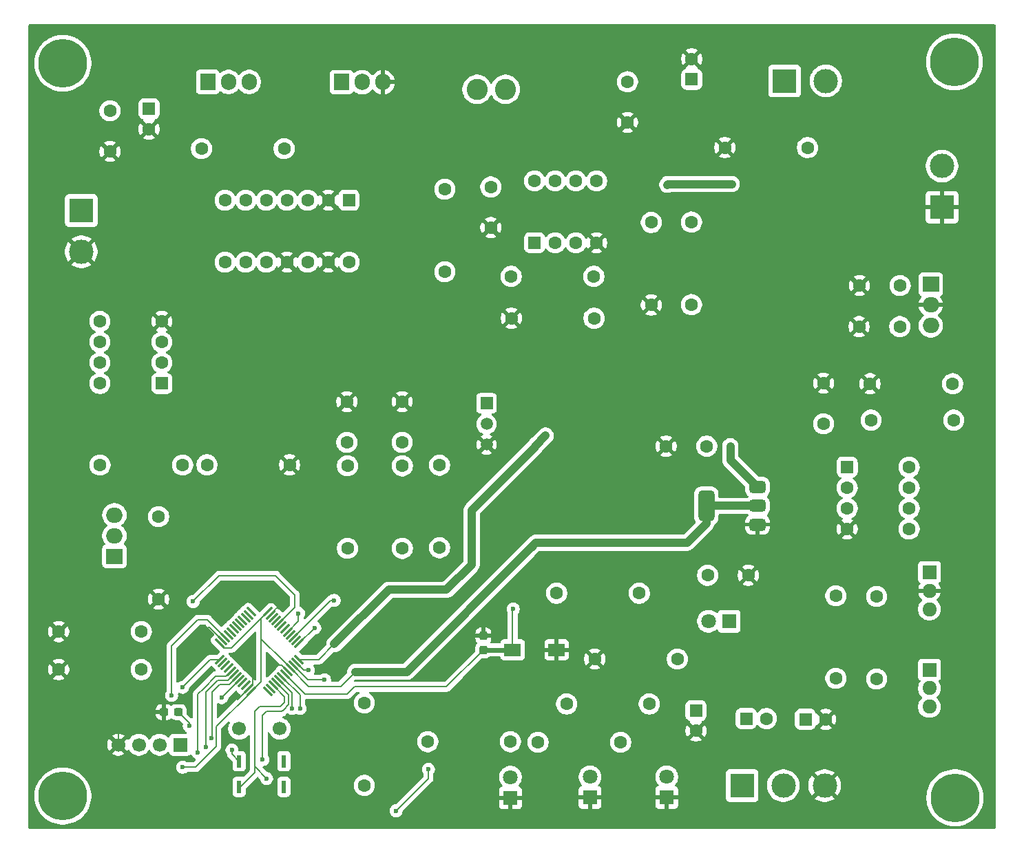
<source format=gbr>
%TF.GenerationSoftware,KiCad,Pcbnew,9.0.3-9.0.3-0~ubuntu24.04.1*%
%TF.CreationDate,2025-10-27T23:52:17-03:00*%
%TF.ProjectId,CargadorDeBaterias_rev2,43617267-6164-46f7-9244-654261746572,rev?*%
%TF.SameCoordinates,Original*%
%TF.FileFunction,Copper,L1,Top*%
%TF.FilePolarity,Positive*%
%FSLAX46Y46*%
G04 Gerber Fmt 4.6, Leading zero omitted, Abs format (unit mm)*
G04 Created by KiCad (PCBNEW 9.0.3-9.0.3-0~ubuntu24.04.1) date 2025-10-27 23:52:17*
%MOMM*%
%LPD*%
G01*
G04 APERTURE LIST*
G04 Aperture macros list*
%AMRoundRect*
0 Rectangle with rounded corners*
0 $1 Rounding radius*
0 $2 $3 $4 $5 $6 $7 $8 $9 X,Y pos of 4 corners*
0 Add a 4 corners polygon primitive as box body*
4,1,4,$2,$3,$4,$5,$6,$7,$8,$9,$2,$3,0*
0 Add four circle primitives for the rounded corners*
1,1,$1+$1,$2,$3*
1,1,$1+$1,$4,$5*
1,1,$1+$1,$6,$7*
1,1,$1+$1,$8,$9*
0 Add four rect primitives between the rounded corners*
20,1,$1+$1,$2,$3,$4,$5,0*
20,1,$1+$1,$4,$5,$6,$7,0*
20,1,$1+$1,$6,$7,$8,$9,0*
20,1,$1+$1,$8,$9,$2,$3,0*%
G04 Aperture macros list end*
%TA.AperFunction,ComponentPad*%
%ADD10C,1.600000*%
%TD*%
%TA.AperFunction,ComponentPad*%
%ADD11R,1.800000X1.800000*%
%TD*%
%TA.AperFunction,ComponentPad*%
%ADD12C,1.800000*%
%TD*%
%TA.AperFunction,SMDPad,CuDef*%
%ADD13RoundRect,0.237500X0.300000X0.237500X-0.300000X0.237500X-0.300000X-0.237500X0.300000X-0.237500X0*%
%TD*%
%TA.AperFunction,SMDPad,CuDef*%
%ADD14RoundRect,0.237500X0.237500X-0.300000X0.237500X0.300000X-0.237500X0.300000X-0.237500X-0.300000X0*%
%TD*%
%TA.AperFunction,ComponentPad*%
%ADD15R,2.000000X1.905000*%
%TD*%
%TA.AperFunction,ComponentPad*%
%ADD16O,2.000000X1.905000*%
%TD*%
%TA.AperFunction,ComponentPad*%
%ADD17RoundRect,0.250000X0.550000X-0.550000X0.550000X0.550000X-0.550000X0.550000X-0.550000X-0.550000X0*%
%TD*%
%TA.AperFunction,ComponentPad*%
%ADD18C,6.000000*%
%TD*%
%TA.AperFunction,ComponentPad*%
%ADD19RoundRect,0.250000X-0.550000X0.550000X-0.550000X-0.550000X0.550000X-0.550000X0.550000X0.550000X0*%
%TD*%
%TA.AperFunction,SMDPad,CuDef*%
%ADD20RoundRect,0.075000X0.521491X-0.415425X-0.415425X0.521491X-0.521491X0.415425X0.415425X-0.521491X0*%
%TD*%
%TA.AperFunction,SMDPad,CuDef*%
%ADD21RoundRect,0.075000X0.521491X0.415425X0.415425X0.521491X-0.521491X-0.415425X-0.415425X-0.521491X0*%
%TD*%
%TA.AperFunction,ComponentPad*%
%ADD22R,3.000000X3.000000*%
%TD*%
%TA.AperFunction,ComponentPad*%
%ADD23C,3.000000*%
%TD*%
%TA.AperFunction,SMDPad,CuDef*%
%ADD24RoundRect,0.375000X0.625000X0.375000X-0.625000X0.375000X-0.625000X-0.375000X0.625000X-0.375000X0*%
%TD*%
%TA.AperFunction,SMDPad,CuDef*%
%ADD25RoundRect,0.500000X0.500000X1.400000X-0.500000X1.400000X-0.500000X-1.400000X0.500000X-1.400000X0*%
%TD*%
%TA.AperFunction,ComponentPad*%
%ADD26RoundRect,0.250000X0.550000X0.550000X-0.550000X0.550000X-0.550000X-0.550000X0.550000X-0.550000X0*%
%TD*%
%TA.AperFunction,ComponentPad*%
%ADD27R,1.700000X1.700000*%
%TD*%
%TA.AperFunction,ComponentPad*%
%ADD28C,1.700000*%
%TD*%
%TA.AperFunction,ComponentPad*%
%ADD29RoundRect,0.250000X-0.550000X-0.550000X0.550000X-0.550000X0.550000X0.550000X-0.550000X0.550000X0*%
%TD*%
%TA.AperFunction,ComponentPad*%
%ADD30R,1.905000X2.000000*%
%TD*%
%TA.AperFunction,ComponentPad*%
%ADD31O,1.905000X2.000000*%
%TD*%
%TA.AperFunction,SMDPad,CuDef*%
%ADD32R,2.000000X1.600000*%
%TD*%
%TA.AperFunction,ComponentPad*%
%ADD33R,1.800000X1.710000*%
%TD*%
%TA.AperFunction,ComponentPad*%
%ADD34O,1.800000X1.710000*%
%TD*%
%TA.AperFunction,ComponentPad*%
%ADD35C,2.600000*%
%TD*%
%TA.AperFunction,SMDPad,CuDef*%
%ADD36R,0.600000X1.500000*%
%TD*%
%TA.AperFunction,ComponentPad*%
%ADD37R,1.500000X1.500000*%
%TD*%
%TA.AperFunction,ComponentPad*%
%ADD38C,1.500000*%
%TD*%
%TA.AperFunction,ViaPad*%
%ADD39C,0.600000*%
%TD*%
%TA.AperFunction,Conductor*%
%ADD40C,1.000000*%
%TD*%
%TA.AperFunction,Conductor*%
%ADD41C,0.200000*%
%TD*%
%TA.AperFunction,Conductor*%
%ADD42C,0.600000*%
%TD*%
G04 APERTURE END LIST*
D10*
%TO.P,R30,1*%
%TO.N,Net-(U8-PB5)*%
X140700000Y-132600000D03*
%TO.P,R30,2*%
%TO.N,Net-(D2-A)*%
X150860000Y-132600000D03*
%TD*%
D11*
%TO.P,D2,1,K*%
%TO.N,GND*%
X150860000Y-139500000D03*
D12*
%TO.P,D2,2,A*%
%TO.N,Net-(D2-A)*%
X150860000Y-136960000D03*
%TD*%
D13*
%TO.P,C16,1*%
%TO.N,3.3V*%
X110012500Y-128950000D03*
%TO.P,C16,2*%
%TO.N,GND*%
X108287500Y-128950000D03*
%TD*%
D14*
%TO.P,C15,1*%
%TO.N,uCRESET*%
X147532500Y-121300000D03*
%TO.P,C15,2*%
%TO.N,GND*%
X147532500Y-119575000D03*
%TD*%
D10*
%TO.P,R31,1*%
%TO.N,Net-(U8-PB6)*%
X157770000Y-127950000D03*
%TO.P,R31,2*%
%TO.N,Net-(D7-A)*%
X167930000Y-127950000D03*
%TD*%
D15*
%TO.P,Q2,1,B*%
%TO.N,Net-(Q2-B)*%
X102175000Y-109780000D03*
D16*
%TO.P,Q2,2,C*%
%TO.N,Vpanel*%
X102175000Y-107240000D03*
%TO.P,Q2,3,E*%
%TO.N,VcurrentPan*%
X102175000Y-104700000D03*
%TD*%
D10*
%TO.P,R19,1*%
%TO.N,Net-(U4A--)*%
X161115000Y-75325000D03*
%TO.P,R19,2*%
%TO.N,V_I1*%
X150955000Y-75325000D03*
%TD*%
%TO.P,R5,1*%
%TO.N,Vpanel*%
X100395000Y-98550000D03*
%TO.P,R5,2*%
%TO.N,VfbPan*%
X110555000Y-98550000D03*
%TD*%
%TO.P,R8,1*%
%TO.N,Net-(C7-Pad1)*%
X130825000Y-108800000D03*
%TO.P,R8,2*%
%TO.N,Net-(U5-+)*%
X130825000Y-98640000D03*
%TD*%
D17*
%TO.P,U4,1*%
%TO.N,V_I1*%
X153830000Y-71190000D03*
D10*
%TO.P,U4,2,-*%
%TO.N,Net-(U4A--)*%
X156370000Y-71190000D03*
%TO.P,U4,3,+*%
%TO.N,Net-(J1-Pin_2)*%
X158910000Y-71190000D03*
%TO.P,U4,4,V-*%
%TO.N,GND*%
X161450000Y-71190000D03*
%TO.P,U4,5,+*%
%TO.N,unconnected-(U4B-+-Pad5)*%
X161450000Y-63570000D03*
%TO.P,U4,6,-*%
%TO.N,unconnected-(U4B---Pad6)*%
X158910000Y-63570000D03*
%TO.P,U4,7*%
%TO.N,unconnected-(U4-Pad7)*%
X156370000Y-63570000D03*
%TO.P,U4,8,V+*%
%TO.N,Vbat*%
X153830000Y-63570000D03*
%TD*%
D18*
%TO.P,H2,1*%
%TO.N,N/C*%
X95825000Y-49100000D03*
%TD*%
D19*
%TO.P,C21,1*%
%TO.N,+28V*%
X173675000Y-128767621D03*
D10*
%TO.P,C21,2*%
%TO.N,GND*%
X173675000Y-131267621D03*
%TD*%
D20*
%TO.P,U8,1,VBAT*%
%TO.N,unconnected-(U8-VBAT-Pad1)*%
X120998788Y-126387876D03*
%TO.P,U8,2,PC13*%
%TO.N,unconnected-(U8-PC13-Pad2)*%
X121352342Y-126034322D03*
%TO.P,U8,3,PC14*%
%TO.N,PC14*%
X121705895Y-125680769D03*
%TO.P,U8,4,PC15*%
%TO.N,PC15*%
X122059449Y-125327215D03*
%TO.P,U8,5,PD0*%
%TO.N,OSCIN*%
X122413002Y-124973662D03*
%TO.P,U8,6,PD1*%
%TO.N,OSCOUT*%
X122766555Y-124620109D03*
%TO.P,U8,7,NRST*%
%TO.N,uCRESET*%
X123120109Y-124266555D03*
%TO.P,U8,8,VSSA*%
%TO.N,GND*%
X123473662Y-123913002D03*
%TO.P,U8,9,VDDA*%
%TO.N,3.3V*%
X123827215Y-123559449D03*
%TO.P,U8,10,PA0*%
%TO.N,Lin*%
X124180769Y-123205895D03*
%TO.P,U8,11,PA1*%
%TO.N,Vtest*%
X124534322Y-122852342D03*
%TO.P,U8,12,PA2*%
%TO.N,V_I1*%
X124887876Y-122498788D03*
D21*
%TO.P,U8,13,PA3*%
%TO.N,VfbPan*%
X124887876Y-120501212D03*
%TO.P,U8,14,PA4*%
%TO.N,unconnected-(U8-PA4-Pad14)*%
X124534322Y-120147658D03*
%TO.P,U8,15,PA5*%
%TO.N,Vfb*%
X124180769Y-119794105D03*
%TO.P,U8,16,PA6*%
%TO.N,unconnected-(U8-PA6-Pad16)*%
X123827215Y-119440551D03*
%TO.P,U8,17,PA7*%
%TO.N,VcurrentPan*%
X123473662Y-119086998D03*
%TO.P,U8,18,PB0*%
%TO.N,unconnected-(U8-PB0-Pad18)*%
X123120109Y-118733445D03*
%TO.P,U8,19,PB1*%
%TO.N,unconnected-(U8-PB1-Pad19)*%
X122766555Y-118379891D03*
%TO.P,U8,20,PB2*%
%TO.N,BOOT1*%
X122413002Y-118026338D03*
%TO.P,U8,21,PB10*%
%TO.N,unconnected-(U8-PB10-Pad21)*%
X122059449Y-117672785D03*
%TO.P,U8,22,PB11*%
%TO.N,unconnected-(U8-PB11-Pad22)*%
X121705895Y-117319231D03*
%TO.P,U8,23,VSS*%
%TO.N,GND*%
X121352342Y-116965678D03*
%TO.P,U8,24,VDD*%
%TO.N,3.3V*%
X120998788Y-116612124D03*
D20*
%TO.P,U8,25,PB12*%
%TO.N,unconnected-(U8-PB12-Pad25)*%
X119001212Y-116612124D03*
%TO.P,U8,26,PB13*%
%TO.N,unconnected-(U8-PB13-Pad26)*%
X118647658Y-116965678D03*
%TO.P,U8,27,PB14*%
%TO.N,unconnected-(U8-PB14-Pad27)*%
X118294105Y-117319231D03*
%TO.P,U8,28,PB15*%
%TO.N,unconnected-(U8-PB15-Pad28)*%
X117940551Y-117672785D03*
%TO.P,U8,29,PA8*%
%TO.N,unconnected-(U8-PA8-Pad29)*%
X117586998Y-118026338D03*
%TO.P,U8,30,PA9*%
%TO.N,unconnected-(U8-PA9-Pad30)*%
X117233445Y-118379891D03*
%TO.P,U8,31,PA10*%
%TO.N,unconnected-(U8-PA10-Pad31)*%
X116879891Y-118733445D03*
%TO.P,U8,32,PA11*%
%TO.N,unconnected-(U8-PA11-Pad32)*%
X116526338Y-119086998D03*
%TO.P,U8,33,PA12*%
%TO.N,unconnected-(U8-PA12-Pad33)*%
X116172785Y-119440551D03*
%TO.P,U8,34,PA13*%
%TO.N,SWIO*%
X115819231Y-119794105D03*
%TO.P,U8,35,VSS*%
%TO.N,GND*%
X115465678Y-120147658D03*
%TO.P,U8,36,VDD*%
%TO.N,3.3V*%
X115112124Y-120501212D03*
D21*
%TO.P,U8,37,PA14*%
%TO.N,SWCLK*%
X115112124Y-122498788D03*
%TO.P,U8,38,PA15*%
%TO.N,unconnected-(U8-PA15-Pad38)*%
X115465678Y-122852342D03*
%TO.P,U8,39,PB3*%
%TO.N,unconnected-(U8-PB3-Pad39)*%
X115819231Y-123205895D03*
%TO.P,U8,40,PB4*%
%TO.N,unconnected-(U8-PB4-Pad40)*%
X116172785Y-123559449D03*
%TO.P,U8,41,PB5*%
%TO.N,Net-(U8-PB5)*%
X116526338Y-123913002D03*
%TO.P,U8,42,PB6*%
%TO.N,Net-(U8-PB6)*%
X116879891Y-124266555D03*
%TO.P,U8,43,PB7*%
%TO.N,Net-(U8-PB7)*%
X117233445Y-124620109D03*
%TO.P,U8,44,BOOT0*%
%TO.N,BOOT0*%
X117586998Y-124973662D03*
%TO.P,U8,45,PB8*%
%TO.N,unconnected-(U8-PB8-Pad45)*%
X117940551Y-125327215D03*
%TO.P,U8,46,PB9*%
%TO.N,unconnected-(U8-PB9-Pad46)*%
X118294105Y-125680769D03*
%TO.P,U8,47,VSS*%
%TO.N,GND*%
X118647658Y-126034322D03*
%TO.P,U8,48,VDD*%
%TO.N,3.3V*%
X119001212Y-126387876D03*
%TD*%
D22*
%TO.P,J3,1,Pin_1*%
%TO.N,+28V*%
X179340000Y-138000000D03*
D23*
%TO.P,J3,2,Pin_2*%
%TO.N,GNDA*%
X184420000Y-138000000D03*
%TO.P,J3,3,Pin_3*%
%TO.N,GND*%
X189500000Y-138000000D03*
%TD*%
D24*
%TO.P,U9,1,GND*%
%TO.N,GND*%
X181250000Y-105875000D03*
%TO.P,U9,2,VO*%
%TO.N,3.3V*%
X181250000Y-103575000D03*
D25*
X174950000Y-103575000D03*
D24*
%TO.P,U9,3,VI*%
%TO.N,5V*%
X181250000Y-101275000D03*
%TD*%
D22*
%TO.P,J2,1,Pin_1*%
%TO.N,Vpanel*%
X98100000Y-67220000D03*
D23*
%TO.P,J2,2,Pin_2*%
%TO.N,GND*%
X98100000Y-72300000D03*
%TD*%
D26*
%TO.P,U5,1,VOS*%
%TO.N,unconnected-(U5-VOS-Pad1)*%
X108000000Y-88500000D03*
D10*
%TO.P,U5,2,-*%
%TO.N,VcurrentPan*%
X108000000Y-85960000D03*
%TO.P,U5,3,+*%
%TO.N,Net-(U5-+)*%
X108000000Y-83420000D03*
%TO.P,U5,4,V-*%
%TO.N,GND*%
X108000000Y-80880000D03*
%TO.P,U5,5,NC*%
%TO.N,unconnected-(U5-NC-Pad5)*%
X100380000Y-80880000D03*
%TO.P,U5,6*%
%TO.N,Net-(Q2-B)*%
X100380000Y-83420000D03*
%TO.P,U5,7,V+*%
%TO.N,Vbat*%
X100380000Y-85960000D03*
%TO.P,U5,8,VOS*%
%TO.N,unconnected-(U5-VOS-Pad8)*%
X100380000Y-88500000D03*
%TD*%
D27*
%TO.P,J4,1,Pin_1*%
%TO.N,3.3V*%
X110265000Y-132975000D03*
D28*
%TO.P,J4,2,Pin_2*%
%TO.N,SWIO*%
X107725000Y-132975000D03*
%TO.P,J4,3,Pin_3*%
%TO.N,SWCLK*%
X105185000Y-132975000D03*
%TO.P,J4,4,Pin_4*%
%TO.N,GND*%
X102645000Y-132975000D03*
%TD*%
D10*
%TO.P,C8,1*%
%TO.N,Net-(U5-+)*%
X130750000Y-95750000D03*
%TO.P,C8,2*%
%TO.N,GND*%
X130750000Y-90750000D03*
%TD*%
D29*
%TO.P,U7,1,VOS*%
%TO.N,unconnected-(U7-VOS-Pad1)*%
X192255000Y-98800000D03*
D10*
%TO.P,U7,2,-*%
%TO.N,GNDA*%
X192255000Y-101340000D03*
%TO.P,U7,3,+*%
%TO.N,Net-(U7-+)*%
X192255000Y-103880000D03*
%TO.P,U7,4,V-*%
%TO.N,GND*%
X192255000Y-106420000D03*
%TO.P,U7,5,NC*%
%TO.N,unconnected-(U7-NC-Pad5)*%
X199875000Y-106420000D03*
%TO.P,U7,6*%
%TO.N,Net-(Q4-B)*%
X199875000Y-103880000D03*
%TO.P,U7,7,V+*%
%TO.N,+28V*%
X199875000Y-101340000D03*
%TO.P,U7,8,VOS*%
%TO.N,unconnected-(U7-VOS-Pad8)*%
X199875000Y-98800000D03*
%TD*%
D30*
%TO.P,Q1,1,G*%
%TO.N,Net-(Q1-G)*%
X113645000Y-51400000D03*
D31*
%TO.P,Q1,2,D*%
%TO.N,Net-(Q1-D)*%
X116185000Y-51400000D03*
%TO.P,Q1,3,S*%
%TO.N,Vpanel*%
X118725000Y-51400000D03*
%TD*%
D10*
%TO.P,C13,1*%
%TO.N,5V*%
X175000000Y-96225000D03*
%TO.P,C13,2*%
%TO.N,GND*%
X170000000Y-96225000D03*
%TD*%
D29*
%TO.P,C10,1*%
%TO.N,+28V*%
X179844888Y-129750000D03*
D10*
%TO.P,C10,2*%
%TO.N,GNDA*%
X182344888Y-129750000D03*
%TD*%
D32*
%TO.P,SW1,1,A*%
%TO.N,GND*%
X156532500Y-121300000D03*
%TO.P,SW1,2,B*%
%TO.N,uCRESET*%
X151132500Y-121300000D03*
%TD*%
D33*
%TO.P,Q5,1,E*%
%TO.N,Net-(Q5-E)*%
X202375000Y-111740000D03*
D34*
%TO.P,Q5,2,C*%
%TO.N,GND*%
X202375000Y-114020000D03*
%TO.P,Q5,3,B*%
%TO.N,Net-(Q4-B)*%
X202375000Y-116300000D03*
%TD*%
D10*
%TO.P,R26,1*%
%TO.N,3.3V*%
X166705000Y-114325000D03*
%TO.P,R26,2*%
%TO.N,uCRESET*%
X156545000Y-114325000D03*
%TD*%
D22*
%TO.P,J1,1,Pin_1*%
%TO.N,Vbat*%
X184560000Y-51275000D03*
D23*
%TO.P,J1,2,Pin_2*%
%TO.N,Net-(J1-Pin_2)*%
X189640000Y-51275000D03*
%TD*%
D10*
%TO.P,C3,1*%
%TO.N,Vpanel*%
X101625000Y-54950000D03*
%TO.P,C3,2*%
%TO.N,GND*%
X101625000Y-59950000D03*
%TD*%
%TO.P,R7,1*%
%TO.N,Vtest*%
X137575000Y-108805000D03*
%TO.P,R7,2*%
%TO.N,Net-(C7-Pad1)*%
X137575000Y-98645000D03*
%TD*%
D18*
%TO.P,H3,1*%
%TO.N,N/C*%
X95825000Y-139300000D03*
%TD*%
D10*
%TO.P,R10,1*%
%TO.N,Vbat*%
X142805000Y-64595000D03*
%TO.P,R10,2*%
%TO.N,Net-(Q3-C)*%
X142805000Y-74755000D03*
%TD*%
D11*
%TO.P,D9,1,K*%
%TO.N,Net-(D9-K)*%
X177750000Y-117775000D03*
D12*
%TO.P,D9,2,A*%
%TO.N,3.3V*%
X175210000Y-117775000D03*
%TD*%
D17*
%TO.P,C1,1*%
%TO.N,Vbat*%
X173150000Y-51069888D03*
D10*
%TO.P,C1,2*%
%TO.N,GND*%
X173150000Y-48569888D03*
%TD*%
%TO.P,R20,1*%
%TO.N,GND*%
X150975000Y-80475000D03*
%TO.P,R20,2*%
%TO.N,Net-(U4A--)*%
X161135000Y-80475000D03*
%TD*%
%TO.P,C14,1*%
%TO.N,3.3V*%
X175100000Y-112125000D03*
%TO.P,C14,2*%
%TO.N,GND*%
X180100000Y-112125000D03*
%TD*%
%TO.P,R32,1*%
%TO.N,Net-(U8-PB7)*%
X154250000Y-132675000D03*
%TO.P,R32,2*%
%TO.N,Net-(D8-A)*%
X164410000Y-132675000D03*
%TD*%
%TO.P,C6,1*%
%TO.N,5V*%
X198725000Y-81510000D03*
%TO.P,C6,2*%
%TO.N,GND*%
X193725000Y-81510000D03*
%TD*%
D18*
%TO.P,H1,1*%
%TO.N,N/C*%
X205450000Y-48925000D03*
%TD*%
D28*
%TO.P,Y1,1,1*%
%TO.N,OSCOUT*%
X122500000Y-131000000D03*
%TO.P,Y1,2,2*%
%TO.N,OSCIN*%
X117500000Y-131000000D03*
%TD*%
D10*
%TO.P,R3,1*%
%TO.N,Vfb*%
X168175000Y-68695000D03*
%TO.P,R3,2*%
%TO.N,GND*%
X168175000Y-78855000D03*
%TD*%
%TO.P,R22,1*%
%TO.N,Net-(Q4-E)*%
X195875000Y-124880000D03*
%TO.P,R22,2*%
%TO.N,GNDA*%
X195875000Y-114720000D03*
%TD*%
%TO.P,C2,1*%
%TO.N,Vbat*%
X165250000Y-51375000D03*
%TO.P,C2,2*%
%TO.N,GND*%
X165250000Y-56375000D03*
%TD*%
%TO.P,R25,1*%
%TO.N,Net-(U7-+)*%
X205235000Y-88545000D03*
%TO.P,R25,2*%
%TO.N,GND*%
X195075000Y-88545000D03*
%TD*%
D11*
%TO.P,D7,1,K*%
%TO.N,GND*%
X160650000Y-139465000D03*
D12*
%TO.P,D7,2,A*%
%TO.N,Net-(D7-A)*%
X160650000Y-136925000D03*
%TD*%
D10*
%TO.P,C9,1*%
%TO.N,GND*%
X148455000Y-69325000D03*
%TO.P,C9,2*%
%TO.N,Vbat*%
X148455000Y-64325000D03*
%TD*%
%TO.P,R29,1*%
%TO.N,OSCIN*%
X132900000Y-137980000D03*
%TO.P,R29,2*%
%TO.N,OSCOUT*%
X132900000Y-127820000D03*
%TD*%
D18*
%TO.P,H4,1*%
%TO.N,N/C*%
X205500000Y-139500000D03*
%TD*%
D15*
%TO.P,U3,1,IN*%
%TO.N,Vbat*%
X202550000Y-76310000D03*
D16*
%TO.P,U3,2,GND*%
%TO.N,GND*%
X202550000Y-78850000D03*
%TO.P,U3,3,OUT*%
%TO.N,5V*%
X202550000Y-81390000D03*
%TD*%
D10*
%TO.P,R24,1*%
%TO.N,+28V*%
X205355000Y-93020000D03*
%TO.P,R24,2*%
%TO.N,Net-(U7-+)*%
X195195000Y-93020000D03*
%TD*%
D30*
%TO.P,D6,1,A*%
%TO.N,Net-(Q1-D)*%
X130095000Y-51425000D03*
D31*
%TO.P,D6,2,K*%
%TO.N,Net-(D6-K)*%
X132635000Y-51425000D03*
%TO.P,D6,3,A*%
%TO.N,GND*%
X135175000Y-51425000D03*
%TD*%
D33*
%TO.P,Q4,1,E*%
%TO.N,Net-(Q4-E)*%
X202375000Y-123740000D03*
D34*
%TO.P,Q4,2,C*%
%TO.N,+28V*%
X202375000Y-126020000D03*
%TO.P,Q4,3,B*%
%TO.N,Net-(Q4-B)*%
X202375000Y-128300000D03*
%TD*%
D10*
%TO.P,R1,1*%
%TO.N,Net-(J1-Pin_2)*%
X187380000Y-59475000D03*
%TO.P,R1,2*%
%TO.N,GND*%
X177220000Y-59475000D03*
%TD*%
D19*
%TO.P,C4,1*%
%TO.N,Vpanel*%
X106425000Y-54694888D03*
D10*
%TO.P,C4,2*%
%TO.N,GND*%
X106425000Y-57194888D03*
%TD*%
%TO.P,R27,1*%
%TO.N,BOOT0*%
X105475000Y-123725000D03*
%TO.P,R27,2*%
%TO.N,GND*%
X95315000Y-123725000D03*
%TD*%
%TO.P,R2,1*%
%TO.N,Vbat*%
X173125000Y-68645000D03*
%TO.P,R2,2*%
%TO.N,Vfb*%
X173125000Y-78805000D03*
%TD*%
%TO.P,R4,1*%
%TO.N,VcurrentPan*%
X107600000Y-104890000D03*
%TO.P,R4,2*%
%TO.N,GND*%
X107600000Y-115050000D03*
%TD*%
D29*
%TO.P,C11,1*%
%TO.N,GNDA*%
X187125000Y-129850000D03*
D10*
%TO.P,C11,2*%
%TO.N,GND*%
X189625000Y-129850000D03*
%TD*%
D35*
%TO.P,L1,1,1*%
%TO.N,Net-(D6-K)*%
X146750000Y-52300000D03*
%TO.P,L1,2,2*%
%TO.N,Vbat*%
X150250000Y-52300000D03*
%TD*%
D19*
%TO.P,U1,1,LO*%
%TO.N,Gate*%
X131020000Y-65945000D03*
D10*
%TO.P,U1,2,COM*%
%TO.N,GND*%
X128480000Y-65945000D03*
%TO.P,U1,3,VCC*%
%TO.N,Vpanel*%
X125940000Y-65945000D03*
%TO.P,U1,4,NC*%
%TO.N,unconnected-(U1-NC-Pad4)*%
X123400000Y-65945000D03*
%TO.P,U1,5,VS*%
%TO.N,unconnected-(U1-VS-Pad5)*%
X120860000Y-65945000D03*
%TO.P,U1,6,VB*%
%TO.N,unconnected-(U1-VB-Pad6)*%
X118320000Y-65945000D03*
%TO.P,U1,7,HO*%
%TO.N,unconnected-(U1-HO-Pad7)*%
X115780000Y-65945000D03*
%TO.P,U1,8,NC*%
%TO.N,unconnected-(U1-NC-Pad8)*%
X115780000Y-73565000D03*
%TO.P,U1,9,VDD*%
%TO.N,Vbat*%
X118320000Y-73565000D03*
%TO.P,U1,10,HIN*%
%TO.N,unconnected-(U1-HIN-Pad10)*%
X120860000Y-73565000D03*
%TO.P,U1,11,SD*%
%TO.N,GND*%
X123400000Y-73565000D03*
%TO.P,U1,12,LIN*%
%TO.N,Net-(Q3-C)*%
X125940000Y-73565000D03*
%TO.P,U1,13,VSS*%
%TO.N,GND*%
X128480000Y-73565000D03*
%TO.P,U1,14,NC*%
%TO.N,unconnected-(U1-NC-Pad14)*%
X131020000Y-73565000D03*
%TD*%
%TO.P,R11,1*%
%TO.N,Lin*%
X142150000Y-108730000D03*
%TO.P,R11,2*%
%TO.N,Net-(Q3-B)*%
X142150000Y-98570000D03*
%TD*%
%TO.P,C5,1*%
%TO.N,Vbat*%
X198775000Y-76460000D03*
%TO.P,C5,2*%
%TO.N,GND*%
X193775000Y-76460000D03*
%TD*%
D36*
%TO.P,Y2,1,1*%
%TO.N,PC14*%
X117500000Y-138150000D03*
%TO.P,Y2,2,2*%
%TO.N,unconnected-(Y2-Pad2)*%
X123000000Y-138150000D03*
%TO.P,Y2,3,3*%
%TO.N,unconnected-(Y2-Pad3)*%
X123000000Y-135000000D03*
%TO.P,Y2,4,4*%
%TO.N,PC15*%
X117500000Y-135000000D03*
%TD*%
D10*
%TO.P,R28,1*%
%TO.N,BOOT1*%
X105480000Y-119050000D03*
%TO.P,R28,2*%
%TO.N,GND*%
X95320000Y-119050000D03*
%TD*%
D11*
%TO.P,D8,1,K*%
%TO.N,GND*%
X170075000Y-139465000D03*
D12*
%TO.P,D8,2,A*%
%TO.N,Net-(D8-A)*%
X170075000Y-136925000D03*
%TD*%
D37*
%TO.P,Q3,1,C*%
%TO.N,Net-(Q3-C)*%
X147925000Y-90950000D03*
D38*
%TO.P,Q3,2,B*%
%TO.N,Net-(Q3-B)*%
X147925000Y-93490000D03*
%TO.P,Q3,3,E*%
%TO.N,GND*%
X147925000Y-96030000D03*
%TD*%
D10*
%TO.P,R9,1*%
%TO.N,Gate*%
X123030000Y-59600000D03*
%TO.P,R9,2*%
%TO.N,Net-(Q1-G)*%
X112870000Y-59600000D03*
%TD*%
%TO.P,C7,1*%
%TO.N,Net-(C7-Pad1)*%
X137550000Y-95750000D03*
%TO.P,C7,2*%
%TO.N,GND*%
X137550000Y-90750000D03*
%TD*%
D22*
%TO.P,J6,1,Pin_1*%
%TO.N,GND*%
X203925000Y-66825000D03*
D23*
%TO.P,J6,2,Pin_2*%
%TO.N,+28V*%
X203925000Y-61745000D03*
%TD*%
D10*
%TO.P,C12,1*%
%TO.N,Net-(U7-+)*%
X189355000Y-93470000D03*
%TO.P,C12,2*%
%TO.N,GND*%
X189355000Y-88470000D03*
%TD*%
%TO.P,R23,1*%
%TO.N,GNDA*%
X190875000Y-124800000D03*
%TO.P,R23,2*%
%TO.N,Net-(Q5-E)*%
X190875000Y-114640000D03*
%TD*%
%TO.P,R33,1*%
%TO.N,Net-(D9-K)*%
X171380000Y-122425000D03*
%TO.P,R33,2*%
%TO.N,GND*%
X161220000Y-122425000D03*
%TD*%
%TO.P,R6,1*%
%TO.N,VfbPan*%
X113545000Y-98525000D03*
%TO.P,R6,2*%
%TO.N,GND*%
X123705000Y-98525000D03*
%TD*%
D39*
%TO.N,5V*%
X177900000Y-96250000D03*
%TO.N,V_I1*%
X155175000Y-94925000D03*
%TO.N,VcurrentPan*%
X124800000Y-116800000D03*
%TO.N,Vfb*%
X129200000Y-115200000D03*
%TO.N,VfbPan*%
X126800000Y-118600000D03*
%TO.N,Vtest*%
X126000000Y-123800000D03*
%TO.N,Lin*%
X128000000Y-125000000D03*
%TO.N,3.3V*%
X110550000Y-135750000D03*
X171500000Y-108100000D03*
X111375000Y-130675000D03*
%TO.N,uCRESET*%
X151200000Y-116275000D03*
%TO.N,OSCIN*%
X124000000Y-128500000D03*
%TO.N,OSCOUT*%
X125000000Y-128500000D03*
%TO.N,PC14*%
X120875000Y-137125000D03*
%TO.N,PC15*%
X116625000Y-133625000D03*
X120400000Y-134800000D03*
%TO.N,SWCLK*%
X110550000Y-125900000D03*
%TO.N,SWIO*%
X109200000Y-126900000D03*
%TO.N,BOOT0*%
X115350000Y-127175000D03*
%TO.N,GND*%
X118500000Y-122900000D03*
X130700000Y-138350000D03*
X112900000Y-119300000D03*
X121500000Y-123200000D03*
X199405000Y-114020000D03*
X188625000Y-106550000D03*
%TO.N,BOOT1*%
X111850000Y-115350000D03*
%TO.N,Net-(U8-PB5)*%
X112400000Y-133925000D03*
X140775000Y-135975000D03*
X136800000Y-141100000D03*
%TO.N,Net-(U8-PB6)*%
X113425000Y-133250000D03*
%TO.N,Net-(U8-PB7)*%
X114100000Y-132200000D03*
%TO.N,Net-(J1-Pin_2)*%
X170150000Y-64050000D03*
X178075000Y-63975000D03*
%TD*%
D40*
%TO.N,5V*%
X177900000Y-96250000D02*
X177900000Y-97925000D01*
X177900000Y-97925000D02*
X181250000Y-101275000D01*
%TO.N,V_I1*%
X153875000Y-96325000D02*
X146100000Y-104100000D01*
D41*
X127301212Y-122498788D02*
X129200000Y-120600000D01*
D40*
X135900000Y-113900000D02*
X129200000Y-120600000D01*
X153875000Y-96225000D02*
X153875000Y-96325000D01*
X146100000Y-104100000D02*
X146100000Y-110800000D01*
X143000000Y-113900000D02*
X135900000Y-113900000D01*
D41*
X124887876Y-122498788D02*
X127301212Y-122498788D01*
D40*
X146100000Y-110800000D02*
X143000000Y-113900000D01*
X155175000Y-94925000D02*
X153875000Y-96225000D01*
D41*
%TO.N,VcurrentPan*%
X124800000Y-117760660D02*
X124800000Y-116800000D01*
X123473662Y-119086998D02*
X124800000Y-117760660D01*
%TO.N,Vfb*%
X128774874Y-115200000D02*
X129200000Y-115200000D01*
X124180769Y-119794105D02*
X128774874Y-115200000D01*
%TO.N,VfbPan*%
X126789088Y-118600000D02*
X126800000Y-118600000D01*
X124887876Y-120501212D02*
X126789088Y-118600000D01*
%TO.N,Vtest*%
X125481980Y-123800000D02*
X126000000Y-123800000D01*
X124534322Y-122852342D02*
X125481980Y-123800000D01*
%TO.N,Lin*%
X124180769Y-123205895D02*
X125974874Y-125000000D01*
X125974874Y-125000000D02*
X128000000Y-125000000D01*
%TO.N,3.3V*%
X114700000Y-130750000D02*
X114700000Y-133175000D01*
D40*
X138100000Y-124000000D02*
X131800000Y-124000000D01*
D41*
X120998788Y-116612124D02*
X120200000Y-117410912D01*
X126067766Y-125800000D02*
X130000000Y-125800000D01*
D40*
X153012500Y-109087500D02*
X138100000Y-124000000D01*
D41*
X112125000Y-135750000D02*
X110550000Y-135750000D01*
D40*
X172575000Y-108100000D02*
X174950000Y-105725000D01*
D41*
X119001212Y-126387876D02*
X119950000Y-125439088D01*
D40*
X174950000Y-103575000D02*
X181250000Y-103575000D01*
X153600000Y-108500000D02*
X153012500Y-109087500D01*
D41*
X120200000Y-119932234D02*
X122950000Y-122682234D01*
X130000000Y-125800000D02*
X131800000Y-124000000D01*
X111375000Y-130312500D02*
X111375000Y-130675000D01*
D40*
X154000000Y-108100000D02*
X153012500Y-109087500D01*
D41*
X114700000Y-133175000D02*
X112125000Y-135750000D01*
X119001212Y-126448788D02*
X114700000Y-130750000D01*
X120200000Y-117410912D02*
X120200000Y-119932234D01*
X116564293Y-121046619D02*
X120200000Y-117410912D01*
X110012500Y-128950000D02*
X111375000Y-130312500D01*
X122950000Y-122682234D02*
X123827215Y-123559449D01*
D40*
X175000000Y-103625000D02*
X174950000Y-103575000D01*
X171500000Y-108100000D02*
X172575000Y-108100000D01*
D41*
X120200000Y-125189088D02*
X119950000Y-125439088D01*
X115112124Y-120501212D02*
X115657531Y-121046619D01*
X123827215Y-123559449D02*
X126067766Y-125800000D01*
D40*
X174950000Y-105725000D02*
X174950000Y-103575000D01*
D41*
X119001212Y-126387876D02*
X119001212Y-126448788D01*
D40*
X171500000Y-108100000D02*
X154000000Y-108100000D01*
D41*
X115657531Y-121046619D02*
X116564293Y-121046619D01*
X120200000Y-119932234D02*
X120200000Y-125189088D01*
%TO.N,uCRESET*%
X124853554Y-126003554D02*
X125600000Y-126750000D01*
X151132500Y-121300000D02*
X151132500Y-116342500D01*
X131675000Y-125850000D02*
X142982500Y-125850000D01*
X124853554Y-126000000D02*
X124853554Y-126003554D01*
D42*
X147532500Y-121300000D02*
X151132500Y-121300000D01*
D41*
X151007500Y-121175000D02*
X151132500Y-121300000D01*
X125600000Y-126750000D02*
X130775000Y-126750000D01*
X142982500Y-125850000D02*
X147532500Y-121300000D01*
X130775000Y-126750000D02*
X131675000Y-125850000D01*
X123120109Y-124266555D02*
X124853554Y-126000000D01*
X151132500Y-116342500D02*
X151200000Y-116275000D01*
%TO.N,OSCIN*%
X122413002Y-124973662D02*
X124000000Y-126560660D01*
X124000000Y-126560660D02*
X124000000Y-128500000D01*
%TO.N,OSCOUT*%
X125000000Y-128500000D02*
X125000000Y-126853554D01*
X125000000Y-126853554D02*
X122766555Y-124620109D01*
%TO.N,PC14*%
X117500000Y-138150000D02*
X117650000Y-138150000D01*
X123101000Y-127075874D02*
X121705895Y-125680769D01*
X119400000Y-136400000D02*
X119400000Y-135250000D01*
X120000000Y-128300000D02*
X122600000Y-128300000D01*
X120875000Y-137125000D02*
X119400000Y-135650000D01*
X119400000Y-135650000D02*
X119400000Y-135250000D01*
X123101000Y-127799000D02*
X123101000Y-127075874D01*
X117500000Y-138150000D02*
X117350000Y-138150000D01*
X119400000Y-128900000D02*
X120000000Y-128300000D01*
X122600000Y-128300000D02*
X123101000Y-127799000D01*
X117650000Y-138150000D02*
X119400000Y-136400000D01*
X119400000Y-135250000D02*
X119400000Y-128900000D01*
%TO.N,PC15*%
X123599000Y-127200000D02*
X123599000Y-127800000D01*
X120400000Y-134900000D02*
X120400000Y-134800000D01*
X116625000Y-133625000D02*
X116625000Y-134125000D01*
X123599000Y-126866766D02*
X123599000Y-127200000D01*
X123599000Y-128051057D02*
X123000000Y-128650057D01*
X123000000Y-128650057D02*
X122750057Y-128900000D01*
X122059449Y-125327215D02*
X123400000Y-126667766D01*
X116625000Y-134125000D02*
X117500000Y-135000000D01*
X120900000Y-128900000D02*
X120400000Y-129400000D01*
X120400000Y-129400000D02*
X120400000Y-134800000D01*
X122750057Y-128900000D02*
X120900000Y-128900000D01*
X123599000Y-127800000D02*
X123599000Y-128051057D01*
X123400000Y-126667766D02*
X123599000Y-126866766D01*
%TO.N,SWCLK*%
X113951212Y-122498788D02*
X110550000Y-125900000D01*
X115112124Y-122498788D02*
X113951212Y-122498788D01*
%TO.N,SWIO*%
X109200000Y-120800000D02*
X109200000Y-126900000D01*
X113625126Y-117600000D02*
X112400000Y-117600000D01*
X112400000Y-117600000D02*
X109200000Y-120800000D01*
X115819231Y-119794105D02*
X113625126Y-117600000D01*
%TO.N,BOOT0*%
X117586998Y-124973662D02*
X115830330Y-126730330D01*
X115385660Y-127175000D02*
X115350000Y-127175000D01*
X115830330Y-126730330D02*
X115385660Y-127175000D01*
%TO.N,GND*%
X121352342Y-116897658D02*
X122750000Y-115500000D01*
X122760660Y-123200000D02*
X121500000Y-123200000D01*
X102645000Y-129345000D02*
X102400000Y-129100000D01*
X113400000Y-118800000D02*
X112900000Y-119300000D01*
D40*
X192875000Y-110800000D02*
X196875000Y-110800000D01*
D41*
X119193066Y-125488914D02*
X119193066Y-123593066D01*
D40*
X188625000Y-106550000D02*
X192875000Y-110800000D01*
X196875000Y-110800000D02*
X199405000Y-113330000D01*
D41*
X123473662Y-123913002D02*
X122760660Y-123200000D01*
X113750000Y-118500000D02*
X113700000Y-118500000D01*
D40*
X188750000Y-106675000D02*
X188625000Y-106550000D01*
D41*
X117281980Y-127400000D02*
X118647658Y-126034322D01*
D40*
X188750000Y-108175000D02*
X188750000Y-106675000D01*
D41*
X119193066Y-123593066D02*
X118500000Y-122900000D01*
X123473662Y-123913002D02*
X124019070Y-124458410D01*
X121352342Y-116965678D02*
X121352342Y-116897658D01*
X115465678Y-120147658D02*
X113818020Y-118500000D01*
X102645000Y-132975000D02*
X102645000Y-129345000D01*
X118647658Y-126034322D02*
X119193066Y-125488914D01*
X113818020Y-118500000D02*
X113750000Y-118500000D01*
D40*
X187625000Y-109300000D02*
X188750000Y-108175000D01*
X199405000Y-113330000D02*
X199405000Y-114020000D01*
D41*
X113700000Y-118500000D02*
X113400000Y-118800000D01*
%TO.N,BOOT1*%
X123519670Y-116919670D02*
X124350000Y-116089340D01*
X122413002Y-118026338D02*
X123519670Y-116919670D01*
X115025000Y-112175000D02*
X111850000Y-115350000D01*
X120450000Y-112175000D02*
X115025000Y-112175000D01*
X124350000Y-114525000D02*
X122000000Y-112175000D01*
X122000000Y-112175000D02*
X120450000Y-112175000D01*
X124350000Y-116089340D02*
X124350000Y-114525000D01*
%TO.N,Net-(U8-PB5)*%
X114625000Y-124550000D02*
X113125000Y-126050000D01*
X140700000Y-137200000D02*
X140775000Y-137125000D01*
X136800000Y-141100000D02*
X140700000Y-137200000D01*
X114725000Y-124550000D02*
X114625000Y-124550000D01*
X115889340Y-124550000D02*
X114725000Y-124550000D01*
X112400000Y-126775000D02*
X112400000Y-133925000D01*
X140775000Y-137125000D02*
X140775000Y-135975000D01*
X113125000Y-126050000D02*
X112400000Y-126775000D01*
X116526338Y-123913002D02*
X115889340Y-124550000D01*
%TO.N,Net-(U8-PB6)*%
X116879891Y-124266555D02*
X116096446Y-125050000D01*
X113425000Y-126500000D02*
X113425000Y-133250000D01*
X116096446Y-125050000D02*
X114875000Y-125050000D01*
X114875000Y-125050000D02*
X113425000Y-126500000D01*
%TO.N,Net-(U8-PB7)*%
X116328554Y-125525000D02*
X115150000Y-125525000D01*
X114150000Y-132150000D02*
X114100000Y-132200000D01*
X114150000Y-127875000D02*
X114150000Y-132150000D01*
X117233445Y-124620109D02*
X116328554Y-125525000D01*
X114150000Y-126525000D02*
X114150000Y-127875000D01*
X115150000Y-125525000D02*
X114150000Y-126525000D01*
D40*
%TO.N,Net-(J1-Pin_2)*%
X178075000Y-63975000D02*
X170225000Y-63975000D01*
X170225000Y-63975000D02*
X170150000Y-64050000D01*
%TD*%
%TA.AperFunction,Conductor*%
%TO.N,GND*%
G36*
X117154855Y-126320751D02*
G01*
X117189199Y-126323208D01*
X117189867Y-126323578D01*
X117190260Y-126323610D01*
X117221081Y-126340807D01*
X117221179Y-126340882D01*
X117234893Y-126351405D01*
X117235064Y-126351476D01*
X117241538Y-126356415D01*
X117263346Y-126381222D01*
X117264967Y-126379979D01*
X117339002Y-126476462D01*
X117339010Y-126476471D01*
X117498403Y-126635864D01*
X117498411Y-126635871D01*
X117593407Y-126708765D01*
X117593973Y-126708969D01*
X117619225Y-126733628D01*
X117660662Y-126787631D01*
X117685855Y-126852800D01*
X117671816Y-126921245D01*
X117649966Y-126950797D01*
X114962181Y-129638583D01*
X114900858Y-129672068D01*
X114831166Y-129667084D01*
X114775233Y-129625212D01*
X114750816Y-129559748D01*
X114750500Y-129550902D01*
X114750500Y-127969168D01*
X114770185Y-127902129D01*
X114822989Y-127856374D01*
X114892147Y-127846430D01*
X114943392Y-127866067D01*
X114970812Y-127884389D01*
X114970827Y-127884397D01*
X115084024Y-127931284D01*
X115116503Y-127944737D01*
X115266131Y-127974500D01*
X115271153Y-127975499D01*
X115271156Y-127975500D01*
X115271158Y-127975500D01*
X115428844Y-127975500D01*
X115428845Y-127975499D01*
X115583497Y-127944737D01*
X115729179Y-127884394D01*
X115860289Y-127796789D01*
X115971789Y-127685289D01*
X116059394Y-127554179D01*
X116119737Y-127408497D01*
X116141783Y-127297662D01*
X116174166Y-127235756D01*
X116175655Y-127234238D01*
X116310849Y-127099046D01*
X116310848Y-127099046D01*
X116369417Y-127040477D01*
X117058186Y-126351707D01*
X117058701Y-126351426D01*
X117058990Y-126350910D01*
X117089329Y-126334702D01*
X117119507Y-126318224D01*
X117120096Y-126318266D01*
X117120617Y-126317988D01*
X117154855Y-126320751D01*
G37*
%TD.AperFunction*%
%TA.AperFunction,Conductor*%
G36*
X113392068Y-118220185D02*
G01*
X113412710Y-118236819D01*
X114441539Y-119265648D01*
X114475024Y-119326971D01*
X114470040Y-119396663D01*
X114452234Y-119428815D01*
X114437243Y-119448352D01*
X114411825Y-119470655D01*
X114412914Y-119472074D01*
X114316423Y-119546115D01*
X114316422Y-119546117D01*
X114157021Y-119705518D01*
X114087934Y-119795552D01*
X114087932Y-119795555D01*
X114029947Y-119935547D01*
X114029945Y-119935552D01*
X114014003Y-120056649D01*
X114010167Y-120085787D01*
X114023730Y-120188811D01*
X114029946Y-120236021D01*
X114029947Y-120236025D01*
X114087933Y-120376019D01*
X114157019Y-120466053D01*
X114157025Y-120466060D01*
X115103284Y-121412319D01*
X115136769Y-121473642D01*
X115131785Y-121543334D01*
X115103284Y-121587681D01*
X114828997Y-121861969D01*
X114767674Y-121895454D01*
X114741316Y-121898288D01*
X114030269Y-121898288D01*
X113872155Y-121898288D01*
X113719427Y-121939211D01*
X113719426Y-121939211D01*
X113719424Y-121939212D01*
X113719421Y-121939213D01*
X113669308Y-121968147D01*
X113669307Y-121968148D01*
X113625901Y-121993208D01*
X113582497Y-122018267D01*
X113582494Y-122018269D01*
X110535339Y-125065425D01*
X110474016Y-125098910D01*
X110471850Y-125099361D01*
X110316508Y-125130261D01*
X110316498Y-125130264D01*
X110170827Y-125190602D01*
X110170814Y-125190609D01*
X110039711Y-125278210D01*
X110039707Y-125278213D01*
X110012181Y-125305740D01*
X109950858Y-125339225D01*
X109881166Y-125334241D01*
X109825233Y-125292369D01*
X109800816Y-125226905D01*
X109800500Y-125218059D01*
X109800500Y-121100097D01*
X109820185Y-121033058D01*
X109836819Y-121012416D01*
X112612416Y-118236819D01*
X112673739Y-118203334D01*
X112700097Y-118200500D01*
X113325029Y-118200500D01*
X113392068Y-118220185D01*
G37*
%TD.AperFunction*%
%TA.AperFunction,Conductor*%
G36*
X119518834Y-119043826D02*
G01*
X119574767Y-119085698D01*
X119599184Y-119151162D01*
X119599500Y-119160008D01*
X119599500Y-119853173D01*
X119599499Y-119853177D01*
X119599499Y-120011291D01*
X119599500Y-120011294D01*
X119599500Y-124888989D01*
X119579815Y-124956028D01*
X119563181Y-124976670D01*
X119529667Y-125010184D01*
X119468344Y-125043669D01*
X119398652Y-125038685D01*
X119366500Y-125020879D01*
X119346963Y-125005888D01*
X119324674Y-124980462D01*
X119323244Y-124981560D01*
X119262464Y-124902351D01*
X119249208Y-124885076D01*
X119249207Y-124885075D01*
X119249200Y-124885067D01*
X119089807Y-124725674D01*
X119089798Y-124725666D01*
X118993315Y-124651631D01*
X118995181Y-124649198D01*
X118972131Y-124626132D01*
X118969690Y-124628006D01*
X118895653Y-124531521D01*
X118895646Y-124531513D01*
X118736253Y-124372120D01*
X118736244Y-124372112D01*
X118639761Y-124298077D01*
X118641627Y-124295644D01*
X118618577Y-124272578D01*
X118616136Y-124274452D01*
X118544646Y-124181286D01*
X118542101Y-124177969D01*
X118542100Y-124177968D01*
X118542093Y-124177960D01*
X118382700Y-124018567D01*
X118382691Y-124018559D01*
X118286208Y-123944524D01*
X118288074Y-123942091D01*
X118265024Y-123919025D01*
X118262583Y-123920899D01*
X118188547Y-123824415D01*
X118188540Y-123824407D01*
X118029147Y-123665014D01*
X118029138Y-123665006D01*
X117932655Y-123590971D01*
X117934521Y-123588538D01*
X117911471Y-123565472D01*
X117909030Y-123567346D01*
X117834993Y-123470861D01*
X117834986Y-123470853D01*
X117675593Y-123311460D01*
X117675584Y-123311452D01*
X117579101Y-123237417D01*
X117580967Y-123234984D01*
X117557917Y-123211918D01*
X117555476Y-123213792D01*
X117481440Y-123117308D01*
X117481433Y-123117300D01*
X117322040Y-122957907D01*
X117322031Y-122957899D01*
X117225548Y-122883864D01*
X117227414Y-122881431D01*
X117204364Y-122858365D01*
X117201923Y-122860239D01*
X117152236Y-122795487D01*
X117127888Y-122763756D01*
X117127887Y-122763755D01*
X117127880Y-122763747D01*
X116968487Y-122604354D01*
X116968478Y-122604346D01*
X116871995Y-122530311D01*
X116873861Y-122527878D01*
X116850811Y-122504812D01*
X116848370Y-122506686D01*
X116774333Y-122410201D01*
X116774326Y-122410193D01*
X116614933Y-122250800D01*
X116614924Y-122250792D01*
X116518441Y-122176757D01*
X116520307Y-122174324D01*
X116497257Y-122151258D01*
X116494816Y-122153132D01*
X116420780Y-122056648D01*
X116420773Y-122056640D01*
X116261380Y-121897247D01*
X116261375Y-121897243D01*
X116261371Y-121897239D01*
X116225210Y-121869492D01*
X116207529Y-121845276D01*
X116187906Y-121822630D01*
X116187148Y-121817364D01*
X116184011Y-121813067D01*
X116182228Y-121783143D01*
X116177962Y-121753472D01*
X116180172Y-121748631D01*
X116179856Y-121743321D01*
X116194532Y-121717186D01*
X116206987Y-121689916D01*
X116211463Y-121687038D01*
X116214069Y-121682400D01*
X116240545Y-121668349D01*
X116265765Y-121652142D01*
X116273063Y-121651092D01*
X116275786Y-121649648D01*
X116300700Y-121647119D01*
X116477624Y-121647119D01*
X116477640Y-121647120D01*
X116485236Y-121647120D01*
X116643347Y-121647120D01*
X116643350Y-121647120D01*
X116796078Y-121606196D01*
X116872539Y-121562051D01*
X116933009Y-121527139D01*
X117044813Y-121415335D01*
X117044813Y-121415333D01*
X117055017Y-121405130D01*
X117055020Y-121405125D01*
X119387821Y-119072325D01*
X119449142Y-119038842D01*
X119518834Y-119043826D01*
G37*
%TD.AperFunction*%
%TA.AperFunction,Conductor*%
G36*
X121005703Y-121587618D02*
G01*
X121012181Y-121593650D01*
X122449523Y-123030992D01*
X122449890Y-123031665D01*
X122450560Y-123032041D01*
X122466612Y-123062288D01*
X122483008Y-123092315D01*
X122482953Y-123093080D01*
X122483313Y-123093758D01*
X122480466Y-123127850D01*
X122478024Y-123162007D01*
X122477542Y-123162876D01*
X122477500Y-123163385D01*
X122460218Y-123194159D01*
X122445227Y-123213696D01*
X122419811Y-123235999D01*
X122420899Y-123237417D01*
X122324415Y-123311452D01*
X122165006Y-123470861D01*
X122090971Y-123567345D01*
X122088606Y-123565530D01*
X122065530Y-123588606D01*
X122067345Y-123590971D01*
X121970861Y-123665006D01*
X121811460Y-123824407D01*
X121811458Y-123824408D01*
X121737417Y-123920899D01*
X121735051Y-123919084D01*
X121711977Y-123942158D01*
X121713792Y-123944524D01*
X121617301Y-124018565D01*
X121617300Y-124018567D01*
X121457907Y-124177960D01*
X121457905Y-124177961D01*
X121383864Y-124274452D01*
X121381498Y-124272637D01*
X121358424Y-124295711D01*
X121360239Y-124298077D01*
X121263748Y-124372118D01*
X121263747Y-124372120D01*
X121104346Y-124531521D01*
X121031300Y-124626715D01*
X121031238Y-124626885D01*
X121031023Y-124627076D01*
X121030311Y-124628005D01*
X121030135Y-124627870D01*
X121018519Y-124638245D01*
X121006669Y-124651623D01*
X121006679Y-124651636D01*
X121006612Y-124651686D01*
X121006385Y-124651944D01*
X121000257Y-124656570D01*
X121000237Y-124656579D01*
X120999658Y-124657023D01*
X120999220Y-124657354D01*
X120995594Y-124658723D01*
X120993902Y-124660235D01*
X120993435Y-124660506D01*
X120992974Y-124659712D01*
X120967042Y-124669507D01*
X120934811Y-124681966D01*
X120934321Y-124681865D01*
X120933857Y-124682041D01*
X120900194Y-124674864D01*
X120866367Y-124667924D01*
X120866010Y-124667575D01*
X120865523Y-124667472D01*
X120841036Y-124643186D01*
X120816379Y-124619107D01*
X120816246Y-124618600D01*
X120815914Y-124618271D01*
X120814536Y-124612062D01*
X120800500Y-124558395D01*
X120800500Y-121681331D01*
X120820185Y-121614292D01*
X120872989Y-121568537D01*
X120942147Y-121558593D01*
X121005703Y-121587618D01*
G37*
%TD.AperFunction*%
%TA.AperFunction,Conductor*%
G36*
X210442539Y-44320185D02*
G01*
X210488294Y-44372989D01*
X210499500Y-44424500D01*
X210499500Y-143175500D01*
X210479815Y-143242539D01*
X210427011Y-143288294D01*
X210375500Y-143299500D01*
X91724500Y-143299500D01*
X91657461Y-143279815D01*
X91611706Y-143227011D01*
X91600500Y-143175500D01*
X91600500Y-139128031D01*
X92324500Y-139128031D01*
X92324500Y-139471969D01*
X92331976Y-139547872D01*
X92358210Y-139814249D01*
X92425308Y-140151572D01*
X92525150Y-140480706D01*
X92656770Y-140798464D01*
X92656772Y-140798469D01*
X92818893Y-141101775D01*
X92818904Y-141101793D01*
X93009975Y-141387751D01*
X93009985Y-141387765D01*
X93228176Y-141653632D01*
X93471367Y-141896823D01*
X93471372Y-141896827D01*
X93471373Y-141896828D01*
X93737240Y-142115019D01*
X94023213Y-142306100D01*
X94023222Y-142306105D01*
X94023224Y-142306106D01*
X94326530Y-142468227D01*
X94326532Y-142468227D01*
X94326538Y-142468231D01*
X94644295Y-142599850D01*
X94973422Y-142699690D01*
X95310750Y-142766789D01*
X95653031Y-142800500D01*
X95653034Y-142800500D01*
X95996966Y-142800500D01*
X95996969Y-142800500D01*
X96339250Y-142766789D01*
X96676578Y-142699690D01*
X97005705Y-142599850D01*
X97323462Y-142468231D01*
X97626787Y-142306100D01*
X97912760Y-142115019D01*
X98178627Y-141896828D01*
X98421828Y-141653627D01*
X98640019Y-141387760D01*
X98831100Y-141101787D01*
X98874200Y-141021153D01*
X135999500Y-141021153D01*
X135999500Y-141178846D01*
X136030261Y-141333489D01*
X136030264Y-141333501D01*
X136090602Y-141479172D01*
X136090609Y-141479185D01*
X136178210Y-141610288D01*
X136178213Y-141610292D01*
X136289707Y-141721786D01*
X136289711Y-141721789D01*
X136420814Y-141809390D01*
X136420827Y-141809397D01*
X136566498Y-141869735D01*
X136566503Y-141869737D01*
X136702673Y-141896823D01*
X136721153Y-141900499D01*
X136721156Y-141900500D01*
X136721158Y-141900500D01*
X136878844Y-141900500D01*
X136878845Y-141900499D01*
X137033497Y-141869737D01*
X137179179Y-141809394D01*
X137310289Y-141721789D01*
X137421789Y-141610289D01*
X137509394Y-141479179D01*
X137569737Y-141333497D01*
X137589113Y-141236085D01*
X137600638Y-141178150D01*
X137633023Y-141116239D01*
X137634519Y-141114715D01*
X141133506Y-137615727D01*
X141133511Y-137615724D01*
X141143714Y-137605520D01*
X141143716Y-137605520D01*
X141255520Y-137493716D01*
X141323927Y-137375231D01*
X141334577Y-137356785D01*
X141375501Y-137204057D01*
X141375501Y-137045943D01*
X141375501Y-137038348D01*
X141375500Y-137038330D01*
X141375500Y-136849778D01*
X149459500Y-136849778D01*
X149459500Y-137070222D01*
X149473350Y-137157669D01*
X149493985Y-137287952D01*
X149562103Y-137497603D01*
X149562104Y-137497606D01*
X149622290Y-137615724D01*
X149644351Y-137659022D01*
X149662187Y-137694025D01*
X149791752Y-137872358D01*
X149791756Y-137872363D01*
X149842316Y-137922923D01*
X149875801Y-137984246D01*
X149870817Y-138053938D01*
X149828945Y-138109871D01*
X149797969Y-138126785D01*
X149717918Y-138156643D01*
X149717906Y-138156649D01*
X149602812Y-138242809D01*
X149602809Y-138242812D01*
X149516649Y-138357906D01*
X149516645Y-138357913D01*
X149466403Y-138492620D01*
X149466401Y-138492627D01*
X149460000Y-138552155D01*
X149460000Y-139250000D01*
X150484722Y-139250000D01*
X150440667Y-139326306D01*
X150410000Y-139440756D01*
X150410000Y-139559244D01*
X150440667Y-139673694D01*
X150484722Y-139750000D01*
X149460000Y-139750000D01*
X149460000Y-140447844D01*
X149466401Y-140507372D01*
X149466403Y-140507379D01*
X149516645Y-140642086D01*
X149516649Y-140642093D01*
X149602809Y-140757187D01*
X149602812Y-140757190D01*
X149717906Y-140843350D01*
X149717913Y-140843354D01*
X149852620Y-140893596D01*
X149852627Y-140893598D01*
X149912155Y-140899999D01*
X149912172Y-140900000D01*
X150610000Y-140900000D01*
X150610000Y-139875277D01*
X150686306Y-139919333D01*
X150800756Y-139950000D01*
X150919244Y-139950000D01*
X151033694Y-139919333D01*
X151110000Y-139875277D01*
X151110000Y-140900000D01*
X151807828Y-140900000D01*
X151807844Y-140899999D01*
X151867372Y-140893598D01*
X151867379Y-140893596D01*
X152002086Y-140843354D01*
X152002093Y-140843350D01*
X152117187Y-140757190D01*
X152117190Y-140757187D01*
X152203350Y-140642093D01*
X152203354Y-140642086D01*
X152253596Y-140507379D01*
X152253598Y-140507372D01*
X152259999Y-140447844D01*
X152260000Y-140447827D01*
X152260000Y-139750000D01*
X151235278Y-139750000D01*
X151279333Y-139673694D01*
X151310000Y-139559244D01*
X151310000Y-139440756D01*
X151279333Y-139326306D01*
X151235278Y-139250000D01*
X152260000Y-139250000D01*
X152260000Y-138552172D01*
X152259999Y-138552155D01*
X152253598Y-138492627D01*
X152253596Y-138492620D01*
X152203354Y-138357913D01*
X152203350Y-138357906D01*
X152117190Y-138242812D01*
X152117187Y-138242809D01*
X152002093Y-138156649D01*
X152002087Y-138156646D01*
X151922030Y-138126786D01*
X151866097Y-138084914D01*
X151841680Y-138019450D01*
X151856532Y-137951177D01*
X151877681Y-137922925D01*
X151928242Y-137872365D01*
X152057815Y-137694022D01*
X152157895Y-137497606D01*
X152226015Y-137287951D01*
X152260500Y-137070222D01*
X152260500Y-136849778D01*
X152254957Y-136814778D01*
X159249500Y-136814778D01*
X159249500Y-137035222D01*
X159264952Y-137132781D01*
X159283985Y-137252952D01*
X159352103Y-137462603D01*
X159352104Y-137462606D01*
X159379070Y-137515528D01*
X159445777Y-137646446D01*
X159452187Y-137659025D01*
X159581752Y-137837358D01*
X159581756Y-137837363D01*
X159632316Y-137887923D01*
X159665801Y-137949246D01*
X159660817Y-138018938D01*
X159618945Y-138074871D01*
X159587969Y-138091785D01*
X159507918Y-138121643D01*
X159507906Y-138121649D01*
X159392812Y-138207809D01*
X159392809Y-138207812D01*
X159306649Y-138322906D01*
X159306645Y-138322913D01*
X159256403Y-138457620D01*
X159256401Y-138457627D01*
X159250000Y-138517155D01*
X159250000Y-139215000D01*
X160274722Y-139215000D01*
X160230667Y-139291306D01*
X160200000Y-139405756D01*
X160200000Y-139524244D01*
X160230667Y-139638694D01*
X160274722Y-139715000D01*
X159250000Y-139715000D01*
X159250000Y-140412844D01*
X159256401Y-140472372D01*
X159256403Y-140472379D01*
X159306645Y-140607086D01*
X159306649Y-140607093D01*
X159392809Y-140722187D01*
X159392812Y-140722190D01*
X159507906Y-140808350D01*
X159507913Y-140808354D01*
X159642620Y-140858596D01*
X159642627Y-140858598D01*
X159702155Y-140864999D01*
X159702172Y-140865000D01*
X160400000Y-140865000D01*
X160400000Y-139840277D01*
X160476306Y-139884333D01*
X160590756Y-139915000D01*
X160709244Y-139915000D01*
X160823694Y-139884333D01*
X160900000Y-139840277D01*
X160900000Y-140865000D01*
X161597828Y-140865000D01*
X161597844Y-140864999D01*
X161657372Y-140858598D01*
X161657379Y-140858596D01*
X161792086Y-140808354D01*
X161792093Y-140808350D01*
X161907187Y-140722190D01*
X161907190Y-140722187D01*
X161993350Y-140607093D01*
X161993354Y-140607086D01*
X162043596Y-140472379D01*
X162043598Y-140472372D01*
X162049999Y-140412844D01*
X162050000Y-140412827D01*
X162050000Y-139715000D01*
X161025278Y-139715000D01*
X161069333Y-139638694D01*
X161100000Y-139524244D01*
X161100000Y-139405756D01*
X161069333Y-139291306D01*
X161025278Y-139215000D01*
X162050000Y-139215000D01*
X162050000Y-138517172D01*
X162049999Y-138517155D01*
X162043598Y-138457627D01*
X162043596Y-138457620D01*
X161993354Y-138322913D01*
X161993350Y-138322906D01*
X161907190Y-138207812D01*
X161907187Y-138207809D01*
X161792093Y-138121649D01*
X161792087Y-138121646D01*
X161712030Y-138091786D01*
X161656097Y-138049914D01*
X161631680Y-137984450D01*
X161646532Y-137916177D01*
X161667681Y-137887925D01*
X161718242Y-137837365D01*
X161847815Y-137659022D01*
X161947895Y-137462606D01*
X162016015Y-137252951D01*
X162050500Y-137035222D01*
X162050500Y-136814778D01*
X168674500Y-136814778D01*
X168674500Y-137035222D01*
X168689952Y-137132781D01*
X168708985Y-137252952D01*
X168777103Y-137462603D01*
X168777104Y-137462606D01*
X168804070Y-137515528D01*
X168870777Y-137646446D01*
X168877187Y-137659025D01*
X169006752Y-137837358D01*
X169006756Y-137837363D01*
X169057316Y-137887923D01*
X169090801Y-137949246D01*
X169085817Y-138018938D01*
X169043945Y-138074871D01*
X169012969Y-138091785D01*
X168932918Y-138121643D01*
X168932906Y-138121649D01*
X168817812Y-138207809D01*
X168817809Y-138207812D01*
X168731649Y-138322906D01*
X168731645Y-138322913D01*
X168681403Y-138457620D01*
X168681401Y-138457627D01*
X168675000Y-138517155D01*
X168675000Y-139215000D01*
X169699722Y-139215000D01*
X169655667Y-139291306D01*
X169625000Y-139405756D01*
X169625000Y-139524244D01*
X169655667Y-139638694D01*
X169699722Y-139715000D01*
X168675000Y-139715000D01*
X168675000Y-140412844D01*
X168681401Y-140472372D01*
X168681403Y-140472379D01*
X168731645Y-140607086D01*
X168731649Y-140607093D01*
X168817809Y-140722187D01*
X168817812Y-140722190D01*
X168932906Y-140808350D01*
X168932913Y-140808354D01*
X169067620Y-140858596D01*
X169067627Y-140858598D01*
X169127155Y-140864999D01*
X169127172Y-140865000D01*
X169825000Y-140865000D01*
X169825000Y-139840277D01*
X169901306Y-139884333D01*
X170015756Y-139915000D01*
X170134244Y-139915000D01*
X170248694Y-139884333D01*
X170325000Y-139840277D01*
X170325000Y-140865000D01*
X171022828Y-140865000D01*
X171022844Y-140864999D01*
X171082372Y-140858598D01*
X171082379Y-140858596D01*
X171217086Y-140808354D01*
X171217093Y-140808350D01*
X171332187Y-140722190D01*
X171332190Y-140722187D01*
X171418350Y-140607093D01*
X171418354Y-140607086D01*
X171468596Y-140472379D01*
X171468598Y-140472372D01*
X171474999Y-140412844D01*
X171475000Y-140412827D01*
X171475000Y-139715000D01*
X170450278Y-139715000D01*
X170494333Y-139638694D01*
X170525000Y-139524244D01*
X170525000Y-139405756D01*
X170494333Y-139291306D01*
X170450278Y-139215000D01*
X171475000Y-139215000D01*
X171475000Y-138517172D01*
X171474999Y-138517155D01*
X171468598Y-138457627D01*
X171468596Y-138457620D01*
X171418354Y-138322913D01*
X171418350Y-138322906D01*
X171332190Y-138207812D01*
X171332187Y-138207809D01*
X171217093Y-138121649D01*
X171217087Y-138121646D01*
X171137030Y-138091786D01*
X171081097Y-138049914D01*
X171056680Y-137984450D01*
X171071532Y-137916177D01*
X171092681Y-137887925D01*
X171143242Y-137837365D01*
X171272815Y-137659022D01*
X171372895Y-137462606D01*
X171441015Y-137252951D01*
X171475500Y-137035222D01*
X171475500Y-136814778D01*
X171441015Y-136597049D01*
X171407502Y-136493904D01*
X171405299Y-136487124D01*
X171405298Y-136487122D01*
X171404702Y-136485289D01*
X171393930Y-136452135D01*
X177339500Y-136452135D01*
X177339500Y-139547870D01*
X177339501Y-139547876D01*
X177345908Y-139607483D01*
X177396202Y-139742328D01*
X177396206Y-139742335D01*
X177482452Y-139857544D01*
X177482455Y-139857547D01*
X177597664Y-139943793D01*
X177597671Y-139943797D01*
X177732517Y-139994091D01*
X177732516Y-139994091D01*
X177739444Y-139994835D01*
X177792127Y-140000500D01*
X180887872Y-140000499D01*
X180947483Y-139994091D01*
X181082331Y-139943796D01*
X181197546Y-139857546D01*
X181283796Y-139742331D01*
X181334091Y-139607483D01*
X181340500Y-139547873D01*
X181340499Y-137868872D01*
X182419500Y-137868872D01*
X182419500Y-138131127D01*
X182444274Y-138319293D01*
X182453730Y-138391116D01*
X182496880Y-138552155D01*
X182521602Y-138644418D01*
X182521605Y-138644428D01*
X182621953Y-138886690D01*
X182621958Y-138886700D01*
X182753075Y-139113803D01*
X182912718Y-139321851D01*
X182912726Y-139321860D01*
X183098140Y-139507274D01*
X183098148Y-139507281D01*
X183306196Y-139666924D01*
X183533299Y-139798041D01*
X183533309Y-139798046D01*
X183775571Y-139898394D01*
X183775581Y-139898398D01*
X184028884Y-139966270D01*
X184277188Y-139998960D01*
X184288864Y-140000498D01*
X184288880Y-140000500D01*
X184288887Y-140000500D01*
X184551113Y-140000500D01*
X184551120Y-140000500D01*
X184811116Y-139966270D01*
X185064419Y-139898398D01*
X185306697Y-139798043D01*
X185533803Y-139666924D01*
X185741851Y-139507282D01*
X185741855Y-139507277D01*
X185741860Y-139507274D01*
X185927274Y-139321860D01*
X185927277Y-139321855D01*
X185927282Y-139321851D01*
X186086924Y-139113803D01*
X186218043Y-138886697D01*
X186318398Y-138644419D01*
X186386270Y-138391116D01*
X186420500Y-138131120D01*
X186420500Y-137868905D01*
X187500000Y-137868905D01*
X187500000Y-138131094D01*
X187534220Y-138391009D01*
X187534222Y-138391020D01*
X187602075Y-138644255D01*
X187702404Y-138886471D01*
X187702409Y-138886482D01*
X187833488Y-139113516D01*
X187833494Y-139113524D01*
X187920080Y-139226365D01*
X188814767Y-138331677D01*
X188826497Y-138359995D01*
X188909670Y-138484472D01*
X189015528Y-138590330D01*
X189140005Y-138673503D01*
X189168320Y-138685231D01*
X188273633Y-139579917D01*
X188273633Y-139579918D01*
X188386475Y-139666505D01*
X188386483Y-139666511D01*
X188613517Y-139797590D01*
X188613528Y-139797595D01*
X188855744Y-139897924D01*
X189108979Y-139965777D01*
X189108990Y-139965779D01*
X189368905Y-139999999D01*
X189368920Y-140000000D01*
X189631080Y-140000000D01*
X189631094Y-139999999D01*
X189891009Y-139965779D01*
X189891020Y-139965777D01*
X190144255Y-139897924D01*
X190386471Y-139797595D01*
X190386482Y-139797590D01*
X190613516Y-139666511D01*
X190613534Y-139666499D01*
X190726365Y-139579919D01*
X190726365Y-139579917D01*
X190474482Y-139328034D01*
X201999500Y-139328034D01*
X201999500Y-139671965D01*
X202033210Y-140014249D01*
X202100308Y-140351572D01*
X202200150Y-140680706D01*
X202331770Y-140998464D01*
X202331772Y-140998469D01*
X202493893Y-141301775D01*
X202493904Y-141301793D01*
X202684975Y-141587751D01*
X202684985Y-141587765D01*
X202903176Y-141853632D01*
X203146367Y-142096823D01*
X203146372Y-142096827D01*
X203146373Y-142096828D01*
X203412240Y-142315019D01*
X203698213Y-142506100D01*
X203698222Y-142506105D01*
X203698224Y-142506106D01*
X204001530Y-142668227D01*
X204001532Y-142668227D01*
X204001538Y-142668231D01*
X204319295Y-142799850D01*
X204648422Y-142899690D01*
X204985750Y-142966789D01*
X205328031Y-143000500D01*
X205328034Y-143000500D01*
X205671966Y-143000500D01*
X205671969Y-143000500D01*
X206014250Y-142966789D01*
X206351578Y-142899690D01*
X206680705Y-142799850D01*
X206998462Y-142668231D01*
X207301787Y-142506100D01*
X207587760Y-142315019D01*
X207853627Y-142096828D01*
X208096828Y-141853627D01*
X208315019Y-141587760D01*
X208506100Y-141301787D01*
X208668231Y-140998462D01*
X208799850Y-140680705D01*
X208899690Y-140351578D01*
X208966789Y-140014250D01*
X209000500Y-139671969D01*
X209000500Y-139328031D01*
X208966789Y-138985750D01*
X208899690Y-138648422D01*
X208799850Y-138319295D01*
X208668231Y-138001538D01*
X208667409Y-138000001D01*
X208506106Y-137698224D01*
X208506105Y-137698222D01*
X208506100Y-137698213D01*
X208315019Y-137412240D01*
X208096828Y-137146373D01*
X208096827Y-137146372D01*
X208096823Y-137146367D01*
X207853632Y-136903176D01*
X207587765Y-136684985D01*
X207587764Y-136684984D01*
X207587760Y-136684981D01*
X207301787Y-136493900D01*
X207301782Y-136493897D01*
X207301775Y-136493893D01*
X206998469Y-136331772D01*
X206998464Y-136331770D01*
X206944885Y-136309577D01*
X206825894Y-136260289D01*
X206680706Y-136200150D01*
X206351572Y-136100308D01*
X206014248Y-136033210D01*
X206014249Y-136033210D01*
X205756456Y-136007821D01*
X205671969Y-135999500D01*
X205328031Y-135999500D01*
X205262958Y-136005909D01*
X204985750Y-136033210D01*
X204648427Y-136100308D01*
X204319293Y-136200150D01*
X204001535Y-136331770D01*
X204001530Y-136331772D01*
X203698224Y-136493893D01*
X203698206Y-136493904D01*
X203412248Y-136684975D01*
X203412234Y-136684985D01*
X203146367Y-136903176D01*
X202903176Y-137146367D01*
X202684985Y-137412234D01*
X202684975Y-137412248D01*
X202493904Y-137698206D01*
X202493893Y-137698224D01*
X202331772Y-138001530D01*
X202331770Y-138001535D01*
X202200150Y-138319293D01*
X202100308Y-138648427D01*
X202033210Y-138985750D01*
X201999500Y-139328034D01*
X190474482Y-139328034D01*
X189831679Y-138685231D01*
X189859995Y-138673503D01*
X189984472Y-138590330D01*
X190090330Y-138484472D01*
X190173503Y-138359995D01*
X190185231Y-138331679D01*
X191079917Y-139226365D01*
X191079920Y-139226365D01*
X191166499Y-139113534D01*
X191166511Y-139113516D01*
X191297590Y-138886482D01*
X191297595Y-138886471D01*
X191397924Y-138644255D01*
X191465777Y-138391020D01*
X191465779Y-138391009D01*
X191499999Y-138131094D01*
X191500000Y-138131080D01*
X191500000Y-137868919D01*
X191499999Y-137868905D01*
X191465779Y-137608990D01*
X191465777Y-137608979D01*
X191397924Y-137355744D01*
X191297595Y-137113528D01*
X191297590Y-137113517D01*
X191166511Y-136886483D01*
X191166505Y-136886475D01*
X191079918Y-136773633D01*
X191079917Y-136773633D01*
X190185231Y-137668320D01*
X190173503Y-137640005D01*
X190090330Y-137515528D01*
X189984472Y-137409670D01*
X189859995Y-137326497D01*
X189831677Y-137314767D01*
X190726365Y-136420080D01*
X190613524Y-136333494D01*
X190613516Y-136333488D01*
X190386482Y-136202409D01*
X190386471Y-136202404D01*
X190144255Y-136102075D01*
X189891020Y-136034222D01*
X189891009Y-136034220D01*
X189631094Y-136000000D01*
X189368905Y-136000000D01*
X189108990Y-136034220D01*
X189108979Y-136034222D01*
X188855744Y-136102075D01*
X188613528Y-136202404D01*
X188613517Y-136202409D01*
X188386471Y-136333496D01*
X188273633Y-136420079D01*
X188273633Y-136420080D01*
X189168321Y-137314768D01*
X189140005Y-137326497D01*
X189015528Y-137409670D01*
X188909670Y-137515528D01*
X188826497Y-137640005D01*
X188814768Y-137668321D01*
X187920080Y-136773633D01*
X187920079Y-136773633D01*
X187833496Y-136886471D01*
X187702409Y-137113517D01*
X187702404Y-137113528D01*
X187602075Y-137355744D01*
X187534222Y-137608979D01*
X187534220Y-137608990D01*
X187500000Y-137868905D01*
X186420500Y-137868905D01*
X186420500Y-137868880D01*
X186386270Y-137608884D01*
X186318398Y-137355581D01*
X186306351Y-137326497D01*
X186218046Y-137113309D01*
X186218041Y-137113299D01*
X186086924Y-136886196D01*
X185932520Y-136684975D01*
X185927282Y-136678149D01*
X185927281Y-136678148D01*
X185927274Y-136678140D01*
X185741860Y-136492726D01*
X185741851Y-136492718D01*
X185533803Y-136333075D01*
X185306700Y-136201958D01*
X185306690Y-136201953D01*
X185064428Y-136101605D01*
X185064421Y-136101603D01*
X185064419Y-136101602D01*
X184811116Y-136033730D01*
X184753339Y-136026123D01*
X184551127Y-135999500D01*
X184551120Y-135999500D01*
X184288880Y-135999500D01*
X184288872Y-135999500D01*
X184057772Y-136029926D01*
X184028884Y-136033730D01*
X183781929Y-136099901D01*
X183775581Y-136101602D01*
X183775571Y-136101605D01*
X183533309Y-136201953D01*
X183533299Y-136201958D01*
X183306196Y-136333075D01*
X183098148Y-136492718D01*
X182912718Y-136678148D01*
X182753075Y-136886196D01*
X182621958Y-137113299D01*
X182621953Y-137113309D01*
X182521605Y-137355571D01*
X182521602Y-137355581D01*
X182453730Y-137608884D01*
X182450254Y-137635288D01*
X182419500Y-137868872D01*
X181340499Y-137868872D01*
X181340499Y-136452128D01*
X181334091Y-136392517D01*
X181332180Y-136387394D01*
X181283797Y-136257671D01*
X181283793Y-136257664D01*
X181197547Y-136142455D01*
X181197544Y-136142452D01*
X181082335Y-136056206D01*
X181082328Y-136056202D01*
X180947482Y-136005908D01*
X180947483Y-136005908D01*
X180887883Y-135999501D01*
X180887881Y-135999500D01*
X180887873Y-135999500D01*
X180887864Y-135999500D01*
X177792129Y-135999500D01*
X177792123Y-135999501D01*
X177732516Y-136005908D01*
X177597671Y-136056202D01*
X177597664Y-136056206D01*
X177482455Y-136142452D01*
X177482452Y-136142455D01*
X177396206Y-136257664D01*
X177396202Y-136257671D01*
X177345908Y-136392517D01*
X177339501Y-136452116D01*
X177339501Y-136452123D01*
X177339500Y-136452135D01*
X171393930Y-136452135D01*
X171383515Y-136420079D01*
X171372897Y-136387399D01*
X171372895Y-136387393D01*
X171325253Y-136293893D01*
X171272815Y-136190978D01*
X171237561Y-136142455D01*
X171143247Y-136012641D01*
X171143243Y-136012636D01*
X170987363Y-135856756D01*
X170987358Y-135856752D01*
X170809025Y-135727187D01*
X170809024Y-135727186D01*
X170809022Y-135727185D01*
X170716086Y-135679831D01*
X170612606Y-135627104D01*
X170612603Y-135627103D01*
X170402952Y-135558985D01*
X170294086Y-135541742D01*
X170185222Y-135524500D01*
X169964778Y-135524500D01*
X169892201Y-135535995D01*
X169747047Y-135558985D01*
X169537396Y-135627103D01*
X169537393Y-135627104D01*
X169340974Y-135727187D01*
X169162641Y-135856752D01*
X169162636Y-135856756D01*
X169006756Y-136012636D01*
X169006752Y-136012641D01*
X168877187Y-136190974D01*
X168777104Y-136387393D01*
X168777103Y-136387396D01*
X168708985Y-136597047D01*
X168696141Y-136678140D01*
X168674500Y-136814778D01*
X162050500Y-136814778D01*
X162016015Y-136597049D01*
X161968928Y-136452127D01*
X161947896Y-136387396D01*
X161947895Y-136387393D01*
X161900253Y-136293893D01*
X161847815Y-136190978D01*
X161812561Y-136142455D01*
X161718247Y-136012641D01*
X161718243Y-136012636D01*
X161562363Y-135856756D01*
X161562358Y-135856752D01*
X161384025Y-135727187D01*
X161384024Y-135727186D01*
X161384022Y-135727185D01*
X161291086Y-135679831D01*
X161187606Y-135627104D01*
X161187603Y-135627103D01*
X160977952Y-135558985D01*
X160869086Y-135541742D01*
X160760222Y-135524500D01*
X160539778Y-135524500D01*
X160467201Y-135535995D01*
X160322047Y-135558985D01*
X160112396Y-135627103D01*
X160112393Y-135627104D01*
X159915974Y-135727187D01*
X159737641Y-135856752D01*
X159737636Y-135856756D01*
X159581756Y-136012636D01*
X159581752Y-136012641D01*
X159452187Y-136190974D01*
X159352104Y-136387393D01*
X159352103Y-136387396D01*
X159283985Y-136597047D01*
X159271141Y-136678140D01*
X159249500Y-136814778D01*
X152254957Y-136814778D01*
X152226015Y-136632049D01*
X152178232Y-136484985D01*
X152157896Y-136422396D01*
X152157895Y-136422393D01*
X152112598Y-136333494D01*
X152057815Y-136225978D01*
X152014922Y-136166940D01*
X151928247Y-136047641D01*
X151928243Y-136047636D01*
X151772363Y-135891756D01*
X151772358Y-135891752D01*
X151594025Y-135762187D01*
X151594024Y-135762186D01*
X151594022Y-135762185D01*
X151525331Y-135727185D01*
X151397606Y-135662104D01*
X151397603Y-135662103D01*
X151187952Y-135593985D01*
X151042470Y-135570943D01*
X150970222Y-135559500D01*
X150749778Y-135559500D01*
X150685157Y-135569735D01*
X150532047Y-135593985D01*
X150322396Y-135662103D01*
X150322393Y-135662104D01*
X150125974Y-135762187D01*
X149947641Y-135891752D01*
X149947636Y-135891756D01*
X149791756Y-136047636D01*
X149791752Y-136047641D01*
X149662187Y-136225974D01*
X149562104Y-136422393D01*
X149562103Y-136422396D01*
X149493985Y-136632047D01*
X149471378Y-136774781D01*
X149459500Y-136849778D01*
X141375500Y-136849778D01*
X141375500Y-136554765D01*
X141395185Y-136487726D01*
X141396398Y-136485874D01*
X141414090Y-136459397D01*
X141484394Y-136354179D01*
X141485918Y-136350501D01*
X141502869Y-136309576D01*
X141544737Y-136208497D01*
X141575500Y-136053842D01*
X141575500Y-135896158D01*
X141575500Y-135896155D01*
X141575499Y-135896153D01*
X141555950Y-135797873D01*
X141544737Y-135741503D01*
X141519192Y-135679831D01*
X141484397Y-135595827D01*
X141484390Y-135595814D01*
X141396789Y-135464711D01*
X141396786Y-135464707D01*
X141285292Y-135353213D01*
X141285288Y-135353210D01*
X141154185Y-135265609D01*
X141154172Y-135265602D01*
X141008501Y-135205264D01*
X141008489Y-135205261D01*
X140853845Y-135174500D01*
X140853842Y-135174500D01*
X140696158Y-135174500D01*
X140696155Y-135174500D01*
X140541510Y-135205261D01*
X140541498Y-135205264D01*
X140395827Y-135265602D01*
X140395814Y-135265609D01*
X140264711Y-135353210D01*
X140264707Y-135353213D01*
X140153213Y-135464707D01*
X140153210Y-135464711D01*
X140065609Y-135595814D01*
X140065602Y-135595827D01*
X140005264Y-135741498D01*
X140005261Y-135741510D01*
X139974500Y-135896153D01*
X139974500Y-136053846D01*
X140005261Y-136208489D01*
X140005264Y-136208501D01*
X140065602Y-136354172D01*
X140065609Y-136354185D01*
X140153602Y-136485874D01*
X140174480Y-136552551D01*
X140174500Y-136554765D01*
X140174500Y-136824903D01*
X140154815Y-136891942D01*
X140138181Y-136912584D01*
X136785339Y-140265425D01*
X136724016Y-140298910D01*
X136721850Y-140299361D01*
X136566508Y-140330261D01*
X136566498Y-140330264D01*
X136420827Y-140390602D01*
X136420814Y-140390609D01*
X136289711Y-140478210D01*
X136289707Y-140478213D01*
X136178213Y-140589707D01*
X136178210Y-140589711D01*
X136090609Y-140720814D01*
X136090602Y-140720827D01*
X136030264Y-140866498D01*
X136030261Y-140866510D01*
X135999500Y-141021153D01*
X98874200Y-141021153D01*
X98993231Y-140798462D01*
X99124850Y-140480705D01*
X99224690Y-140151578D01*
X99291789Y-139814250D01*
X99325500Y-139471969D01*
X99325500Y-139128031D01*
X99291789Y-138785750D01*
X99224690Y-138448422D01*
X99124850Y-138119295D01*
X98993231Y-137801538D01*
X98963965Y-137746786D01*
X98831106Y-137498224D01*
X98831105Y-137498222D01*
X98831100Y-137498213D01*
X98640019Y-137212240D01*
X98421828Y-136946373D01*
X98421827Y-136946372D01*
X98421823Y-136946367D01*
X98178632Y-136703176D01*
X97912765Y-136484985D01*
X97912764Y-136484984D01*
X97912760Y-136484981D01*
X97626787Y-136293900D01*
X97626782Y-136293897D01*
X97626775Y-136293893D01*
X97323469Y-136131772D01*
X97323464Y-136131770D01*
X97317223Y-136129185D01*
X97230394Y-136093219D01*
X97005706Y-136000150D01*
X96676572Y-135900308D01*
X96339248Y-135833210D01*
X96339249Y-135833210D01*
X96081456Y-135807821D01*
X95996969Y-135799500D01*
X95653031Y-135799500D01*
X95574966Y-135807188D01*
X95310750Y-135833210D01*
X94973427Y-135900308D01*
X94644293Y-136000150D01*
X94326535Y-136131770D01*
X94326530Y-136131772D01*
X94023224Y-136293893D01*
X94023206Y-136293904D01*
X93737248Y-136484975D01*
X93737234Y-136484985D01*
X93471367Y-136703176D01*
X93228176Y-136946367D01*
X93009985Y-137212234D01*
X93009975Y-137212248D01*
X92818904Y-137498206D01*
X92818893Y-137498224D01*
X92656772Y-137801530D01*
X92656770Y-137801535D01*
X92525150Y-138119293D01*
X92425308Y-138448427D01*
X92358210Y-138785750D01*
X92339870Y-138971971D01*
X92324500Y-139128031D01*
X91600500Y-139128031D01*
X91600500Y-132868753D01*
X101295000Y-132868753D01*
X101295000Y-133081246D01*
X101328242Y-133291127D01*
X101328242Y-133291130D01*
X101393904Y-133493217D01*
X101490375Y-133682550D01*
X101529728Y-133736716D01*
X102162037Y-133104408D01*
X102179075Y-133167993D01*
X102244901Y-133282007D01*
X102337993Y-133375099D01*
X102452007Y-133440925D01*
X102515590Y-133457962D01*
X101883282Y-134090269D01*
X101883282Y-134090270D01*
X101937449Y-134129624D01*
X102126782Y-134226095D01*
X102328870Y-134291757D01*
X102538754Y-134325000D01*
X102751246Y-134325000D01*
X102961127Y-134291757D01*
X102961130Y-134291757D01*
X103163217Y-134226095D01*
X103352554Y-134129622D01*
X103406716Y-134090270D01*
X103406717Y-134090270D01*
X102774408Y-133457962D01*
X102837993Y-133440925D01*
X102952007Y-133375099D01*
X103045099Y-133282007D01*
X103110925Y-133167993D01*
X103127962Y-133104408D01*
X103760270Y-133736717D01*
X103760270Y-133736716D01*
X103799622Y-133682555D01*
X103804232Y-133673507D01*
X103852205Y-133622709D01*
X103920025Y-133605912D01*
X103986161Y-133628447D01*
X104025204Y-133673504D01*
X104029949Y-133682817D01*
X104154890Y-133854786D01*
X104305213Y-134005109D01*
X104477179Y-134130048D01*
X104477181Y-134130049D01*
X104477184Y-134130051D01*
X104666588Y-134226557D01*
X104868757Y-134292246D01*
X105078713Y-134325500D01*
X105078714Y-134325500D01*
X105291286Y-134325500D01*
X105291287Y-134325500D01*
X105501243Y-134292246D01*
X105703412Y-134226557D01*
X105892816Y-134130051D01*
X105979138Y-134067335D01*
X106064786Y-134005109D01*
X106064788Y-134005106D01*
X106064792Y-134005104D01*
X106215104Y-133854792D01*
X106215106Y-133854788D01*
X106215109Y-133854786D01*
X106340048Y-133682820D01*
X106340050Y-133682817D01*
X106340051Y-133682816D01*
X106344514Y-133674054D01*
X106392488Y-133623259D01*
X106460308Y-133606463D01*
X106526444Y-133628999D01*
X106565486Y-133674056D01*
X106569951Y-133682820D01*
X106694890Y-133854786D01*
X106845213Y-134005109D01*
X107017179Y-134130048D01*
X107017181Y-134130049D01*
X107017184Y-134130051D01*
X107206588Y-134226557D01*
X107408757Y-134292246D01*
X107618713Y-134325500D01*
X107618714Y-134325500D01*
X107831286Y-134325500D01*
X107831287Y-134325500D01*
X108041243Y-134292246D01*
X108243412Y-134226557D01*
X108432816Y-134130051D01*
X108601262Y-134007669D01*
X108604784Y-134005110D01*
X108604784Y-134005109D01*
X108604792Y-134005104D01*
X108718329Y-133891566D01*
X108779648Y-133858084D01*
X108849340Y-133863068D01*
X108905274Y-133904939D01*
X108922189Y-133935917D01*
X108971202Y-134067328D01*
X108971206Y-134067335D01*
X109057452Y-134182544D01*
X109057455Y-134182547D01*
X109172664Y-134268793D01*
X109172671Y-134268797D01*
X109307517Y-134319091D01*
X109307516Y-134319091D01*
X109314444Y-134319835D01*
X109367127Y-134325500D01*
X111162872Y-134325499D01*
X111222483Y-134319091D01*
X111357331Y-134268796D01*
X111472546Y-134182546D01*
X111472547Y-134182543D01*
X111472749Y-134182393D01*
X111538213Y-134157975D01*
X111606486Y-134172826D01*
X111655892Y-134222231D01*
X111661622Y-134234206D01*
X111690604Y-134304176D01*
X111690609Y-134304185D01*
X111778210Y-134435288D01*
X111778213Y-134435292D01*
X111889707Y-134546786D01*
X111889711Y-134546789D01*
X112020814Y-134634390D01*
X112020826Y-134634397D01*
X112111386Y-134671907D01*
X112165790Y-134715747D01*
X112187855Y-134782041D01*
X112170576Y-134849741D01*
X112151615Y-134874149D01*
X111912584Y-135113181D01*
X111851261Y-135146666D01*
X111824903Y-135149500D01*
X111129766Y-135149500D01*
X111062727Y-135129815D01*
X111060875Y-135128602D01*
X110929185Y-135040609D01*
X110929172Y-135040602D01*
X110783501Y-134980264D01*
X110783489Y-134980261D01*
X110628845Y-134949500D01*
X110628842Y-134949500D01*
X110471158Y-134949500D01*
X110471155Y-134949500D01*
X110316510Y-134980261D01*
X110316498Y-134980264D01*
X110170827Y-135040602D01*
X110170814Y-135040609D01*
X110039711Y-135128210D01*
X110039707Y-135128213D01*
X109928213Y-135239707D01*
X109928210Y-135239711D01*
X109840609Y-135370814D01*
X109840602Y-135370827D01*
X109780264Y-135516498D01*
X109780261Y-135516510D01*
X109749500Y-135671153D01*
X109749500Y-135828846D01*
X109780261Y-135983489D01*
X109780264Y-135983501D01*
X109840602Y-136129172D01*
X109840609Y-136129185D01*
X109928210Y-136260288D01*
X109928213Y-136260292D01*
X110039707Y-136371786D01*
X110039711Y-136371789D01*
X110170814Y-136459390D01*
X110170827Y-136459397D01*
X110254126Y-136493900D01*
X110316503Y-136519737D01*
X110471153Y-136550499D01*
X110471156Y-136550500D01*
X110471158Y-136550500D01*
X110628844Y-136550500D01*
X110628845Y-136550499D01*
X110783497Y-136519737D01*
X110929179Y-136459394D01*
X110940071Y-136452116D01*
X111060875Y-136371398D01*
X111127553Y-136350520D01*
X111129766Y-136350500D01*
X112038331Y-136350500D01*
X112038347Y-136350501D01*
X112045943Y-136350501D01*
X112204054Y-136350501D01*
X112204057Y-136350501D01*
X112356785Y-136309577D01*
X112406904Y-136280639D01*
X112493716Y-136230520D01*
X112605520Y-136118716D01*
X112605520Y-136118714D01*
X112615728Y-136108507D01*
X112615730Y-136108504D01*
X115068713Y-133655521D01*
X115068716Y-133655520D01*
X115178083Y-133546153D01*
X115824500Y-133546153D01*
X115824500Y-133703846D01*
X115855261Y-133858488D01*
X115855264Y-133858501D01*
X115915602Y-134004172D01*
X115915609Y-134004185D01*
X116003601Y-134135873D01*
X116022467Y-134196124D01*
X116023438Y-134195997D01*
X116024171Y-134201568D01*
X116024479Y-134202550D01*
X116024492Y-134204002D01*
X116024498Y-134204054D01*
X116065423Y-134356786D01*
X116065424Y-134356787D01*
X116081904Y-134385331D01*
X116144481Y-134493717D01*
X116263349Y-134612585D01*
X116263355Y-134612590D01*
X116663181Y-135012416D01*
X116696666Y-135073739D01*
X116699500Y-135100097D01*
X116699500Y-135797870D01*
X116699501Y-135797876D01*
X116705908Y-135857483D01*
X116756202Y-135992328D01*
X116756206Y-135992335D01*
X116842452Y-136107544D01*
X116842455Y-136107547D01*
X116957664Y-136193793D01*
X116957671Y-136193797D01*
X116997063Y-136208489D01*
X117092517Y-136244091D01*
X117152127Y-136250500D01*
X117847872Y-136250499D01*
X117907483Y-136244091D01*
X118042331Y-136193796D01*
X118157546Y-136107546D01*
X118243796Y-135992331D01*
X118294091Y-135857483D01*
X118300500Y-135797873D01*
X118300499Y-134202128D01*
X118294091Y-134142517D01*
X118289441Y-134130051D01*
X118243797Y-134007671D01*
X118243793Y-134007664D01*
X118157547Y-133892455D01*
X118157544Y-133892452D01*
X118042335Y-133806206D01*
X118042328Y-133806202D01*
X117907482Y-133755908D01*
X117907483Y-133755908D01*
X117847883Y-133749501D01*
X117847881Y-133749500D01*
X117847873Y-133749500D01*
X117847865Y-133749500D01*
X117549500Y-133749500D01*
X117482461Y-133729815D01*
X117436706Y-133677011D01*
X117425500Y-133625500D01*
X117425500Y-133546155D01*
X117425499Y-133546153D01*
X117407744Y-133456895D01*
X117394737Y-133391503D01*
X117368663Y-133328554D01*
X117334397Y-133245827D01*
X117334390Y-133245814D01*
X117246789Y-133114711D01*
X117246786Y-133114707D01*
X117135292Y-133003213D01*
X117135288Y-133003210D01*
X117004185Y-132915609D01*
X117004172Y-132915602D01*
X116858501Y-132855264D01*
X116858489Y-132855261D01*
X116703845Y-132824500D01*
X116703842Y-132824500D01*
X116546158Y-132824500D01*
X116546155Y-132824500D01*
X116391510Y-132855261D01*
X116391498Y-132855264D01*
X116245827Y-132915602D01*
X116245814Y-132915609D01*
X116114711Y-133003210D01*
X116114707Y-133003213D01*
X116003213Y-133114707D01*
X116003210Y-133114711D01*
X115915609Y-133245814D01*
X115915602Y-133245827D01*
X115855264Y-133391498D01*
X115855261Y-133391510D01*
X115824500Y-133546153D01*
X115178083Y-133546153D01*
X115180520Y-133543716D01*
X115230639Y-133456904D01*
X115259577Y-133406785D01*
X115300501Y-133254057D01*
X115300501Y-133095943D01*
X115300501Y-133088348D01*
X115300500Y-133088330D01*
X115300500Y-131050096D01*
X115320185Y-130983057D01*
X115336814Y-130962420D01*
X116142375Y-130156859D01*
X116203697Y-130123375D01*
X116273389Y-130128359D01*
X116329322Y-130170231D01*
X116353739Y-130235695D01*
X116340540Y-130300836D01*
X116248444Y-130481585D01*
X116182753Y-130683760D01*
X116149659Y-130892710D01*
X116149500Y-130893713D01*
X116149500Y-131106287D01*
X116155004Y-131141040D01*
X116179672Y-131296789D01*
X116182754Y-131316243D01*
X116246758Y-131513227D01*
X116248444Y-131518414D01*
X116344951Y-131707820D01*
X116469890Y-131879786D01*
X116620213Y-132030109D01*
X116792179Y-132155048D01*
X116792181Y-132155049D01*
X116792184Y-132155051D01*
X116981588Y-132251557D01*
X117183757Y-132317246D01*
X117393713Y-132350500D01*
X117393714Y-132350500D01*
X117606286Y-132350500D01*
X117606287Y-132350500D01*
X117816243Y-132317246D01*
X118018412Y-132251557D01*
X118207816Y-132155051D01*
X118290177Y-132095213D01*
X118379786Y-132030109D01*
X118379788Y-132030106D01*
X118379792Y-132030104D01*
X118530104Y-131879792D01*
X118575181Y-131817747D01*
X118630511Y-131775082D01*
X118700124Y-131769103D01*
X118761920Y-131801708D01*
X118796277Y-131862547D01*
X118799500Y-131890633D01*
X118799500Y-135170943D01*
X118799500Y-135570939D01*
X118799499Y-135570943D01*
X118799499Y-135729057D01*
X118799500Y-135729060D01*
X118799500Y-136099901D01*
X118779815Y-136166940D01*
X118763181Y-136187582D01*
X118063885Y-136886877D01*
X118002562Y-136920362D01*
X117932871Y-136915378D01*
X117907486Y-136905910D01*
X117907485Y-136905909D01*
X117907483Y-136905909D01*
X117847873Y-136899500D01*
X117847863Y-136899500D01*
X117152129Y-136899500D01*
X117152123Y-136899501D01*
X117092516Y-136905908D01*
X116957671Y-136956202D01*
X116957664Y-136956206D01*
X116842455Y-137042452D01*
X116842452Y-137042455D01*
X116756206Y-137157664D01*
X116756202Y-137157671D01*
X116705908Y-137292517D01*
X116699501Y-137352116D01*
X116699501Y-137352123D01*
X116699500Y-137352135D01*
X116699500Y-138947870D01*
X116699501Y-138947876D01*
X116705908Y-139007483D01*
X116756202Y-139142328D01*
X116756206Y-139142335D01*
X116842452Y-139257544D01*
X116842455Y-139257547D01*
X116957664Y-139343793D01*
X116957671Y-139343797D01*
X117002618Y-139360561D01*
X117092517Y-139394091D01*
X117152127Y-139400500D01*
X117847872Y-139400499D01*
X117907483Y-139394091D01*
X118042331Y-139343796D01*
X118157546Y-139257546D01*
X118243796Y-139142331D01*
X118294091Y-139007483D01*
X118300500Y-138947873D01*
X118300499Y-138400095D01*
X118320183Y-138333057D01*
X118336813Y-138312420D01*
X119687322Y-136961912D01*
X119748641Y-136928430D01*
X119818333Y-136933414D01*
X119862680Y-136961915D01*
X120040425Y-137139660D01*
X120073910Y-137200983D01*
X120074361Y-137203149D01*
X120105261Y-137358491D01*
X120105264Y-137358501D01*
X120165602Y-137504172D01*
X120165609Y-137504185D01*
X120253210Y-137635288D01*
X120253213Y-137635292D01*
X120364707Y-137746786D01*
X120364711Y-137746789D01*
X120495814Y-137834390D01*
X120495827Y-137834397D01*
X120600246Y-137877648D01*
X120641503Y-137894737D01*
X120783198Y-137922922D01*
X120796153Y-137925499D01*
X120796156Y-137925500D01*
X120796158Y-137925500D01*
X120953844Y-137925500D01*
X120953845Y-137925499D01*
X121108497Y-137894737D01*
X121221166Y-137848067D01*
X121254172Y-137834397D01*
X121254172Y-137834396D01*
X121254179Y-137834394D01*
X121385289Y-137746789D01*
X121496789Y-137635289D01*
X121584394Y-137504179D01*
X121644737Y-137358497D01*
X121646002Y-137352135D01*
X122199500Y-137352135D01*
X122199500Y-138947870D01*
X122199501Y-138947876D01*
X122205908Y-139007483D01*
X122256202Y-139142328D01*
X122256206Y-139142335D01*
X122342452Y-139257544D01*
X122342455Y-139257547D01*
X122457664Y-139343793D01*
X122457671Y-139343797D01*
X122502618Y-139360561D01*
X122592517Y-139394091D01*
X122652127Y-139400500D01*
X123347872Y-139400499D01*
X123407483Y-139394091D01*
X123542331Y-139343796D01*
X123657546Y-139257546D01*
X123743796Y-139142331D01*
X123794091Y-139007483D01*
X123800500Y-138947873D01*
X123800499Y-137877648D01*
X131599500Y-137877648D01*
X131599500Y-138082351D01*
X131631522Y-138284534D01*
X131694781Y-138479223D01*
X131731951Y-138552172D01*
X131780993Y-138648422D01*
X131787715Y-138661613D01*
X131908028Y-138827213D01*
X132052786Y-138971971D01*
X132160186Y-139050000D01*
X132218390Y-139092287D01*
X132316601Y-139142328D01*
X132400776Y-139185218D01*
X132400778Y-139185218D01*
X132400781Y-139185220D01*
X132505137Y-139219127D01*
X132595465Y-139248477D01*
X132696557Y-139264488D01*
X132797648Y-139280500D01*
X132797649Y-139280500D01*
X133002351Y-139280500D01*
X133002352Y-139280500D01*
X133204534Y-139248477D01*
X133399219Y-139185220D01*
X133581610Y-139092287D01*
X133728247Y-138985750D01*
X133747213Y-138971971D01*
X133747215Y-138971968D01*
X133747219Y-138971966D01*
X133891966Y-138827219D01*
X133891968Y-138827215D01*
X133891971Y-138827213D01*
X134003646Y-138673503D01*
X134012287Y-138661610D01*
X134105220Y-138479219D01*
X134168477Y-138284534D01*
X134200500Y-138082352D01*
X134200500Y-137877648D01*
X134193649Y-137834394D01*
X134168477Y-137675465D01*
X134112820Y-137504172D01*
X134105220Y-137480781D01*
X134105218Y-137480778D01*
X134105218Y-137480776D01*
X134070297Y-137412240D01*
X134012287Y-137298390D01*
X134004556Y-137287749D01*
X133891971Y-137132786D01*
X133747213Y-136988028D01*
X133581613Y-136867715D01*
X133581612Y-136867714D01*
X133581610Y-136867713D01*
X133524653Y-136838691D01*
X133399223Y-136774781D01*
X133204534Y-136711522D01*
X133029995Y-136683878D01*
X133002352Y-136679500D01*
X132797648Y-136679500D01*
X132773329Y-136683351D01*
X132595465Y-136711522D01*
X132400776Y-136774781D01*
X132218386Y-136867715D01*
X132052786Y-136988028D01*
X131908028Y-137132786D01*
X131787715Y-137298386D01*
X131694781Y-137480776D01*
X131631522Y-137675465D01*
X131599500Y-137877648D01*
X123800499Y-137877648D01*
X123800499Y-137352128D01*
X123794091Y-137292517D01*
X123792388Y-137287952D01*
X123743797Y-137157671D01*
X123743793Y-137157664D01*
X123657547Y-137042455D01*
X123657544Y-137042452D01*
X123542335Y-136956206D01*
X123542328Y-136956202D01*
X123407486Y-136905910D01*
X123407485Y-136905909D01*
X123407483Y-136905909D01*
X123347873Y-136899500D01*
X123347863Y-136899500D01*
X122652129Y-136899500D01*
X122652123Y-136899501D01*
X122592516Y-136905908D01*
X122457671Y-136956202D01*
X122457664Y-136956206D01*
X122342455Y-137042452D01*
X122342452Y-137042455D01*
X122256206Y-137157664D01*
X122256202Y-137157671D01*
X122205908Y-137292517D01*
X122199501Y-137352116D01*
X122199501Y-137352123D01*
X122199500Y-137352135D01*
X121646002Y-137352135D01*
X121648735Y-137338397D01*
X121651477Y-137324615D01*
X121651477Y-137324614D01*
X121675500Y-137203844D01*
X121675500Y-137046155D01*
X121675499Y-137046153D01*
X121657607Y-136956204D01*
X121644737Y-136891503D01*
X121638425Y-136876265D01*
X121584397Y-136745827D01*
X121584390Y-136745814D01*
X121496789Y-136614711D01*
X121496786Y-136614707D01*
X121385292Y-136503213D01*
X121385288Y-136503210D01*
X121254185Y-136415609D01*
X121254172Y-136415602D01*
X121108501Y-136355264D01*
X121108491Y-136355261D01*
X120953149Y-136324361D01*
X120891238Y-136291976D01*
X120889660Y-136290425D01*
X120410081Y-135810846D01*
X120376596Y-135749523D01*
X120381580Y-135679831D01*
X120423452Y-135623898D01*
X120473571Y-135601548D01*
X120478840Y-135600500D01*
X120478842Y-135600500D01*
X120633497Y-135569737D01*
X120779179Y-135509394D01*
X120910289Y-135421789D01*
X121021789Y-135310289D01*
X121109394Y-135179179D01*
X121112806Y-135170943D01*
X121129841Y-135129815D01*
X121169737Y-135033497D01*
X121200500Y-134878842D01*
X121200500Y-134721158D01*
X121200500Y-134721155D01*
X121200499Y-134721153D01*
X121199424Y-134715747D01*
X121169737Y-134566503D01*
X121161570Y-134546786D01*
X121109397Y-134420827D01*
X121109390Y-134420814D01*
X121021398Y-134289125D01*
X121015747Y-134271078D01*
X121005523Y-134255169D01*
X121001071Y-134224207D01*
X121000520Y-134222447D01*
X121000500Y-134220234D01*
X121000500Y-134202135D01*
X122199500Y-134202135D01*
X122199500Y-135797870D01*
X122199501Y-135797876D01*
X122205908Y-135857483D01*
X122256202Y-135992328D01*
X122256206Y-135992335D01*
X122342452Y-136107544D01*
X122342455Y-136107547D01*
X122457664Y-136193793D01*
X122457671Y-136193797D01*
X122497063Y-136208489D01*
X122592517Y-136244091D01*
X122652127Y-136250500D01*
X123347872Y-136250499D01*
X123407483Y-136244091D01*
X123542331Y-136193796D01*
X123657546Y-136107546D01*
X123743796Y-135992331D01*
X123794091Y-135857483D01*
X123800500Y-135797873D01*
X123800499Y-134202128D01*
X123794091Y-134142517D01*
X123789441Y-134130051D01*
X123743797Y-134007671D01*
X123743793Y-134007664D01*
X123657547Y-133892455D01*
X123657544Y-133892452D01*
X123542335Y-133806206D01*
X123542328Y-133806202D01*
X123407486Y-133755910D01*
X123407485Y-133755909D01*
X123407483Y-133755909D01*
X123347873Y-133749500D01*
X123347863Y-133749500D01*
X122652129Y-133749500D01*
X122652123Y-133749501D01*
X122592516Y-133755908D01*
X122457671Y-133806202D01*
X122457664Y-133806206D01*
X122342455Y-133892452D01*
X122342452Y-133892455D01*
X122256206Y-134007664D01*
X122256202Y-134007671D01*
X122205908Y-134142517D01*
X122201605Y-134182544D01*
X122199501Y-134202123D01*
X122199500Y-134202135D01*
X121000500Y-134202135D01*
X121000500Y-132497648D01*
X139399500Y-132497648D01*
X139399500Y-132702351D01*
X139431522Y-132904534D01*
X139494781Y-133099223D01*
X139558691Y-133224653D01*
X139573672Y-133254054D01*
X139587715Y-133281613D01*
X139708028Y-133447213D01*
X139852786Y-133591971D01*
X139989783Y-133691503D01*
X140018390Y-133712287D01*
X140104001Y-133755908D01*
X140200776Y-133805218D01*
X140200778Y-133805218D01*
X140200781Y-133805220D01*
X140305137Y-133839127D01*
X140395465Y-133868477D01*
X140469607Y-133880220D01*
X140597648Y-133900500D01*
X140597649Y-133900500D01*
X140802351Y-133900500D01*
X140802352Y-133900500D01*
X141004534Y-133868477D01*
X141199219Y-133805220D01*
X141381610Y-133712287D01*
X141504905Y-133622709D01*
X141547213Y-133591971D01*
X141547215Y-133591968D01*
X141547219Y-133591966D01*
X141691966Y-133447219D01*
X141691968Y-133447215D01*
X141691971Y-133447213D01*
X141744732Y-133374590D01*
X141812287Y-133281610D01*
X141905220Y-133099219D01*
X141968477Y-132904534D01*
X142000500Y-132702352D01*
X142000500Y-132497648D01*
X149559500Y-132497648D01*
X149559500Y-132702351D01*
X149591522Y-132904534D01*
X149654781Y-133099223D01*
X149718691Y-133224653D01*
X149733672Y-133254054D01*
X149747715Y-133281613D01*
X149868028Y-133447213D01*
X150012786Y-133591971D01*
X150149783Y-133691503D01*
X150178390Y-133712287D01*
X150264001Y-133755908D01*
X150360776Y-133805218D01*
X150360778Y-133805218D01*
X150360781Y-133805220D01*
X150465137Y-133839127D01*
X150555465Y-133868477D01*
X150629607Y-133880220D01*
X150757648Y-133900500D01*
X150757649Y-133900500D01*
X150962351Y-133900500D01*
X150962352Y-133900500D01*
X151164534Y-133868477D01*
X151359219Y-133805220D01*
X151541610Y-133712287D01*
X151664905Y-133622709D01*
X151707213Y-133591971D01*
X151707215Y-133591968D01*
X151707219Y-133591966D01*
X151851966Y-133447219D01*
X151851968Y-133447215D01*
X151851971Y-133447213D01*
X151904732Y-133374590D01*
X151972287Y-133281610D01*
X152065220Y-133099219D01*
X152128477Y-132904534D01*
X152160500Y-132702352D01*
X152160500Y-132572648D01*
X152949500Y-132572648D01*
X152949500Y-132777351D01*
X152981522Y-132979534D01*
X153044781Y-133174223D01*
X153137715Y-133356613D01*
X153258028Y-133522213D01*
X153402786Y-133666971D01*
X153557749Y-133779556D01*
X153568390Y-133787287D01*
X153684607Y-133846503D01*
X153750776Y-133880218D01*
X153750778Y-133880218D01*
X153750781Y-133880220D01*
X153855137Y-133914127D01*
X153945465Y-133943477D01*
X154038403Y-133958197D01*
X154147648Y-133975500D01*
X154147649Y-133975500D01*
X154352351Y-133975500D01*
X154352352Y-133975500D01*
X154554534Y-133943477D01*
X154749219Y-133880220D01*
X154931610Y-133787287D01*
X155024590Y-133719732D01*
X155097213Y-133666971D01*
X155097215Y-133666968D01*
X155097219Y-133666966D01*
X155241966Y-133522219D01*
X155241968Y-133522215D01*
X155241971Y-133522213D01*
X155325833Y-133406785D01*
X155362287Y-133356610D01*
X155455220Y-133174219D01*
X155518477Y-132979534D01*
X155550500Y-132777352D01*
X155550500Y-132572648D01*
X163109500Y-132572648D01*
X163109500Y-132777351D01*
X163141522Y-132979534D01*
X163204781Y-133174223D01*
X163297715Y-133356613D01*
X163418028Y-133522213D01*
X163562786Y-133666971D01*
X163717749Y-133779556D01*
X163728390Y-133787287D01*
X163844607Y-133846503D01*
X163910776Y-133880218D01*
X163910778Y-133880218D01*
X163910781Y-133880220D01*
X164015137Y-133914127D01*
X164105465Y-133943477D01*
X164198403Y-133958197D01*
X164307648Y-133975500D01*
X164307649Y-133975500D01*
X164512351Y-133975500D01*
X164512352Y-133975500D01*
X164714534Y-133943477D01*
X164909219Y-133880220D01*
X165091610Y-133787287D01*
X165184590Y-133719732D01*
X165257213Y-133666971D01*
X165257215Y-133666968D01*
X165257219Y-133666966D01*
X165401966Y-133522219D01*
X165401968Y-133522215D01*
X165401971Y-133522213D01*
X165485833Y-133406785D01*
X165522287Y-133356610D01*
X165615220Y-133174219D01*
X165678477Y-132979534D01*
X165710500Y-132777352D01*
X165710500Y-132572648D01*
X165678477Y-132370466D01*
X165678476Y-132370462D01*
X165678476Y-132370461D01*
X165667979Y-132338154D01*
X165615218Y-132175776D01*
X165581503Y-132109607D01*
X165522287Y-131993390D01*
X165514556Y-131982749D01*
X165401971Y-131827786D01*
X165257213Y-131683028D01*
X165091613Y-131562715D01*
X165091612Y-131562714D01*
X165091610Y-131562713D01*
X165034653Y-131533691D01*
X164909223Y-131469781D01*
X164714534Y-131406522D01*
X164539995Y-131378878D01*
X164512352Y-131374500D01*
X164307648Y-131374500D01*
X164283329Y-131378351D01*
X164105465Y-131406522D01*
X163910776Y-131469781D01*
X163728386Y-131562715D01*
X163562786Y-131683028D01*
X163418028Y-131827786D01*
X163297715Y-131993386D01*
X163204781Y-132175776D01*
X163141522Y-132370465D01*
X163109500Y-132572648D01*
X155550500Y-132572648D01*
X155518477Y-132370466D01*
X155518476Y-132370464D01*
X155455218Y-132175776D01*
X155421503Y-132109607D01*
X155362287Y-131993390D01*
X155354556Y-131982749D01*
X155241971Y-131827786D01*
X155097213Y-131683028D01*
X154931613Y-131562715D01*
X154931612Y-131562714D01*
X154931610Y-131562713D01*
X154874653Y-131533691D01*
X154749223Y-131469781D01*
X154554534Y-131406522D01*
X154379995Y-131378878D01*
X154352352Y-131374500D01*
X154147648Y-131374500D01*
X154123329Y-131378351D01*
X153945465Y-131406522D01*
X153750776Y-131469781D01*
X153568386Y-131562715D01*
X153402786Y-131683028D01*
X153258028Y-131827786D01*
X153137715Y-131993386D01*
X153044781Y-132175776D01*
X152981522Y-132370465D01*
X152949500Y-132572648D01*
X152160500Y-132572648D01*
X152160500Y-132497648D01*
X152128477Y-132295466D01*
X152122314Y-132276499D01*
X152065218Y-132100776D01*
X151995257Y-131963472D01*
X151972287Y-131918390D01*
X151952121Y-131890633D01*
X151851971Y-131752786D01*
X151707213Y-131608028D01*
X151541613Y-131487715D01*
X151541612Y-131487714D01*
X151541610Y-131487713D01*
X151457265Y-131444737D01*
X151359223Y-131394781D01*
X151164534Y-131331522D01*
X150989995Y-131303878D01*
X150962352Y-131299500D01*
X150757648Y-131299500D01*
X150733329Y-131303351D01*
X150555465Y-131331522D01*
X150360776Y-131394781D01*
X150178386Y-131487715D01*
X150012786Y-131608028D01*
X149868028Y-131752786D01*
X149747715Y-131918386D01*
X149654781Y-132100776D01*
X149591522Y-132295465D01*
X149559500Y-132497648D01*
X142000500Y-132497648D01*
X141968477Y-132295466D01*
X141962314Y-132276499D01*
X141905218Y-132100776D01*
X141835257Y-131963472D01*
X141812287Y-131918390D01*
X141792121Y-131890633D01*
X141691971Y-131752786D01*
X141547213Y-131608028D01*
X141381613Y-131487715D01*
X141381612Y-131487714D01*
X141381610Y-131487713D01*
X141297265Y-131444737D01*
X141199223Y-131394781D01*
X141004534Y-131331522D01*
X140829995Y-131303878D01*
X140802352Y-131299500D01*
X140597648Y-131299500D01*
X140573329Y-131303351D01*
X140395465Y-131331522D01*
X140200776Y-131394781D01*
X140018386Y-131487715D01*
X139852786Y-131608028D01*
X139708028Y-131752786D01*
X139587715Y-131918386D01*
X139494781Y-132100776D01*
X139431522Y-132295465D01*
X139399500Y-132497648D01*
X121000500Y-132497648D01*
X121000500Y-131538226D01*
X121020185Y-131471187D01*
X121072989Y-131425432D01*
X121142147Y-131415488D01*
X121205703Y-131444513D01*
X121242430Y-131499906D01*
X121246758Y-131513227D01*
X121248444Y-131518414D01*
X121344951Y-131707820D01*
X121469890Y-131879786D01*
X121620213Y-132030109D01*
X121792179Y-132155048D01*
X121792181Y-132155049D01*
X121792184Y-132155051D01*
X121981588Y-132251557D01*
X122183757Y-132317246D01*
X122393713Y-132350500D01*
X122393714Y-132350500D01*
X122606286Y-132350500D01*
X122606287Y-132350500D01*
X122816243Y-132317246D01*
X123018412Y-132251557D01*
X123207816Y-132155051D01*
X123290177Y-132095213D01*
X123379786Y-132030109D01*
X123379788Y-132030106D01*
X123379792Y-132030104D01*
X123530104Y-131879792D01*
X123530106Y-131879788D01*
X123530109Y-131879786D01*
X123655048Y-131707820D01*
X123655047Y-131707820D01*
X123655051Y-131707816D01*
X123751557Y-131518412D01*
X123817246Y-131316243D01*
X123850500Y-131106287D01*
X123850500Y-130893713D01*
X123817246Y-130683757D01*
X123751557Y-130481588D01*
X123655051Y-130292184D01*
X123655049Y-130292181D01*
X123655048Y-130292179D01*
X123530109Y-130120213D01*
X123379786Y-129969890D01*
X123207820Y-129844951D01*
X123018416Y-129748444D01*
X122953999Y-129727514D01*
X122912774Y-129714119D01*
X122890887Y-129699152D01*
X122867106Y-129687414D01*
X122862492Y-129679736D01*
X122855101Y-129674682D01*
X122844777Y-129650253D01*
X122831120Y-129627524D01*
X122831389Y-129618574D01*
X122827903Y-129610324D01*
X122832425Y-129584192D01*
X122833224Y-129557686D01*
X122838290Y-129550300D01*
X122839818Y-129541477D01*
X122857750Y-129521938D01*
X122872752Y-129500073D01*
X122882301Y-129495188D01*
X122887062Y-129490001D01*
X122903004Y-129481894D01*
X122910804Y-129478611D01*
X122981842Y-129459577D01*
X123044410Y-129423453D01*
X123118773Y-129380520D01*
X123230577Y-129268716D01*
X123230577Y-129268715D01*
X123248007Y-129251285D01*
X123248010Y-129251280D01*
X123350491Y-129148800D01*
X123411811Y-129115318D01*
X123481503Y-129120302D01*
X123507060Y-129133382D01*
X123620814Y-129209390D01*
X123620827Y-129209397D01*
X123764033Y-129268714D01*
X123766503Y-129269737D01*
X123921153Y-129300499D01*
X123921156Y-129300500D01*
X123921158Y-129300500D01*
X124078844Y-129300500D01*
X124078845Y-129300499D01*
X124233497Y-129269737D01*
X124379179Y-129209394D01*
X124431110Y-129174694D01*
X124497785Y-129153816D01*
X124565165Y-129172300D01*
X124568863Y-129174676D01*
X124620821Y-129209394D01*
X124620823Y-129209395D01*
X124620825Y-129209396D01*
X124764033Y-129268714D01*
X124766503Y-129269737D01*
X124921153Y-129300499D01*
X124921156Y-129300500D01*
X124921158Y-129300500D01*
X125078844Y-129300500D01*
X125078845Y-129300499D01*
X125233497Y-129269737D01*
X125379179Y-129209394D01*
X125510289Y-129121789D01*
X125621789Y-129010289D01*
X125709394Y-128879179D01*
X125769737Y-128733497D01*
X125800500Y-128578842D01*
X125800500Y-128421158D01*
X125800500Y-128421155D01*
X125800499Y-128421153D01*
X125795989Y-128398481D01*
X125769737Y-128266503D01*
X125730793Y-128172482D01*
X125709397Y-128120827D01*
X125709390Y-128120814D01*
X125621398Y-127989125D01*
X125600520Y-127922447D01*
X125600500Y-127920234D01*
X125600500Y-127474500D01*
X125620185Y-127407461D01*
X125672989Y-127361706D01*
X125724500Y-127350500D01*
X130688331Y-127350500D01*
X130688347Y-127350501D01*
X130695943Y-127350501D01*
X130854054Y-127350501D01*
X130854057Y-127350501D01*
X131006785Y-127309577D01*
X131064611Y-127276191D01*
X131143716Y-127230520D01*
X131255520Y-127118716D01*
X131255520Y-127118714D01*
X131265724Y-127108511D01*
X131265727Y-127108506D01*
X131887416Y-126486819D01*
X131948739Y-126453334D01*
X131975097Y-126450500D01*
X132206701Y-126450500D01*
X132273740Y-126470185D01*
X132319495Y-126522989D01*
X132329439Y-126592147D01*
X132300414Y-126655703D01*
X132262996Y-126684985D01*
X132218386Y-126707715D01*
X132052786Y-126828028D01*
X131908028Y-126972786D01*
X131787715Y-127138386D01*
X131694781Y-127320776D01*
X131631522Y-127515465D01*
X131608127Y-127663181D01*
X131599500Y-127717648D01*
X131599500Y-127922352D01*
X131603046Y-127944738D01*
X131631522Y-128124534D01*
X131694781Y-128319223D01*
X131787715Y-128501613D01*
X131908028Y-128667213D01*
X132052786Y-128811971D01*
X132177782Y-128902784D01*
X132218390Y-128932287D01*
X132310187Y-128979060D01*
X132400776Y-129025218D01*
X132400778Y-129025218D01*
X132400781Y-129025220D01*
X132468438Y-129047203D01*
X132595465Y-129088477D01*
X132696557Y-129104488D01*
X132797648Y-129120500D01*
X132797649Y-129120500D01*
X133002351Y-129120500D01*
X133002352Y-129120500D01*
X133204534Y-129088477D01*
X133399219Y-129025220D01*
X133581610Y-128932287D01*
X133674590Y-128864732D01*
X133747213Y-128811971D01*
X133747215Y-128811968D01*
X133747219Y-128811966D01*
X133891966Y-128667219D01*
X133891968Y-128667215D01*
X133891971Y-128667213D01*
X133968232Y-128562247D01*
X134012287Y-128501610D01*
X134105220Y-128319219D01*
X134168477Y-128124534D01*
X134200500Y-127922352D01*
X134200500Y-127847648D01*
X156469500Y-127847648D01*
X156469500Y-128052351D01*
X156501522Y-128254534D01*
X156564781Y-128449223D01*
X156621226Y-128560000D01*
X156645320Y-128607288D01*
X156657715Y-128631613D01*
X156778028Y-128797213D01*
X156922786Y-128941971D01*
X157037368Y-129025218D01*
X157088390Y-129062287D01*
X157192469Y-129115318D01*
X157270776Y-129155218D01*
X157270778Y-129155218D01*
X157270781Y-129155220D01*
X157323348Y-129172300D01*
X157465465Y-129218477D01*
X157566557Y-129234488D01*
X157667648Y-129250500D01*
X157667649Y-129250500D01*
X157872351Y-129250500D01*
X157872352Y-129250500D01*
X158074534Y-129218477D01*
X158269219Y-129155220D01*
X158451610Y-129062287D01*
X158552401Y-128989059D01*
X158617213Y-128941971D01*
X158617215Y-128941968D01*
X158617219Y-128941966D01*
X158761966Y-128797219D01*
X158761968Y-128797215D01*
X158761971Y-128797213D01*
X158855692Y-128668215D01*
X158882287Y-128631610D01*
X158975220Y-128449219D01*
X159038477Y-128254534D01*
X159070500Y-128052352D01*
X159070500Y-127847648D01*
X166629500Y-127847648D01*
X166629500Y-128052351D01*
X166661522Y-128254534D01*
X166724781Y-128449223D01*
X166781226Y-128560000D01*
X166805320Y-128607288D01*
X166817715Y-128631613D01*
X166938028Y-128797213D01*
X167082786Y-128941971D01*
X167197368Y-129025218D01*
X167248390Y-129062287D01*
X167352469Y-129115318D01*
X167430776Y-129155218D01*
X167430778Y-129155218D01*
X167430781Y-129155220D01*
X167483348Y-129172300D01*
X167625465Y-129218477D01*
X167726557Y-129234488D01*
X167827648Y-129250500D01*
X167827649Y-129250500D01*
X168032351Y-129250500D01*
X168032352Y-129250500D01*
X168234534Y-129218477D01*
X168429219Y-129155220D01*
X168611610Y-129062287D01*
X168712401Y-128989059D01*
X168777213Y-128941971D01*
X168777215Y-128941968D01*
X168777219Y-128941966D01*
X168921966Y-128797219D01*
X168921968Y-128797215D01*
X168921971Y-128797213D01*
X169015692Y-128668215D01*
X169042287Y-128631610D01*
X169135220Y-128449219D01*
X169198477Y-128254534D01*
X169212244Y-128167613D01*
X169212245Y-128167604D01*
X172374500Y-128167604D01*
X172374500Y-129367622D01*
X172374501Y-129367639D01*
X172385000Y-129470417D01*
X172385001Y-129470420D01*
X172440185Y-129636952D01*
X172440187Y-129636957D01*
X172460975Y-129670660D01*
X172532288Y-129786277D01*
X172656344Y-129910333D01*
X172805666Y-130002435D01*
X172867440Y-130022905D01*
X172924884Y-130062676D01*
X172951707Y-130127192D01*
X172952053Y-130150340D01*
X172949077Y-130188145D01*
X173628554Y-130867621D01*
X173622339Y-130867621D01*
X173520606Y-130894880D01*
X173429394Y-130947541D01*
X173354920Y-131022015D01*
X173302259Y-131113227D01*
X173275000Y-131214960D01*
X173275000Y-131221174D01*
X172595524Y-130541698D01*
X172595523Y-130541698D01*
X172563143Y-130586265D01*
X172470244Y-130768589D01*
X172407009Y-130963203D01*
X172375000Y-131165303D01*
X172375000Y-131369938D01*
X172407009Y-131572038D01*
X172470244Y-131766652D01*
X172563141Y-131948971D01*
X172563147Y-131948980D01*
X172595523Y-131993542D01*
X172595524Y-131993543D01*
X173275000Y-131314067D01*
X173275000Y-131320282D01*
X173302259Y-131422015D01*
X173354920Y-131513227D01*
X173429394Y-131587701D01*
X173520606Y-131640362D01*
X173622339Y-131667621D01*
X173628553Y-131667621D01*
X172949076Y-132347095D01*
X172993650Y-132379480D01*
X173175968Y-132472376D01*
X173370582Y-132535611D01*
X173572683Y-132567621D01*
X173777317Y-132567621D01*
X173979417Y-132535611D01*
X174174031Y-132472376D01*
X174356349Y-132379480D01*
X174400921Y-132347095D01*
X173721447Y-131667621D01*
X173727661Y-131667621D01*
X173829394Y-131640362D01*
X173920606Y-131587701D01*
X173995080Y-131513227D01*
X174047741Y-131422015D01*
X174075000Y-131320282D01*
X174075000Y-131314069D01*
X174754474Y-131993543D01*
X174754474Y-131993542D01*
X174786859Y-131948970D01*
X174879755Y-131766652D01*
X174942990Y-131572038D01*
X174975000Y-131369938D01*
X174975000Y-131165303D01*
X174942990Y-130963203D01*
X174879755Y-130768589D01*
X174786859Y-130586271D01*
X174754474Y-130541698D01*
X174754474Y-130541697D01*
X174075000Y-131221172D01*
X174075000Y-131214960D01*
X174047741Y-131113227D01*
X173995080Y-131022015D01*
X173920606Y-130947541D01*
X173829394Y-130894880D01*
X173727661Y-130867621D01*
X173721446Y-130867621D01*
X174400921Y-130188146D01*
X174397946Y-130150340D01*
X174412310Y-130081962D01*
X174461361Y-130032205D01*
X174482555Y-130022906D01*
X174544334Y-130002435D01*
X174693656Y-129910333D01*
X174817712Y-129786277D01*
X174909814Y-129636955D01*
X174964999Y-129470418D01*
X174975500Y-129367630D01*
X174975500Y-129149983D01*
X178544388Y-129149983D01*
X178544388Y-130350001D01*
X178544389Y-130350018D01*
X178554888Y-130452796D01*
X178554889Y-130452799D01*
X178602394Y-130596158D01*
X178610074Y-130619334D01*
X178702176Y-130768656D01*
X178826232Y-130892712D01*
X178975554Y-130984814D01*
X179142091Y-131039999D01*
X179244879Y-131050500D01*
X180444896Y-131050499D01*
X180547685Y-131039999D01*
X180714222Y-130984814D01*
X180863544Y-130892712D01*
X180987600Y-130768656D01*
X181079702Y-130619334D01*
X181094314Y-130575237D01*
X181134083Y-130517796D01*
X181198599Y-130490972D01*
X181267375Y-130503286D01*
X181312336Y-130541358D01*
X181352920Y-130597217D01*
X181497674Y-130741971D01*
X181652637Y-130854556D01*
X181663278Y-130862287D01*
X181753978Y-130908501D01*
X181845664Y-130955218D01*
X181845666Y-130955218D01*
X181845669Y-130955220D01*
X181936744Y-130984812D01*
X182040353Y-131018477D01*
X182141445Y-131034488D01*
X182242536Y-131050500D01*
X182242537Y-131050500D01*
X182447239Y-131050500D01*
X182447240Y-131050500D01*
X182649422Y-131018477D01*
X182844107Y-130955220D01*
X183026498Y-130862287D01*
X183155370Y-130768657D01*
X183192101Y-130741971D01*
X183192103Y-130741968D01*
X183192107Y-130741966D01*
X183336854Y-130597219D01*
X183336856Y-130597215D01*
X183336859Y-130597213D01*
X183405100Y-130503286D01*
X183457175Y-130431610D01*
X183550108Y-130249219D01*
X183613365Y-130054534D01*
X183645388Y-129852352D01*
X183645388Y-129647648D01*
X183613365Y-129445466D01*
X183613364Y-129445462D01*
X183613364Y-129445461D01*
X183561276Y-129285152D01*
X183558956Y-129278013D01*
X183550108Y-129250781D01*
X183549705Y-129249991D01*
X183549701Y-129249983D01*
X185824500Y-129249983D01*
X185824500Y-130450001D01*
X185824501Y-130450018D01*
X185835000Y-130552796D01*
X185835001Y-130552799D01*
X185890185Y-130719331D01*
X185890187Y-130719336D01*
X185911473Y-130753846D01*
X185982288Y-130868656D01*
X186106344Y-130992712D01*
X186255666Y-131084814D01*
X186422203Y-131139999D01*
X186524991Y-131150500D01*
X187725008Y-131150499D01*
X187827797Y-131139999D01*
X187994334Y-131084814D01*
X188143656Y-130992712D01*
X188267712Y-130868656D01*
X188359814Y-130719334D01*
X188383102Y-130649054D01*
X188387110Y-130641050D01*
X188405060Y-130621772D01*
X188420055Y-130600116D01*
X188428495Y-130596606D01*
X188434725Y-130589917D01*
X188460249Y-130583404D01*
X188484571Y-130573292D01*
X188500834Y-130573048D01*
X188502425Y-130572643D01*
X188503523Y-130573008D01*
X188507719Y-130572946D01*
X188545525Y-130575921D01*
X189225000Y-129896446D01*
X189225000Y-129902661D01*
X189252259Y-130004394D01*
X189304920Y-130095606D01*
X189379394Y-130170080D01*
X189470606Y-130222741D01*
X189572339Y-130250000D01*
X189578553Y-130250000D01*
X188899076Y-130929474D01*
X188943650Y-130961859D01*
X189125968Y-131054755D01*
X189320582Y-131117990D01*
X189522683Y-131150000D01*
X189727317Y-131150000D01*
X189929417Y-131117990D01*
X190124031Y-131054755D01*
X190306349Y-130961859D01*
X190350921Y-130929474D01*
X189671447Y-130250000D01*
X189677661Y-130250000D01*
X189779394Y-130222741D01*
X189870606Y-130170080D01*
X189945080Y-130095606D01*
X189997741Y-130004394D01*
X190025000Y-129902661D01*
X190025000Y-129896447D01*
X190704474Y-130575921D01*
X190736859Y-130531349D01*
X190829755Y-130349031D01*
X190892990Y-130154417D01*
X190925000Y-129952317D01*
X190925000Y-129747682D01*
X190892990Y-129545582D01*
X190829755Y-129350968D01*
X190736859Y-129168650D01*
X190704474Y-129124077D01*
X190704474Y-129124076D01*
X190025000Y-129803551D01*
X190025000Y-129797339D01*
X189997741Y-129695606D01*
X189945080Y-129604394D01*
X189870606Y-129529920D01*
X189779394Y-129477259D01*
X189677661Y-129450000D01*
X189671446Y-129450000D01*
X190350922Y-128770524D01*
X190350921Y-128770523D01*
X190306359Y-128738147D01*
X190306350Y-128738141D01*
X190124031Y-128645244D01*
X189929417Y-128582009D01*
X189727317Y-128550000D01*
X189522683Y-128550000D01*
X189320582Y-128582009D01*
X189125968Y-128645244D01*
X188943644Y-128738143D01*
X188899077Y-128770523D01*
X188899077Y-128770524D01*
X189578554Y-129450000D01*
X189572339Y-129450000D01*
X189470606Y-129477259D01*
X189379394Y-129529920D01*
X189304920Y-129604394D01*
X189252259Y-129695606D01*
X189225000Y-129797339D01*
X189225000Y-129803553D01*
X188545524Y-129124077D01*
X188507719Y-129127053D01*
X188439341Y-129112689D01*
X188389584Y-129063638D01*
X188387110Y-129058949D01*
X188383101Y-129050942D01*
X188359814Y-128980666D01*
X188267712Y-128831344D01*
X188143656Y-128707288D01*
X188020962Y-128631610D01*
X187994336Y-128615187D01*
X187994331Y-128615185D01*
X187970499Y-128607288D01*
X187827797Y-128560001D01*
X187827795Y-128560000D01*
X187725010Y-128549500D01*
X186524998Y-128549500D01*
X186524981Y-128549501D01*
X186422203Y-128560000D01*
X186422200Y-128560001D01*
X186255668Y-128615185D01*
X186255663Y-128615187D01*
X186106342Y-128707289D01*
X185982289Y-128831342D01*
X185890187Y-128980663D01*
X185890186Y-128980666D01*
X185835001Y-129147203D01*
X185835001Y-129147204D01*
X185835000Y-129147204D01*
X185824500Y-129249983D01*
X183549701Y-129249983D01*
X183524234Y-129200000D01*
X183457175Y-129068390D01*
X183441782Y-129047203D01*
X183336859Y-128902786D01*
X183192101Y-128758028D01*
X183026501Y-128637715D01*
X183026500Y-128637714D01*
X183026498Y-128637713D01*
X182966786Y-128607288D01*
X182844111Y-128544781D01*
X182649422Y-128481522D01*
X182474883Y-128453878D01*
X182447240Y-128449500D01*
X182242536Y-128449500D01*
X182218217Y-128453351D01*
X182040353Y-128481522D01*
X181845664Y-128544781D01*
X181663274Y-128637715D01*
X181497674Y-128758028D01*
X181352920Y-128902782D01*
X181352919Y-128902784D01*
X181312335Y-128958642D01*
X181257005Y-129001307D01*
X181187391Y-129007285D01*
X181125597Y-128974678D01*
X181094313Y-128924760D01*
X181079702Y-128880666D01*
X180987600Y-128731344D01*
X180863544Y-128607288D01*
X180714222Y-128515186D01*
X180547685Y-128460001D01*
X180547683Y-128460000D01*
X180444898Y-128449500D01*
X179244886Y-128449500D01*
X179244869Y-128449501D01*
X179142091Y-128460000D01*
X179142088Y-128460001D01*
X178975556Y-128515185D01*
X178975551Y-128515187D01*
X178826230Y-128607289D01*
X178702177Y-128731342D01*
X178610075Y-128880663D01*
X178610073Y-128880668D01*
X178602746Y-128902781D01*
X178554889Y-129047203D01*
X178554889Y-129047204D01*
X178554888Y-129047204D01*
X178544388Y-129149983D01*
X174975500Y-129149983D01*
X174975499Y-128758034D01*
X174975499Y-128167619D01*
X174975498Y-128167602D01*
X174964999Y-128064824D01*
X174964998Y-128064821D01*
X174956623Y-128039546D01*
X174909814Y-127898287D01*
X174817712Y-127748965D01*
X174693656Y-127624909D01*
X174584940Y-127557853D01*
X174544336Y-127532808D01*
X174544331Y-127532806D01*
X174511084Y-127521789D01*
X174377797Y-127477622D01*
X174377795Y-127477621D01*
X174275010Y-127467121D01*
X173074998Y-127467121D01*
X173074981Y-127467122D01*
X172972203Y-127477621D01*
X172972200Y-127477622D01*
X172805668Y-127532806D01*
X172805663Y-127532808D01*
X172656342Y-127624910D01*
X172532289Y-127748963D01*
X172440187Y-127898284D01*
X172440185Y-127898289D01*
X172416698Y-127969168D01*
X172385001Y-128064824D01*
X172385001Y-128064825D01*
X172385000Y-128064825D01*
X172374500Y-128167604D01*
X169212245Y-128167604D01*
X169215817Y-128145057D01*
X169228524Y-128064825D01*
X169230500Y-128052352D01*
X169230500Y-127847648D01*
X169207035Y-127699500D01*
X169198477Y-127645465D01*
X169161872Y-127532807D01*
X169135220Y-127450781D01*
X169135218Y-127450778D01*
X169135218Y-127450776D01*
X169089834Y-127361706D01*
X169042287Y-127268390D01*
X168981432Y-127184629D01*
X168921971Y-127102786D01*
X168777213Y-126958028D01*
X168611613Y-126837715D01*
X168611612Y-126837714D01*
X168611610Y-126837713D01*
X168513319Y-126787631D01*
X168429223Y-126744781D01*
X168234534Y-126681522D01*
X168059995Y-126653878D01*
X168032352Y-126649500D01*
X167827648Y-126649500D01*
X167803329Y-126653351D01*
X167625465Y-126681522D01*
X167430776Y-126744781D01*
X167248386Y-126837715D01*
X167082786Y-126958028D01*
X166938028Y-127102786D01*
X166817715Y-127268386D01*
X166724781Y-127450776D01*
X166661522Y-127645465D01*
X166629500Y-127847648D01*
X159070500Y-127847648D01*
X159047035Y-127699500D01*
X159038477Y-127645465D01*
X159001872Y-127532807D01*
X158975220Y-127450781D01*
X158975218Y-127450778D01*
X158975218Y-127450776D01*
X158929834Y-127361706D01*
X158882287Y-127268390D01*
X158821432Y-127184629D01*
X158761971Y-127102786D01*
X158617213Y-126958028D01*
X158451613Y-126837715D01*
X158451612Y-126837714D01*
X158451610Y-126837713D01*
X158353319Y-126787631D01*
X158269223Y-126744781D01*
X158074534Y-126681522D01*
X157899995Y-126653878D01*
X157872352Y-126649500D01*
X157667648Y-126649500D01*
X157643329Y-126653351D01*
X157465465Y-126681522D01*
X157270776Y-126744781D01*
X157088386Y-126837715D01*
X156922786Y-126958028D01*
X156778028Y-127102786D01*
X156657715Y-127268386D01*
X156564781Y-127450776D01*
X156501522Y-127645465D01*
X156469500Y-127847648D01*
X134200500Y-127847648D01*
X134200500Y-127717648D01*
X134185811Y-127624909D01*
X134168477Y-127515465D01*
X134133384Y-127407461D01*
X134105220Y-127320781D01*
X134105218Y-127320778D01*
X134105218Y-127320776D01*
X134067333Y-127246423D01*
X134012287Y-127138390D01*
X133990572Y-127108501D01*
X133891971Y-126972786D01*
X133747213Y-126828028D01*
X133581613Y-126707715D01*
X133581612Y-126707714D01*
X133581610Y-126707713D01*
X133537004Y-126684985D01*
X133486208Y-126637010D01*
X133469413Y-126569189D01*
X133491951Y-126503054D01*
X133546666Y-126459603D01*
X133593299Y-126450500D01*
X142895831Y-126450500D01*
X142895847Y-126450501D01*
X142903443Y-126450501D01*
X143061554Y-126450501D01*
X143061557Y-126450501D01*
X143214285Y-126409577D01*
X143227920Y-126401704D01*
X143264591Y-126380533D01*
X143264602Y-126380525D01*
X143264614Y-126380519D01*
X143351216Y-126330520D01*
X143463020Y-126218716D01*
X143463020Y-126218714D01*
X143473224Y-126208511D01*
X143473227Y-126208506D01*
X144984086Y-124697648D01*
X189574500Y-124697648D01*
X189574500Y-124902351D01*
X189606522Y-125104534D01*
X189669781Y-125299223D01*
X189762715Y-125481613D01*
X189883028Y-125647213D01*
X190027786Y-125791971D01*
X190137892Y-125871966D01*
X190193390Y-125912287D01*
X190309607Y-125971503D01*
X190375776Y-126005218D01*
X190375778Y-126005218D01*
X190375781Y-126005220D01*
X190480137Y-126039127D01*
X190570465Y-126068477D01*
X190671557Y-126084488D01*
X190772648Y-126100500D01*
X190772649Y-126100500D01*
X190977351Y-126100500D01*
X190977352Y-126100500D01*
X191179534Y-126068477D01*
X191374219Y-126005220D01*
X191556610Y-125912287D01*
X191649590Y-125844732D01*
X191722213Y-125791971D01*
X191722215Y-125791968D01*
X191722219Y-125791966D01*
X191866966Y-125647219D01*
X191866968Y-125647215D01*
X191866971Y-125647213D01*
X191919732Y-125574590D01*
X191987287Y-125481610D01*
X192080220Y-125299219D01*
X192143477Y-125104534D01*
X192175500Y-124902352D01*
X192175500Y-124777648D01*
X194574500Y-124777648D01*
X194574500Y-124982351D01*
X194606522Y-125184534D01*
X194669781Y-125379223D01*
X194762715Y-125561613D01*
X194883028Y-125727213D01*
X195027786Y-125871971D01*
X195133445Y-125948735D01*
X195193390Y-125992287D01*
X195309607Y-126051503D01*
X195375776Y-126085218D01*
X195375778Y-126085218D01*
X195375781Y-126085220D01*
X195480137Y-126119127D01*
X195570465Y-126148477D01*
X195671557Y-126164488D01*
X195772648Y-126180500D01*
X195772649Y-126180500D01*
X195977351Y-126180500D01*
X195977352Y-126180500D01*
X196179534Y-126148477D01*
X196374219Y-126085220D01*
X196556610Y-125992287D01*
X196665300Y-125913320D01*
X196722213Y-125871971D01*
X196722215Y-125871968D01*
X196722219Y-125871966D01*
X196866966Y-125727219D01*
X196866968Y-125727215D01*
X196866971Y-125727213D01*
X196925093Y-125647213D01*
X196987287Y-125561610D01*
X197080220Y-125379219D01*
X197143477Y-125184534D01*
X197175500Y-124982352D01*
X197175500Y-124777648D01*
X197156903Y-124660235D01*
X197143477Y-124575465D01*
X197088528Y-124406350D01*
X197080220Y-124380781D01*
X197080218Y-124380778D01*
X197080218Y-124380776D01*
X197038080Y-124298077D01*
X196987287Y-124198390D01*
X196964438Y-124166941D01*
X196866971Y-124032786D01*
X196722213Y-123888028D01*
X196556613Y-123767715D01*
X196556612Y-123767714D01*
X196556610Y-123767713D01*
X196499653Y-123738691D01*
X196374223Y-123674781D01*
X196179534Y-123611522D01*
X196004995Y-123583878D01*
X195977352Y-123579500D01*
X195772648Y-123579500D01*
X195748329Y-123583351D01*
X195570465Y-123611522D01*
X195375776Y-123674781D01*
X195193386Y-123767715D01*
X195027786Y-123888028D01*
X194883028Y-124032786D01*
X194762715Y-124198386D01*
X194669781Y-124380776D01*
X194606522Y-124575465D01*
X194574500Y-124777648D01*
X192175500Y-124777648D01*
X192175500Y-124697648D01*
X192167826Y-124649198D01*
X192143477Y-124495465D01*
X192112289Y-124399480D01*
X192080220Y-124300781D01*
X192080218Y-124300778D01*
X192080218Y-124300776D01*
X192032236Y-124206608D01*
X191987287Y-124118390D01*
X191951752Y-124069480D01*
X191866971Y-123952786D01*
X191722213Y-123808028D01*
X191556613Y-123687715D01*
X191556612Y-123687714D01*
X191556610Y-123687713D01*
X191499653Y-123658691D01*
X191374223Y-123594781D01*
X191179534Y-123531522D01*
X191004995Y-123503878D01*
X190977352Y-123499500D01*
X190772648Y-123499500D01*
X190748329Y-123503351D01*
X190570465Y-123531522D01*
X190375776Y-123594781D01*
X190193386Y-123687715D01*
X190027786Y-123808028D01*
X189883028Y-123952786D01*
X189762715Y-124118386D01*
X189669781Y-124300776D01*
X189606522Y-124495465D01*
X189574500Y-124697648D01*
X144984086Y-124697648D01*
X147307417Y-122374318D01*
X147368740Y-122340833D01*
X147395098Y-122337999D01*
X147819170Y-122337999D01*
X147819176Y-122337999D01*
X147920253Y-122327674D01*
X148084016Y-122273408D01*
X148230850Y-122182840D01*
X148276871Y-122136819D01*
X148338194Y-122103334D01*
X148364552Y-122100500D01*
X149515523Y-122100500D01*
X149582562Y-122120185D01*
X149628317Y-122172989D01*
X149635766Y-122200134D01*
X149636624Y-122199932D01*
X149638407Y-122207479D01*
X149688702Y-122342328D01*
X149688706Y-122342335D01*
X149774952Y-122457544D01*
X149774955Y-122457547D01*
X149890164Y-122543793D01*
X149890171Y-122543797D01*
X150025017Y-122594091D01*
X150025016Y-122594091D01*
X150031944Y-122594835D01*
X150084627Y-122600500D01*
X152180372Y-122600499D01*
X152239983Y-122594091D01*
X152374831Y-122543796D01*
X152490046Y-122457546D01*
X152576296Y-122342331D01*
X152626591Y-122207483D01*
X152633000Y-122147873D01*
X152633000Y-122147844D01*
X155032500Y-122147844D01*
X155038901Y-122207372D01*
X155038903Y-122207379D01*
X155089145Y-122342086D01*
X155089149Y-122342093D01*
X155175309Y-122457187D01*
X155175312Y-122457190D01*
X155290406Y-122543350D01*
X155290413Y-122543354D01*
X155425120Y-122593596D01*
X155425127Y-122593598D01*
X155484655Y-122599999D01*
X155484672Y-122600000D01*
X156282500Y-122600000D01*
X156782500Y-122600000D01*
X157580328Y-122600000D01*
X157580344Y-122599999D01*
X157639872Y-122593598D01*
X157639879Y-122593596D01*
X157774586Y-122543354D01*
X157774593Y-122543350D01*
X157889687Y-122457190D01*
X157889690Y-122457187D01*
X157975850Y-122342093D01*
X157975854Y-122342086D01*
X157983091Y-122322682D01*
X159920000Y-122322682D01*
X159920000Y-122527317D01*
X159952009Y-122729417D01*
X160015244Y-122924031D01*
X160108141Y-123106350D01*
X160108147Y-123106359D01*
X160140523Y-123150921D01*
X160140524Y-123150922D01*
X160820000Y-122471446D01*
X160820000Y-122477661D01*
X160847259Y-122579394D01*
X160899920Y-122670606D01*
X160974394Y-122745080D01*
X161065606Y-122797741D01*
X161167339Y-122825000D01*
X161173553Y-122825000D01*
X160494076Y-123504474D01*
X160538650Y-123536859D01*
X160720968Y-123629755D01*
X160915582Y-123692990D01*
X161117683Y-123725000D01*
X161322317Y-123725000D01*
X161524417Y-123692990D01*
X161719031Y-123629755D01*
X161901349Y-123536859D01*
X161945921Y-123504474D01*
X161266447Y-122825000D01*
X161272661Y-122825000D01*
X161374394Y-122797741D01*
X161465606Y-122745080D01*
X161540080Y-122670606D01*
X161592741Y-122579394D01*
X161620000Y-122477661D01*
X161620000Y-122471447D01*
X162299474Y-123150921D01*
X162331859Y-123106349D01*
X162424755Y-122924031D01*
X162487990Y-122729417D01*
X162520000Y-122527317D01*
X162520000Y-122322682D01*
X162519995Y-122322648D01*
X170079500Y-122322648D01*
X170079500Y-122527351D01*
X170111522Y-122729534D01*
X170174781Y-122924223D01*
X170229718Y-123032041D01*
X170267585Y-123106359D01*
X170267715Y-123106613D01*
X170388028Y-123272213D01*
X170532786Y-123416971D01*
X170618706Y-123479394D01*
X170698390Y-123537287D01*
X170798976Y-123588538D01*
X170880776Y-123630218D01*
X170880778Y-123630218D01*
X170880781Y-123630220D01*
X170935610Y-123648035D01*
X171075465Y-123693477D01*
X171168169Y-123708160D01*
X171277648Y-123725500D01*
X171277649Y-123725500D01*
X171482351Y-123725500D01*
X171482352Y-123725500D01*
X171684534Y-123693477D01*
X171879219Y-123630220D01*
X172061610Y-123537287D01*
X172176407Y-123453883D01*
X172227213Y-123416971D01*
X172227215Y-123416968D01*
X172227219Y-123416966D01*
X172371966Y-123272219D01*
X172371968Y-123272215D01*
X172371971Y-123272213D01*
X172435786Y-123184377D01*
X172492287Y-123106610D01*
X172585220Y-122924219D01*
X172613515Y-122837135D01*
X200974500Y-122837135D01*
X200974500Y-124642870D01*
X200974501Y-124642876D01*
X200980908Y-124702483D01*
X201031202Y-124837328D01*
X201031206Y-124837335D01*
X201117452Y-124952544D01*
X201117455Y-124952547D01*
X201222075Y-125030866D01*
X201263946Y-125086799D01*
X201268930Y-125156491D01*
X201248082Y-125203017D01*
X201170675Y-125309559D01*
X201073810Y-125499664D01*
X201007877Y-125702585D01*
X200993721Y-125791966D01*
X200974500Y-125913320D01*
X200974500Y-126126680D01*
X200998654Y-126279185D01*
X201007877Y-126337414D01*
X201073810Y-126540335D01*
X201159734Y-126708969D01*
X201170673Y-126730437D01*
X201296083Y-126903049D01*
X201446951Y-127053917D01*
X201454889Y-127059684D01*
X201497553Y-127115016D01*
X201503529Y-127184629D01*
X201470922Y-127246423D01*
X201454891Y-127260313D01*
X201454260Y-127260773D01*
X201446948Y-127266085D01*
X201296085Y-127416948D01*
X201296085Y-127416949D01*
X201296083Y-127416951D01*
X201254271Y-127474500D01*
X201170673Y-127589562D01*
X201073810Y-127779664D01*
X201007877Y-127982585D01*
X200998927Y-128039091D01*
X200974500Y-128193320D01*
X200974500Y-128406680D01*
X200997121Y-128549501D01*
X201007877Y-128617414D01*
X201073810Y-128820335D01*
X201155502Y-128980663D01*
X201170673Y-129010437D01*
X201296083Y-129183049D01*
X201446951Y-129333917D01*
X201619563Y-129459327D01*
X201705931Y-129503334D01*
X201809664Y-129556189D01*
X201809666Y-129556189D01*
X201809669Y-129556191D01*
X202012586Y-129622123D01*
X202223320Y-129655500D01*
X202223321Y-129655500D01*
X202526679Y-129655500D01*
X202526680Y-129655500D01*
X202737414Y-129622123D01*
X202940331Y-129556191D01*
X203130437Y-129459327D01*
X203303049Y-129333917D01*
X203453917Y-129183049D01*
X203579327Y-129010437D01*
X203676191Y-128820331D01*
X203742123Y-128617414D01*
X203775500Y-128406680D01*
X203775500Y-128193320D01*
X203742123Y-127982586D01*
X203676191Y-127779669D01*
X203676189Y-127779666D01*
X203676189Y-127779664D01*
X203607811Y-127645466D01*
X203579327Y-127589563D01*
X203453917Y-127416951D01*
X203303049Y-127266083D01*
X203295112Y-127260316D01*
X203252448Y-127204989D01*
X203246469Y-127135376D01*
X203279074Y-127073580D01*
X203295111Y-127059684D01*
X203303049Y-127053917D01*
X203453917Y-126903049D01*
X203579327Y-126730437D01*
X203676191Y-126540331D01*
X203742123Y-126337414D01*
X203775500Y-126126680D01*
X203775500Y-125913320D01*
X203742123Y-125702586D01*
X203676191Y-125499669D01*
X203676189Y-125499666D01*
X203676189Y-125499664D01*
X203625090Y-125399379D01*
X203579327Y-125309563D01*
X203501916Y-125203016D01*
X203478437Y-125137211D01*
X203494262Y-125069157D01*
X203527921Y-125030868D01*
X203632546Y-124952546D01*
X203718796Y-124837331D01*
X203769091Y-124702483D01*
X203775500Y-124642873D01*
X203775499Y-122837128D01*
X203769091Y-122777517D01*
X203763958Y-122763756D01*
X203718797Y-122642671D01*
X203718793Y-122642664D01*
X203632547Y-122527455D01*
X203632544Y-122527452D01*
X203517335Y-122441206D01*
X203517328Y-122441202D01*
X203382482Y-122390908D01*
X203382483Y-122390908D01*
X203322883Y-122384501D01*
X203322881Y-122384500D01*
X203322873Y-122384500D01*
X203322864Y-122384500D01*
X201427129Y-122384500D01*
X201427123Y-122384501D01*
X201367516Y-122390908D01*
X201232671Y-122441202D01*
X201232664Y-122441206D01*
X201117455Y-122527452D01*
X201117452Y-122527455D01*
X201031206Y-122642664D01*
X201031202Y-122642671D01*
X200980908Y-122777517D01*
X200974501Y-122837116D01*
X200974501Y-122837123D01*
X200974500Y-122837135D01*
X172613515Y-122837135D01*
X172613519Y-122837123D01*
X172627048Y-122795487D01*
X172627048Y-122795486D01*
X172648476Y-122729538D01*
X172648476Y-122729537D01*
X172648477Y-122729534D01*
X172680500Y-122527352D01*
X172680500Y-122322648D01*
X172661063Y-122199932D01*
X172648477Y-122120465D01*
X172615271Y-122018268D01*
X172585220Y-121925781D01*
X172585218Y-121925778D01*
X172585218Y-121925776D01*
X172551503Y-121859607D01*
X172492287Y-121743390D01*
X172463011Y-121703095D01*
X172371971Y-121577786D01*
X172227213Y-121433028D01*
X172061613Y-121312715D01*
X172061612Y-121312714D01*
X172061610Y-121312713D01*
X172004653Y-121283691D01*
X171879223Y-121219781D01*
X171684534Y-121156522D01*
X171509995Y-121128878D01*
X171482352Y-121124500D01*
X171277648Y-121124500D01*
X171253329Y-121128351D01*
X171075465Y-121156522D01*
X170880776Y-121219781D01*
X170698386Y-121312715D01*
X170532786Y-121433028D01*
X170388028Y-121577786D01*
X170267715Y-121743386D01*
X170174781Y-121925776D01*
X170111522Y-122120465D01*
X170079500Y-122322648D01*
X162519995Y-122322648D01*
X162487990Y-122120582D01*
X162424755Y-121925968D01*
X162331859Y-121743650D01*
X162299474Y-121699077D01*
X162299474Y-121699076D01*
X161620000Y-122378551D01*
X161620000Y-122372339D01*
X161592741Y-122270606D01*
X161540080Y-122179394D01*
X161465606Y-122104920D01*
X161374394Y-122052259D01*
X161272661Y-122025000D01*
X161266446Y-122025000D01*
X161945922Y-121345524D01*
X161945921Y-121345523D01*
X161901359Y-121313147D01*
X161901350Y-121313141D01*
X161719031Y-121220244D01*
X161524417Y-121157009D01*
X161322317Y-121125000D01*
X161117683Y-121125000D01*
X160915582Y-121157009D01*
X160720968Y-121220244D01*
X160538644Y-121313143D01*
X160494077Y-121345523D01*
X160494077Y-121345524D01*
X161173554Y-122025000D01*
X161167339Y-122025000D01*
X161065606Y-122052259D01*
X160974394Y-122104920D01*
X160899920Y-122179394D01*
X160847259Y-122270606D01*
X160820000Y-122372339D01*
X160820000Y-122378553D01*
X160140524Y-121699077D01*
X160140523Y-121699077D01*
X160108143Y-121743644D01*
X160015244Y-121925968D01*
X159952009Y-122120582D01*
X159920000Y-122322682D01*
X157983091Y-122322682D01*
X158001069Y-122274483D01*
X158026096Y-122207379D01*
X158026098Y-122207372D01*
X158032499Y-122147844D01*
X158032500Y-122147827D01*
X158032500Y-121550000D01*
X156782500Y-121550000D01*
X156782500Y-122600000D01*
X156282500Y-122600000D01*
X156282500Y-121550000D01*
X155032500Y-121550000D01*
X155032500Y-122147844D01*
X152633000Y-122147844D01*
X152632999Y-121296914D01*
X152632999Y-120452155D01*
X155032500Y-120452155D01*
X155032500Y-121050000D01*
X156282500Y-121050000D01*
X156782500Y-121050000D01*
X158032500Y-121050000D01*
X158032500Y-120452172D01*
X158032499Y-120452155D01*
X158026098Y-120392627D01*
X158026096Y-120392620D01*
X157975854Y-120257913D01*
X157975850Y-120257906D01*
X157889690Y-120142812D01*
X157889687Y-120142809D01*
X157774593Y-120056649D01*
X157774586Y-120056645D01*
X157639879Y-120006403D01*
X157639872Y-120006401D01*
X157580344Y-120000000D01*
X156782500Y-120000000D01*
X156782500Y-121050000D01*
X156282500Y-121050000D01*
X156282500Y-120000000D01*
X155484655Y-120000000D01*
X155425127Y-120006401D01*
X155425120Y-120006403D01*
X155290413Y-120056645D01*
X155290406Y-120056649D01*
X155175312Y-120142809D01*
X155175309Y-120142812D01*
X155089149Y-120257906D01*
X155089145Y-120257913D01*
X155038903Y-120392620D01*
X155038901Y-120392627D01*
X155032500Y-120452155D01*
X152632999Y-120452155D01*
X152632999Y-120452129D01*
X152632998Y-120452123D01*
X152626591Y-120392516D01*
X152576297Y-120257671D01*
X152576293Y-120257664D01*
X152490047Y-120142455D01*
X152490044Y-120142452D01*
X152374835Y-120056206D01*
X152374828Y-120056202D01*
X152239982Y-120005908D01*
X152239983Y-120005908D01*
X152180383Y-119999501D01*
X152180381Y-119999500D01*
X152180373Y-119999500D01*
X152180365Y-119999500D01*
X151857000Y-119999500D01*
X151789961Y-119979815D01*
X151744206Y-119927011D01*
X151733000Y-119875500D01*
X151733000Y-117664778D01*
X173809500Y-117664778D01*
X173809500Y-117885222D01*
X173810204Y-117889664D01*
X173843985Y-118102952D01*
X173912103Y-118312603D01*
X173912104Y-118312606D01*
X173964816Y-118416056D01*
X174004576Y-118494089D01*
X174012187Y-118509025D01*
X174141752Y-118687358D01*
X174141756Y-118687363D01*
X174297636Y-118843243D01*
X174297641Y-118843247D01*
X174369708Y-118895606D01*
X174475978Y-118972815D01*
X174604375Y-119038237D01*
X174672393Y-119072895D01*
X174672396Y-119072896D01*
X174711798Y-119085698D01*
X174882049Y-119141015D01*
X175099778Y-119175500D01*
X175099779Y-119175500D01*
X175320221Y-119175500D01*
X175320222Y-119175500D01*
X175537951Y-119141015D01*
X175747606Y-119072895D01*
X175944022Y-118972815D01*
X176122365Y-118843242D01*
X176172536Y-118793070D01*
X176233857Y-118759586D01*
X176303548Y-118764570D01*
X176359482Y-118806441D01*
X176376398Y-118837419D01*
X176406202Y-118917328D01*
X176406206Y-118917335D01*
X176492452Y-119032544D01*
X176492455Y-119032547D01*
X176607664Y-119118793D01*
X176607671Y-119118797D01*
X176742517Y-119169091D01*
X176742516Y-119169091D01*
X176749444Y-119169835D01*
X176802127Y-119175500D01*
X178697872Y-119175499D01*
X178757483Y-119169091D01*
X178892331Y-119118796D01*
X179007546Y-119032546D01*
X179093796Y-118917331D01*
X179144091Y-118782483D01*
X179150500Y-118722873D01*
X179150499Y-116827128D01*
X179144091Y-116767517D01*
X179138127Y-116751528D01*
X179093797Y-116632671D01*
X179093793Y-116632664D01*
X179007547Y-116517455D01*
X179007544Y-116517452D01*
X178892335Y-116431206D01*
X178892328Y-116431202D01*
X178757482Y-116380908D01*
X178757483Y-116380908D01*
X178697883Y-116374501D01*
X178697881Y-116374500D01*
X178697873Y-116374500D01*
X178697864Y-116374500D01*
X176802129Y-116374500D01*
X176802123Y-116374501D01*
X176742516Y-116380908D01*
X176607671Y-116431202D01*
X176607664Y-116431206D01*
X176492455Y-116517452D01*
X176492452Y-116517455D01*
X176406206Y-116632664D01*
X176406203Y-116632669D01*
X176376398Y-116712581D01*
X176334526Y-116768514D01*
X176269062Y-116792931D01*
X176200789Y-116778079D01*
X176172535Y-116756928D01*
X176122363Y-116706756D01*
X176122358Y-116706752D01*
X175944025Y-116577187D01*
X175944024Y-116577186D01*
X175944022Y-116577185D01*
X175881096Y-116545122D01*
X175747606Y-116477104D01*
X175747603Y-116477103D01*
X175537952Y-116408985D01*
X175429086Y-116391742D01*
X175320222Y-116374500D01*
X175099778Y-116374500D01*
X175027201Y-116385995D01*
X174882047Y-116408985D01*
X174672396Y-116477103D01*
X174672393Y-116477104D01*
X174475974Y-116577187D01*
X174297641Y-116706752D01*
X174297636Y-116706756D01*
X174141756Y-116862636D01*
X174141752Y-116862641D01*
X174012187Y-117040974D01*
X173912104Y-117237393D01*
X173912103Y-117237396D01*
X173843985Y-117447047D01*
X173823631Y-117575557D01*
X173809500Y-117664778D01*
X151733000Y-117664778D01*
X151733000Y-116925440D01*
X151752685Y-116858401D01*
X151769320Y-116837758D01*
X151821786Y-116785292D01*
X151821789Y-116785289D01*
X151909394Y-116654179D01*
X151913757Y-116643647D01*
X151963507Y-116523537D01*
X151969737Y-116508497D01*
X152000500Y-116353842D01*
X152000500Y-116196158D01*
X151999935Y-116193320D01*
X151973296Y-116059397D01*
X151969737Y-116041503D01*
X151956926Y-116010575D01*
X151909397Y-115895827D01*
X151909390Y-115895814D01*
X151821789Y-115764711D01*
X151821786Y-115764707D01*
X151710292Y-115653213D01*
X151710288Y-115653210D01*
X151579185Y-115565609D01*
X151579172Y-115565602D01*
X151433501Y-115505264D01*
X151433489Y-115505261D01*
X151278845Y-115474500D01*
X151278842Y-115474500D01*
X151121158Y-115474500D01*
X151121155Y-115474500D01*
X150966510Y-115505261D01*
X150966498Y-115505264D01*
X150820827Y-115565602D01*
X150820814Y-115565609D01*
X150689711Y-115653210D01*
X150689707Y-115653213D01*
X150578213Y-115764707D01*
X150578210Y-115764711D01*
X150490609Y-115895814D01*
X150490602Y-115895827D01*
X150430264Y-116041498D01*
X150430261Y-116041510D01*
X150399500Y-116196153D01*
X150399500Y-116353846D01*
X150430261Y-116508489D01*
X150430264Y-116508501D01*
X150490603Y-116654174D01*
X150490605Y-116654177D01*
X150490606Y-116654179D01*
X150509045Y-116681775D01*
X150511101Y-116684851D01*
X150531980Y-116751528D01*
X150532000Y-116753743D01*
X150532000Y-119875500D01*
X150512315Y-119942539D01*
X150459511Y-119988294D01*
X150408000Y-119999500D01*
X150084630Y-119999500D01*
X150084623Y-119999501D01*
X150025016Y-120005908D01*
X149890171Y-120056202D01*
X149890164Y-120056206D01*
X149774955Y-120142452D01*
X149774952Y-120142455D01*
X149688706Y-120257664D01*
X149688702Y-120257671D01*
X149638408Y-120392517D01*
X149636626Y-120400062D01*
X149634353Y-120399525D01*
X149612071Y-120453312D01*
X149554677Y-120493157D01*
X149515524Y-120499500D01*
X148473487Y-120499500D01*
X148406448Y-120479815D01*
X148360693Y-120427011D01*
X148350749Y-120357853D01*
X148367949Y-120310403D01*
X148442948Y-120188811D01*
X148442953Y-120188800D01*
X148497180Y-120025152D01*
X148507499Y-119924154D01*
X148507500Y-119924141D01*
X148507500Y-119825000D01*
X146557501Y-119825000D01*
X146557501Y-119924154D01*
X146567819Y-120025152D01*
X146622046Y-120188800D01*
X146622051Y-120188811D01*
X146712552Y-120335534D01*
X146712555Y-120335538D01*
X146726482Y-120349465D01*
X146759967Y-120410788D01*
X146754983Y-120480480D01*
X146726484Y-120524825D01*
X146712161Y-120539148D01*
X146621593Y-120685981D01*
X146621591Y-120685986D01*
X146594766Y-120766940D01*
X146567326Y-120849747D01*
X146567326Y-120849748D01*
X146567325Y-120849748D01*
X146557000Y-120950815D01*
X146557000Y-121374901D01*
X146537315Y-121441940D01*
X146520681Y-121462582D01*
X145573071Y-122410193D01*
X143690498Y-124292767D01*
X142770084Y-125213181D01*
X142708761Y-125246666D01*
X142682403Y-125249500D01*
X131699096Y-125249500D01*
X131677850Y-125243261D01*
X131655762Y-125241682D01*
X131644978Y-125233609D01*
X131632057Y-125229815D01*
X131617557Y-125213081D01*
X131599829Y-125199810D01*
X131595121Y-125187189D01*
X131586302Y-125177011D01*
X131583150Y-125155093D01*
X131575412Y-125134346D01*
X131578274Y-125121185D01*
X131576358Y-125107853D01*
X131585557Y-125087709D01*
X131590264Y-125066073D01*
X131603532Y-125048347D01*
X131605383Y-125044297D01*
X131611415Y-125037819D01*
X131612415Y-125036819D01*
X131673738Y-125003334D01*
X131700096Y-125000500D01*
X138198543Y-125000500D01*
X138250712Y-124990122D01*
X138340748Y-124972213D01*
X138391836Y-124962051D01*
X138445165Y-124939961D01*
X138573914Y-124886632D01*
X138737782Y-124777139D01*
X138877139Y-124637782D01*
X138877139Y-124637780D01*
X138887347Y-124627573D01*
X138887348Y-124627570D01*
X144289074Y-119225845D01*
X146557500Y-119225845D01*
X146557500Y-119325000D01*
X147282500Y-119325000D01*
X147782500Y-119325000D01*
X148507499Y-119325000D01*
X148507499Y-119225860D01*
X148507498Y-119225845D01*
X148497180Y-119124847D01*
X148442953Y-118961199D01*
X148442948Y-118961188D01*
X148352447Y-118814465D01*
X148352444Y-118814461D01*
X148230538Y-118692555D01*
X148230534Y-118692552D01*
X148083811Y-118602051D01*
X148083800Y-118602046D01*
X147920152Y-118547819D01*
X147819154Y-118537500D01*
X147782500Y-118537500D01*
X147782500Y-119325000D01*
X147282500Y-119325000D01*
X147282500Y-118537500D01*
X147245861Y-118537500D01*
X147245843Y-118537501D01*
X147144847Y-118547819D01*
X146981199Y-118602046D01*
X146981188Y-118602051D01*
X146834465Y-118692552D01*
X146834461Y-118692555D01*
X146712555Y-118814461D01*
X146712552Y-118814465D01*
X146622051Y-118961188D01*
X146622046Y-118961199D01*
X146567819Y-119124847D01*
X146557500Y-119225845D01*
X144289074Y-119225845D01*
X149292272Y-114222648D01*
X155244500Y-114222648D01*
X155244500Y-114427351D01*
X155276522Y-114629534D01*
X155339781Y-114824223D01*
X155380091Y-114903334D01*
X155427989Y-114997339D01*
X155432715Y-115006613D01*
X155553028Y-115172213D01*
X155697786Y-115316971D01*
X155843369Y-115422741D01*
X155863390Y-115437287D01*
X155936425Y-115474500D01*
X156045776Y-115530218D01*
X156045778Y-115530218D01*
X156045781Y-115530220D01*
X156150137Y-115564127D01*
X156240465Y-115593477D01*
X156341557Y-115609488D01*
X156442648Y-115625500D01*
X156442649Y-115625500D01*
X156647351Y-115625500D01*
X156647352Y-115625500D01*
X156849534Y-115593477D01*
X157044219Y-115530220D01*
X157226610Y-115437287D01*
X157340672Y-115354417D01*
X157392213Y-115316971D01*
X157392215Y-115316968D01*
X157392219Y-115316966D01*
X157536966Y-115172219D01*
X157536968Y-115172215D01*
X157536971Y-115172213D01*
X157618955Y-115059370D01*
X157657287Y-115006610D01*
X157750220Y-114824219D01*
X157813477Y-114629534D01*
X157845500Y-114427352D01*
X157845500Y-114222648D01*
X165404500Y-114222648D01*
X165404500Y-114427351D01*
X165436522Y-114629534D01*
X165499781Y-114824223D01*
X165540091Y-114903334D01*
X165587989Y-114997339D01*
X165592715Y-115006613D01*
X165713028Y-115172213D01*
X165857786Y-115316971D01*
X166003369Y-115422741D01*
X166023390Y-115437287D01*
X166096425Y-115474500D01*
X166205776Y-115530218D01*
X166205778Y-115530218D01*
X166205781Y-115530220D01*
X166310137Y-115564127D01*
X166400465Y-115593477D01*
X166501557Y-115609488D01*
X166602648Y-115625500D01*
X166602649Y-115625500D01*
X166807351Y-115625500D01*
X166807352Y-115625500D01*
X167009534Y-115593477D01*
X167204219Y-115530220D01*
X167386610Y-115437287D01*
X167500672Y-115354417D01*
X167552213Y-115316971D01*
X167552215Y-115316968D01*
X167552219Y-115316966D01*
X167696966Y-115172219D01*
X167696968Y-115172215D01*
X167696971Y-115172213D01*
X167778955Y-115059370D01*
X167817287Y-115006610D01*
X167910220Y-114824219D01*
X167973477Y-114629534D01*
X167985921Y-114550968D01*
X167988031Y-114537648D01*
X189574500Y-114537648D01*
X189574500Y-114742351D01*
X189606522Y-114944534D01*
X189669781Y-115139223D01*
X189710542Y-115219219D01*
X189760349Y-115316971D01*
X189762715Y-115321613D01*
X189883028Y-115487213D01*
X190027786Y-115631971D01*
X190164571Y-115731349D01*
X190193390Y-115752287D01*
X190309607Y-115811503D01*
X190375776Y-115845218D01*
X190375778Y-115845218D01*
X190375781Y-115845220D01*
X190422156Y-115860288D01*
X190570465Y-115908477D01*
X190671557Y-115924488D01*
X190772648Y-115940500D01*
X190772649Y-115940500D01*
X190977351Y-115940500D01*
X190977352Y-115940500D01*
X191179534Y-115908477D01*
X191374219Y-115845220D01*
X191556610Y-115752287D01*
X191649590Y-115684732D01*
X191722213Y-115631971D01*
X191722215Y-115631968D01*
X191722219Y-115631966D01*
X191866966Y-115487219D01*
X191866968Y-115487215D01*
X191866971Y-115487213D01*
X191931253Y-115398735D01*
X191987287Y-115321610D01*
X192080220Y-115139219D01*
X192143477Y-114944534D01*
X192175500Y-114742352D01*
X192175500Y-114617648D01*
X194574500Y-114617648D01*
X194574500Y-114822351D01*
X194606522Y-115024534D01*
X194669781Y-115219223D01*
X194719587Y-115316971D01*
X194761248Y-115398735D01*
X194762715Y-115401613D01*
X194883028Y-115567213D01*
X195027786Y-115711971D01*
X195171566Y-115816431D01*
X195193390Y-115832287D01*
X195280995Y-115876924D01*
X195375776Y-115925218D01*
X195375778Y-115925218D01*
X195375781Y-115925220D01*
X195425849Y-115941488D01*
X195570465Y-115988477D01*
X195646375Y-116000500D01*
X195772648Y-116020500D01*
X195772649Y-116020500D01*
X195977351Y-116020500D01*
X195977352Y-116020500D01*
X196179534Y-115988477D01*
X196374219Y-115925220D01*
X196556610Y-115832287D01*
X196649627Y-115764707D01*
X196722213Y-115711971D01*
X196722215Y-115711968D01*
X196722219Y-115711966D01*
X196866966Y-115567219D01*
X196866968Y-115567215D01*
X196866971Y-115567213D01*
X196961366Y-115437287D01*
X196987287Y-115401610D01*
X197080220Y-115219219D01*
X197143477Y-115024534D01*
X197175500Y-114822352D01*
X197175500Y-114617648D01*
X197154637Y-114485925D01*
X197143477Y-114415465D01*
X197103755Y-114293215D01*
X197080220Y-114220781D01*
X197080218Y-114220778D01*
X197080218Y-114220776D01*
X197034013Y-114130095D01*
X196987287Y-114038390D01*
X196937980Y-113970524D01*
X196866971Y-113872786D01*
X196722213Y-113728028D01*
X196556613Y-113607715D01*
X196556612Y-113607714D01*
X196556610Y-113607713D01*
X196451340Y-113554075D01*
X196374223Y-113514781D01*
X196179534Y-113451522D01*
X196004995Y-113423878D01*
X195977352Y-113419500D01*
X195772648Y-113419500D01*
X195748329Y-113423351D01*
X195570465Y-113451522D01*
X195375776Y-113514781D01*
X195193386Y-113607715D01*
X195027786Y-113728028D01*
X194883028Y-113872786D01*
X194762715Y-114038386D01*
X194669781Y-114220776D01*
X194606522Y-114415465D01*
X194574500Y-114617648D01*
X192175500Y-114617648D01*
X192175500Y-114537648D01*
X192167308Y-114485925D01*
X192143477Y-114335465D01*
X192106820Y-114222648D01*
X192080220Y-114140781D01*
X192080218Y-114140778D01*
X192080218Y-114140776D01*
X192018916Y-114020466D01*
X191987287Y-113958390D01*
X191925093Y-113872786D01*
X191866971Y-113792786D01*
X191722213Y-113648028D01*
X191556613Y-113527715D01*
X191556612Y-113527714D01*
X191556610Y-113527713D01*
X191499653Y-113498691D01*
X191374223Y-113434781D01*
X191179534Y-113371522D01*
X191004995Y-113343878D01*
X190977352Y-113339500D01*
X190772648Y-113339500D01*
X190748329Y-113343351D01*
X190570465Y-113371522D01*
X190375776Y-113434781D01*
X190193386Y-113527715D01*
X190027786Y-113648028D01*
X189883028Y-113792786D01*
X189762715Y-113958386D01*
X189669781Y-114140776D01*
X189606522Y-114335465D01*
X189574500Y-114537648D01*
X167988031Y-114537648D01*
X167991875Y-114513378D01*
X167991875Y-114513377D01*
X168005500Y-114427352D01*
X168005500Y-114222648D01*
X167973477Y-114020465D01*
X167910218Y-113825776D01*
X167860412Y-113728028D01*
X167817287Y-113643390D01*
X167791368Y-113607715D01*
X167696971Y-113477786D01*
X167552213Y-113333028D01*
X167386613Y-113212715D01*
X167386612Y-113212714D01*
X167386610Y-113212713D01*
X167329653Y-113183691D01*
X167204223Y-113119781D01*
X167009534Y-113056522D01*
X166834995Y-113028878D01*
X166807352Y-113024500D01*
X166602648Y-113024500D01*
X166578329Y-113028351D01*
X166400465Y-113056522D01*
X166205776Y-113119781D01*
X166023386Y-113212715D01*
X165857786Y-113333028D01*
X165713028Y-113477786D01*
X165592715Y-113643386D01*
X165499781Y-113825776D01*
X165436522Y-114020465D01*
X165404500Y-114222648D01*
X157845500Y-114222648D01*
X157845204Y-114220781D01*
X157813477Y-114020465D01*
X157750218Y-113825776D01*
X157700412Y-113728028D01*
X157657287Y-113643390D01*
X157631368Y-113607715D01*
X157536971Y-113477786D01*
X157392213Y-113333028D01*
X157226613Y-113212715D01*
X157226612Y-113212714D01*
X157226610Y-113212713D01*
X157169653Y-113183691D01*
X157044223Y-113119781D01*
X156849534Y-113056522D01*
X156674995Y-113028878D01*
X156647352Y-113024500D01*
X156442648Y-113024500D01*
X156418329Y-113028351D01*
X156240465Y-113056522D01*
X156045776Y-113119781D01*
X155863386Y-113212715D01*
X155697786Y-113333028D01*
X155553028Y-113477786D01*
X155432715Y-113643386D01*
X155339781Y-113825776D01*
X155276522Y-114020465D01*
X155244500Y-114222648D01*
X149292272Y-114222648D01*
X151492272Y-112022648D01*
X173799500Y-112022648D01*
X173799500Y-112227351D01*
X173831522Y-112429534D01*
X173894781Y-112624223D01*
X173958691Y-112749653D01*
X173987585Y-112806359D01*
X173987715Y-112806613D01*
X174108028Y-112972213D01*
X174252786Y-113116971D01*
X174384569Y-113212715D01*
X174418390Y-113237287D01*
X174534607Y-113296503D01*
X174600776Y-113330218D01*
X174600778Y-113330218D01*
X174600781Y-113330220D01*
X174705137Y-113364127D01*
X174795465Y-113393477D01*
X174896557Y-113409488D01*
X174997648Y-113425500D01*
X174997649Y-113425500D01*
X175202351Y-113425500D01*
X175202352Y-113425500D01*
X175404534Y-113393477D01*
X175599219Y-113330220D01*
X175781610Y-113237287D01*
X175918940Y-113137512D01*
X175947213Y-113116971D01*
X175947215Y-113116968D01*
X175947219Y-113116966D01*
X176091966Y-112972219D01*
X176091968Y-112972215D01*
X176091971Y-112972213D01*
X176171186Y-112863181D01*
X176212287Y-112806610D01*
X176305220Y-112624219D01*
X176368477Y-112429534D01*
X176400500Y-112227352D01*
X176400500Y-112022682D01*
X178800000Y-112022682D01*
X178800000Y-112227317D01*
X178832009Y-112429417D01*
X178895244Y-112624031D01*
X178988141Y-112806350D01*
X178988147Y-112806359D01*
X179020523Y-112850921D01*
X179020524Y-112850922D01*
X179700000Y-112171446D01*
X179700000Y-112177661D01*
X179727259Y-112279394D01*
X179779920Y-112370606D01*
X179854394Y-112445080D01*
X179945606Y-112497741D01*
X180047339Y-112525000D01*
X180053553Y-112525000D01*
X179374076Y-113204474D01*
X179418650Y-113236859D01*
X179600968Y-113329755D01*
X179795582Y-113392990D01*
X179997683Y-113425000D01*
X180202317Y-113425000D01*
X180404417Y-113392990D01*
X180599031Y-113329755D01*
X180781349Y-113236859D01*
X180825921Y-113204474D01*
X180146447Y-112525000D01*
X180152661Y-112525000D01*
X180254394Y-112497741D01*
X180345606Y-112445080D01*
X180420080Y-112370606D01*
X180472741Y-112279394D01*
X180500000Y-112177661D01*
X180500000Y-112171447D01*
X181179474Y-112850921D01*
X181211859Y-112806349D01*
X181304755Y-112624031D01*
X181367990Y-112429417D01*
X181400000Y-112227317D01*
X181400000Y-112022682D01*
X181367990Y-111820582D01*
X181304755Y-111625968D01*
X181211859Y-111443650D01*
X181179474Y-111399077D01*
X181179474Y-111399076D01*
X180500000Y-112078551D01*
X180500000Y-112072339D01*
X180472741Y-111970606D01*
X180420080Y-111879394D01*
X180345606Y-111804920D01*
X180254394Y-111752259D01*
X180152661Y-111725000D01*
X180146446Y-111725000D01*
X180825922Y-111045524D01*
X180825921Y-111045523D01*
X180781359Y-111013147D01*
X180781350Y-111013141D01*
X180646224Y-110944291D01*
X180599031Y-110920244D01*
X180404417Y-110857009D01*
X180278936Y-110837135D01*
X200974500Y-110837135D01*
X200974500Y-112642870D01*
X200974501Y-112642876D01*
X200980908Y-112702483D01*
X201031202Y-112837328D01*
X201031206Y-112837335D01*
X201117452Y-112952544D01*
X201117453Y-112952544D01*
X201117454Y-112952546D01*
X201143726Y-112972213D01*
X201222476Y-113031166D01*
X201264346Y-113087100D01*
X201269330Y-113156791D01*
X201248482Y-113203317D01*
X201171102Y-113309821D01*
X201074271Y-113499860D01*
X201074270Y-113499863D01*
X201008365Y-113702698D01*
X201008365Y-113702701D01*
X200997706Y-113770000D01*
X201941988Y-113770000D01*
X201909075Y-113827007D01*
X201875000Y-113954174D01*
X201875000Y-114085826D01*
X201909075Y-114212993D01*
X201941988Y-114270000D01*
X200997706Y-114270000D01*
X201008365Y-114337298D01*
X201008365Y-114337301D01*
X201074270Y-114540136D01*
X201074271Y-114540139D01*
X201171100Y-114730175D01*
X201296466Y-114902724D01*
X201296466Y-114902725D01*
X201447275Y-115053534D01*
X201455314Y-115059375D01*
X201497978Y-115114707D01*
X201503954Y-115184321D01*
X201471346Y-115246114D01*
X201455315Y-115260006D01*
X201446951Y-115266082D01*
X201296085Y-115416948D01*
X201296085Y-115416949D01*
X201296083Y-115416951D01*
X201254271Y-115474500D01*
X201170673Y-115589562D01*
X201073810Y-115779664D01*
X201007877Y-115982585D01*
X201001872Y-116020500D01*
X200974500Y-116193320D01*
X200974500Y-116406680D01*
X200999815Y-116566510D01*
X201007877Y-116617414D01*
X201073810Y-116820335D01*
X201170672Y-117010436D01*
X201170673Y-117010437D01*
X201296083Y-117183049D01*
X201446951Y-117333917D01*
X201619563Y-117459327D01*
X201658841Y-117479340D01*
X201809664Y-117556189D01*
X201809666Y-117556189D01*
X201809669Y-117556191D01*
X202012586Y-117622123D01*
X202223320Y-117655500D01*
X202223321Y-117655500D01*
X202526679Y-117655500D01*
X202526680Y-117655500D01*
X202737414Y-117622123D01*
X202940331Y-117556191D01*
X203130437Y-117459327D01*
X203303049Y-117333917D01*
X203453917Y-117183049D01*
X203579327Y-117010437D01*
X203676191Y-116820331D01*
X203742123Y-116617414D01*
X203775500Y-116406680D01*
X203775500Y-116193320D01*
X203742123Y-115982586D01*
X203676191Y-115779669D01*
X203676189Y-115779666D01*
X203676189Y-115779664D01*
X203613699Y-115657021D01*
X203579327Y-115589563D01*
X203453917Y-115416951D01*
X203303049Y-115266083D01*
X203294688Y-115260008D01*
X203252023Y-115204683D01*
X203246042Y-115135070D01*
X203278646Y-115073274D01*
X203294692Y-115059370D01*
X203302722Y-115053536D01*
X203453533Y-114902725D01*
X203453533Y-114902724D01*
X203578899Y-114730175D01*
X203675728Y-114540139D01*
X203675729Y-114540136D01*
X203741634Y-114337301D01*
X203741634Y-114337298D01*
X203752294Y-114270000D01*
X202808012Y-114270000D01*
X202840925Y-114212993D01*
X202875000Y-114085826D01*
X202875000Y-113954174D01*
X202840925Y-113827007D01*
X202808012Y-113770000D01*
X203752294Y-113770000D01*
X203741634Y-113702701D01*
X203741634Y-113702698D01*
X203675729Y-113499863D01*
X203675728Y-113499860D01*
X203578899Y-113309824D01*
X203501517Y-113203318D01*
X203478037Y-113137512D01*
X203493862Y-113069458D01*
X203527522Y-113031166D01*
X203632546Y-112952546D01*
X203718796Y-112837331D01*
X203769091Y-112702483D01*
X203775500Y-112642873D01*
X203775499Y-110837128D01*
X203769091Y-110777517D01*
X203718796Y-110642669D01*
X203718795Y-110642668D01*
X203718793Y-110642664D01*
X203632547Y-110527455D01*
X203632544Y-110527452D01*
X203517335Y-110441206D01*
X203517328Y-110441202D01*
X203382482Y-110390908D01*
X203382483Y-110390908D01*
X203322883Y-110384501D01*
X203322881Y-110384500D01*
X203322873Y-110384500D01*
X203322864Y-110384500D01*
X201427129Y-110384500D01*
X201427123Y-110384501D01*
X201367516Y-110390908D01*
X201232671Y-110441202D01*
X201232664Y-110441206D01*
X201117455Y-110527452D01*
X201117452Y-110527455D01*
X201031206Y-110642664D01*
X201031202Y-110642671D01*
X200980908Y-110777517D01*
X200974501Y-110837116D01*
X200974501Y-110837123D01*
X200974500Y-110837135D01*
X180278936Y-110837135D01*
X180202317Y-110825000D01*
X179997683Y-110825000D01*
X179795582Y-110857009D01*
X179600968Y-110920244D01*
X179418644Y-111013143D01*
X179374077Y-111045523D01*
X179374077Y-111045524D01*
X180053554Y-111725000D01*
X180047339Y-111725000D01*
X179945606Y-111752259D01*
X179854394Y-111804920D01*
X179779920Y-111879394D01*
X179727259Y-111970606D01*
X179700000Y-112072339D01*
X179700000Y-112078553D01*
X179020524Y-111399077D01*
X179020523Y-111399077D01*
X178988143Y-111443644D01*
X178895244Y-111625968D01*
X178832009Y-111820582D01*
X178800000Y-112022682D01*
X176400500Y-112022682D01*
X176400500Y-112022648D01*
X176392257Y-111970606D01*
X176368477Y-111820465D01*
X176327540Y-111694475D01*
X176305220Y-111625781D01*
X176305218Y-111625778D01*
X176305218Y-111625776D01*
X176212419Y-111443650D01*
X176212287Y-111443390D01*
X176180092Y-111399077D01*
X176091971Y-111277786D01*
X175947213Y-111133028D01*
X175781613Y-111012715D01*
X175781612Y-111012714D01*
X175781610Y-111012713D01*
X175724653Y-110983691D01*
X175599223Y-110919781D01*
X175404534Y-110856522D01*
X175229995Y-110828878D01*
X175202352Y-110824500D01*
X174997648Y-110824500D01*
X174973329Y-110828351D01*
X174795465Y-110856522D01*
X174600776Y-110919781D01*
X174418386Y-111012715D01*
X174252786Y-111133028D01*
X174108028Y-111277786D01*
X173987715Y-111443386D01*
X173894781Y-111625776D01*
X173831522Y-111820465D01*
X173799500Y-112022648D01*
X151492272Y-112022648D01*
X153789640Y-109725281D01*
X153789641Y-109725279D01*
X153796697Y-109718223D01*
X153796702Y-109718216D01*
X154010456Y-109504464D01*
X154377139Y-109137782D01*
X154377139Y-109137781D01*
X154378102Y-109136819D01*
X154439425Y-109103334D01*
X154465783Y-109100500D01*
X172673542Y-109100500D01*
X172695774Y-109096077D01*
X172770188Y-109081275D01*
X172866836Y-109062051D01*
X172933267Y-109034534D01*
X173048914Y-108986632D01*
X173212782Y-108877139D01*
X173352139Y-108737782D01*
X173352140Y-108737779D01*
X173359206Y-108730714D01*
X173359209Y-108730710D01*
X175587778Y-106502141D01*
X175587782Y-106502139D01*
X175727139Y-106362782D01*
X175751652Y-106326096D01*
X179750000Y-106326096D01*
X179752897Y-106368824D01*
X179798831Y-106553523D01*
X179883390Y-106724022D01*
X179883392Y-106724025D01*
X180002632Y-106872366D01*
X180002633Y-106872367D01*
X180150974Y-106991607D01*
X180150977Y-106991609D01*
X180321476Y-107076168D01*
X180506175Y-107122102D01*
X180548903Y-107125000D01*
X181000000Y-107125000D01*
X181500000Y-107125000D01*
X181951097Y-107125000D01*
X181993824Y-107122102D01*
X182178523Y-107076168D01*
X182349022Y-106991609D01*
X182349025Y-106991607D01*
X182497366Y-106872367D01*
X182497367Y-106872366D01*
X182616607Y-106724025D01*
X182616609Y-106724022D01*
X182701168Y-106553523D01*
X182747102Y-106368824D01*
X182750000Y-106326096D01*
X182750000Y-106125000D01*
X181500000Y-106125000D01*
X181500000Y-107125000D01*
X181000000Y-107125000D01*
X181000000Y-106125000D01*
X179750000Y-106125000D01*
X179750000Y-106326096D01*
X175751652Y-106326096D01*
X175836632Y-106198914D01*
X175912051Y-106016835D01*
X175922385Y-105964886D01*
X175935095Y-105900982D01*
X175935497Y-105899231D01*
X175951732Y-105870267D01*
X175967130Y-105840831D01*
X175969030Y-105839409D01*
X175969661Y-105838284D01*
X175972681Y-105836677D01*
X175998953Y-105817024D01*
X176003407Y-105814698D01*
X176161109Y-105686109D01*
X176289698Y-105528407D01*
X176383909Y-105348049D01*
X176439886Y-105152418D01*
X176450500Y-105033037D01*
X176450500Y-104699500D01*
X176470185Y-104632461D01*
X176522989Y-104586706D01*
X176574500Y-104575500D01*
X179962076Y-104575500D01*
X179985308Y-104582321D01*
X180009389Y-104584881D01*
X180024527Y-104593837D01*
X180029115Y-104595185D01*
X180039751Y-104602844D01*
X180071885Y-104628674D01*
X180111803Y-104686017D01*
X180114383Y-104755839D01*
X180078804Y-104815972D01*
X180071885Y-104821967D01*
X180002631Y-104877635D01*
X179883392Y-105025974D01*
X179883390Y-105025977D01*
X179798831Y-105196476D01*
X179752897Y-105381175D01*
X179750000Y-105423903D01*
X179750000Y-105625000D01*
X182750000Y-105625000D01*
X182750000Y-105423903D01*
X182747102Y-105381175D01*
X182701168Y-105196476D01*
X182616609Y-105025977D01*
X182616607Y-105025974D01*
X182497367Y-104877633D01*
X182497366Y-104877632D01*
X182428115Y-104821967D01*
X182388196Y-104764624D01*
X182385616Y-104694802D01*
X182421194Y-104634669D01*
X182428089Y-104628694D01*
X182497722Y-104572722D01*
X182617030Y-104424296D01*
X182701641Y-104253693D01*
X182747600Y-104068889D01*
X182750500Y-104026123D01*
X182750499Y-103123878D01*
X182747600Y-103081111D01*
X182701641Y-102896307D01*
X182697535Y-102888028D01*
X182617032Y-102725707D01*
X182617030Y-102725704D01*
X182497722Y-102577278D01*
X182497721Y-102577277D01*
X182428514Y-102521647D01*
X182388595Y-102464304D01*
X182386015Y-102394482D01*
X182421594Y-102334349D01*
X182428514Y-102328353D01*
X182437909Y-102320800D01*
X182497722Y-102272722D01*
X182617030Y-102124296D01*
X182701641Y-101953693D01*
X182747600Y-101768889D01*
X182750500Y-101726123D01*
X182750499Y-100823878D01*
X182747600Y-100781111D01*
X182701641Y-100596307D01*
X182699046Y-100591075D01*
X182617032Y-100425707D01*
X182617030Y-100425704D01*
X182497722Y-100277278D01*
X182497721Y-100277277D01*
X182349295Y-100157969D01*
X182349292Y-100157967D01*
X182178697Y-100073360D01*
X181993892Y-100027400D01*
X181968229Y-100025660D01*
X181951123Y-100024500D01*
X181951121Y-100024500D01*
X181465783Y-100024500D01*
X181398744Y-100004815D01*
X181378102Y-99988181D01*
X179589904Y-98199983D01*
X190954500Y-98199983D01*
X190954500Y-99400001D01*
X190954501Y-99400018D01*
X190965000Y-99502796D01*
X190965001Y-99502799D01*
X191020185Y-99669331D01*
X191020187Y-99669336D01*
X191028175Y-99682287D01*
X191112288Y-99818656D01*
X191236344Y-99942712D01*
X191385666Y-100034814D01*
X191467570Y-100061954D01*
X191525015Y-100101727D01*
X191551838Y-100166243D01*
X191539523Y-100235018D01*
X191501451Y-100279978D01*
X191407787Y-100348028D01*
X191407782Y-100348032D01*
X191263028Y-100492786D01*
X191142715Y-100658386D01*
X191049781Y-100840776D01*
X190986522Y-101035465D01*
X190958178Y-101214425D01*
X190954500Y-101237648D01*
X190954500Y-101442352D01*
X190958878Y-101469995D01*
X190986522Y-101644534D01*
X191049781Y-101839223D01*
X191142715Y-102021613D01*
X191263028Y-102187213D01*
X191407786Y-102331971D01*
X191535832Y-102425000D01*
X191573390Y-102452287D01*
X191658877Y-102495845D01*
X191666080Y-102499515D01*
X191716876Y-102547490D01*
X191733671Y-102615311D01*
X191711134Y-102681446D01*
X191666080Y-102720485D01*
X191573386Y-102767715D01*
X191407786Y-102888028D01*
X191263028Y-103032786D01*
X191142715Y-103198386D01*
X191049781Y-103380776D01*
X190986522Y-103575465D01*
X190954500Y-103777648D01*
X190954500Y-103982351D01*
X190986522Y-104184534D01*
X191049781Y-104379223D01*
X191100163Y-104478101D01*
X191118668Y-104514420D01*
X191142715Y-104561613D01*
X191263028Y-104727213D01*
X191407786Y-104871971D01*
X191573385Y-104992284D01*
X191573387Y-104992285D01*
X191573390Y-104992287D01*
X191666080Y-105039515D01*
X191666630Y-105039795D01*
X191717426Y-105087770D01*
X191734221Y-105155591D01*
X191711684Y-105221725D01*
X191666630Y-105260765D01*
X191573644Y-105308143D01*
X191529077Y-105340523D01*
X191529077Y-105340524D01*
X192208554Y-106020000D01*
X192202339Y-106020000D01*
X192100606Y-106047259D01*
X192009394Y-106099920D01*
X191934920Y-106174394D01*
X191882259Y-106265606D01*
X191855000Y-106367339D01*
X191855000Y-106373553D01*
X191175524Y-105694077D01*
X191175523Y-105694077D01*
X191143143Y-105738644D01*
X191050244Y-105920968D01*
X190987009Y-106115582D01*
X190955000Y-106317682D01*
X190955000Y-106522317D01*
X190987009Y-106724417D01*
X191050244Y-106919031D01*
X191143141Y-107101350D01*
X191143147Y-107101359D01*
X191175523Y-107145921D01*
X191175524Y-107145922D01*
X191855000Y-106466446D01*
X191855000Y-106472661D01*
X191882259Y-106574394D01*
X191934920Y-106665606D01*
X192009394Y-106740080D01*
X192100606Y-106792741D01*
X192202339Y-106820000D01*
X192208553Y-106820000D01*
X191529076Y-107499474D01*
X191573650Y-107531859D01*
X191755968Y-107624755D01*
X191950582Y-107687990D01*
X192152683Y-107720000D01*
X192357317Y-107720000D01*
X192559417Y-107687990D01*
X192754031Y-107624755D01*
X192936349Y-107531859D01*
X192980921Y-107499474D01*
X192301447Y-106820000D01*
X192307661Y-106820000D01*
X192409394Y-106792741D01*
X192500606Y-106740080D01*
X192575080Y-106665606D01*
X192627741Y-106574394D01*
X192655000Y-106472661D01*
X192655000Y-106466447D01*
X193334474Y-107145921D01*
X193366859Y-107101349D01*
X193459755Y-106919031D01*
X193522990Y-106724417D01*
X193555000Y-106522317D01*
X193555000Y-106317682D01*
X193522990Y-106115582D01*
X193459755Y-105920968D01*
X193366859Y-105738650D01*
X193334474Y-105694077D01*
X193334474Y-105694076D01*
X192655000Y-106373551D01*
X192655000Y-106367339D01*
X192627741Y-106265606D01*
X192575080Y-106174394D01*
X192500606Y-106099920D01*
X192409394Y-106047259D01*
X192307661Y-106020000D01*
X192301446Y-106020000D01*
X192980922Y-105340524D01*
X192980921Y-105340523D01*
X192936359Y-105308147D01*
X192936350Y-105308141D01*
X192843369Y-105260765D01*
X192792573Y-105212790D01*
X192775778Y-105144969D01*
X192798315Y-105078835D01*
X192843370Y-105039795D01*
X192843920Y-105039515D01*
X192936610Y-104992287D01*
X192986144Y-104956298D01*
X193102213Y-104871971D01*
X193102215Y-104871968D01*
X193102219Y-104871966D01*
X193246966Y-104727219D01*
X193246968Y-104727215D01*
X193246971Y-104727213D01*
X193337322Y-104602853D01*
X193367287Y-104561610D01*
X193460220Y-104379219D01*
X193523477Y-104184534D01*
X193555500Y-103982352D01*
X193555500Y-103777648D01*
X193531495Y-103626086D01*
X193523477Y-103575465D01*
X193460218Y-103380776D01*
X193392055Y-103247000D01*
X193367287Y-103198390D01*
X193359556Y-103187749D01*
X193246971Y-103032786D01*
X193102213Y-102888028D01*
X192936614Y-102767715D01*
X192930006Y-102764348D01*
X192843917Y-102720483D01*
X192793123Y-102672511D01*
X192776328Y-102604690D01*
X192798865Y-102538555D01*
X192843917Y-102499516D01*
X192936610Y-102452287D01*
X192974168Y-102425000D01*
X193102213Y-102331971D01*
X193102215Y-102331968D01*
X193102219Y-102331966D01*
X193246966Y-102187219D01*
X193246968Y-102187215D01*
X193246971Y-102187213D01*
X193299732Y-102114590D01*
X193367287Y-102021610D01*
X193460220Y-101839219D01*
X193523477Y-101644534D01*
X193555500Y-101442352D01*
X193555500Y-101237648D01*
X193551822Y-101214425D01*
X193523477Y-101035465D01*
X193460218Y-100840776D01*
X193426503Y-100774607D01*
X193367287Y-100658390D01*
X193359556Y-100647749D01*
X193246971Y-100492786D01*
X193102219Y-100348034D01*
X193102211Y-100348028D01*
X193008547Y-100279978D01*
X192965882Y-100224649D01*
X192959903Y-100155036D01*
X192992508Y-100093240D01*
X193042426Y-100061955D01*
X193124334Y-100034814D01*
X193273656Y-99942712D01*
X193397712Y-99818656D01*
X193489814Y-99669334D01*
X193544999Y-99502797D01*
X193555500Y-99400009D01*
X193555499Y-98697648D01*
X198574500Y-98697648D01*
X198574500Y-98902351D01*
X198606522Y-99104534D01*
X198669781Y-99299223D01*
X198762715Y-99481613D01*
X198883028Y-99647213D01*
X199027786Y-99791971D01*
X199182749Y-99904556D01*
X199193390Y-99912287D01*
X199284840Y-99958883D01*
X199286080Y-99959515D01*
X199336876Y-100007490D01*
X199353671Y-100075311D01*
X199331134Y-100141446D01*
X199286080Y-100180485D01*
X199193386Y-100227715D01*
X199027786Y-100348028D01*
X198883028Y-100492786D01*
X198762715Y-100658386D01*
X198669781Y-100840776D01*
X198606522Y-101035465D01*
X198578178Y-101214425D01*
X198574500Y-101237648D01*
X198574500Y-101442352D01*
X198578878Y-101469995D01*
X198606522Y-101644534D01*
X198669781Y-101839223D01*
X198762715Y-102021613D01*
X198883028Y-102187213D01*
X199027786Y-102331971D01*
X199155832Y-102425000D01*
X199193390Y-102452287D01*
X199278877Y-102495845D01*
X199286080Y-102499515D01*
X199336876Y-102547490D01*
X199353671Y-102615311D01*
X199331134Y-102681446D01*
X199286080Y-102720485D01*
X199193386Y-102767715D01*
X199027786Y-102888028D01*
X198883028Y-103032786D01*
X198762715Y-103198386D01*
X198669781Y-103380776D01*
X198606522Y-103575465D01*
X198574500Y-103777648D01*
X198574500Y-103982351D01*
X198606522Y-104184534D01*
X198669781Y-104379223D01*
X198720163Y-104478101D01*
X198738668Y-104514420D01*
X198762715Y-104561613D01*
X198883028Y-104727213D01*
X199027786Y-104871971D01*
X199182749Y-104984556D01*
X199193390Y-104992287D01*
X199273366Y-105033037D01*
X199286080Y-105039515D01*
X199336876Y-105087490D01*
X199353671Y-105155311D01*
X199331134Y-105221446D01*
X199286080Y-105260485D01*
X199193386Y-105307715D01*
X199027786Y-105428028D01*
X198883028Y-105572786D01*
X198762715Y-105738386D01*
X198669781Y-105920776D01*
X198606522Y-106115465D01*
X198574500Y-106317648D01*
X198574500Y-106522351D01*
X198606522Y-106724534D01*
X198669781Y-106919223D01*
X198733691Y-107044653D01*
X198762585Y-107101359D01*
X198762715Y-107101613D01*
X198883028Y-107267213D01*
X199027786Y-107411971D01*
X199148226Y-107499474D01*
X199193390Y-107532287D01*
X199287513Y-107580245D01*
X199375776Y-107625218D01*
X199375778Y-107625218D01*
X199375781Y-107625220D01*
X199480137Y-107659127D01*
X199570465Y-107688477D01*
X199597223Y-107692715D01*
X199772648Y-107720500D01*
X199772649Y-107720500D01*
X199977351Y-107720500D01*
X199977352Y-107720500D01*
X200179534Y-107688477D01*
X200374219Y-107625220D01*
X200556610Y-107532287D01*
X200653048Y-107462221D01*
X200722213Y-107411971D01*
X200722215Y-107411968D01*
X200722219Y-107411966D01*
X200866966Y-107267219D01*
X200866968Y-107267215D01*
X200866971Y-107267213D01*
X200944837Y-107160038D01*
X200987287Y-107101610D01*
X201080220Y-106919219D01*
X201143477Y-106724534D01*
X201175500Y-106522352D01*
X201175500Y-106317648D01*
X201156693Y-106198907D01*
X201143477Y-106115465D01*
X201096212Y-105970000D01*
X201080220Y-105920781D01*
X201080218Y-105920778D01*
X201080218Y-105920776D01*
X201038759Y-105839409D01*
X200987287Y-105738390D01*
X200955092Y-105694077D01*
X200866971Y-105572786D01*
X200722213Y-105428028D01*
X200556614Y-105307715D01*
X200550006Y-105304348D01*
X200463917Y-105260483D01*
X200413123Y-105212511D01*
X200396328Y-105144690D01*
X200418865Y-105078555D01*
X200463917Y-105039516D01*
X200556610Y-104992287D01*
X200577770Y-104976913D01*
X200722213Y-104871971D01*
X200722215Y-104871968D01*
X200722219Y-104871966D01*
X200866966Y-104727219D01*
X200866968Y-104727215D01*
X200866971Y-104727213D01*
X200957322Y-104602853D01*
X200987287Y-104561610D01*
X201080220Y-104379219D01*
X201143477Y-104184534D01*
X201175500Y-103982352D01*
X201175500Y-103777648D01*
X201151495Y-103626086D01*
X201143477Y-103575465D01*
X201080218Y-103380776D01*
X201012055Y-103247000D01*
X200987287Y-103198390D01*
X200979556Y-103187749D01*
X200866971Y-103032786D01*
X200722213Y-102888028D01*
X200556614Y-102767715D01*
X200550006Y-102764348D01*
X200463917Y-102720483D01*
X200413123Y-102672511D01*
X200396328Y-102604690D01*
X200418865Y-102538555D01*
X200463917Y-102499516D01*
X200556610Y-102452287D01*
X200594168Y-102425000D01*
X200722213Y-102331971D01*
X200722215Y-102331968D01*
X200722219Y-102331966D01*
X200866966Y-102187219D01*
X200866968Y-102187215D01*
X200866971Y-102187213D01*
X200919732Y-102114590D01*
X200987287Y-102021610D01*
X201080220Y-101839219D01*
X201143477Y-101644534D01*
X201175500Y-101442352D01*
X201175500Y-101237648D01*
X201171822Y-101214425D01*
X201143477Y-101035465D01*
X201080218Y-100840776D01*
X201046503Y-100774607D01*
X200987287Y-100658390D01*
X200979556Y-100647749D01*
X200866971Y-100492786D01*
X200722213Y-100348028D01*
X200556614Y-100227715D01*
X200550006Y-100224348D01*
X200463917Y-100180483D01*
X200413123Y-100132511D01*
X200396328Y-100064690D01*
X200418865Y-99998555D01*
X200463917Y-99959516D01*
X200556610Y-99912287D01*
X200577770Y-99896913D01*
X200722213Y-99791971D01*
X200722215Y-99791968D01*
X200722219Y-99791966D01*
X200866966Y-99647219D01*
X200866968Y-99647215D01*
X200866971Y-99647213D01*
X200928905Y-99561966D01*
X200987287Y-99481610D01*
X201080220Y-99299219D01*
X201143477Y-99104534D01*
X201175500Y-98902352D01*
X201175500Y-98697648D01*
X201164366Y-98627351D01*
X201143477Y-98495465D01*
X201112103Y-98398907D01*
X201080220Y-98300781D01*
X201080218Y-98300778D01*
X201080218Y-98300776D01*
X201046503Y-98234607D01*
X200987287Y-98118390D01*
X200971892Y-98097200D01*
X200866971Y-97952786D01*
X200722213Y-97808028D01*
X200556613Y-97687715D01*
X200556612Y-97687714D01*
X200556610Y-97687713D01*
X200478724Y-97648028D01*
X200374223Y-97594781D01*
X200179534Y-97531522D01*
X200004995Y-97503878D01*
X199977352Y-97499500D01*
X199772648Y-97499500D01*
X199748329Y-97503351D01*
X199570465Y-97531522D01*
X199375776Y-97594781D01*
X199193386Y-97687715D01*
X199027786Y-97808028D01*
X198883028Y-97952786D01*
X198762715Y-98118386D01*
X198669781Y-98300776D01*
X198606522Y-98495465D01*
X198574500Y-98697648D01*
X193555499Y-98697648D01*
X193555499Y-98199992D01*
X193547838Y-98125000D01*
X193544999Y-98097203D01*
X193544998Y-98097200D01*
X193489814Y-97930666D01*
X193397712Y-97781344D01*
X193273656Y-97657288D01*
X193145164Y-97578034D01*
X193124336Y-97565187D01*
X193124331Y-97565185D01*
X193122862Y-97564698D01*
X192957797Y-97510001D01*
X192957795Y-97510000D01*
X192855010Y-97499500D01*
X191654998Y-97499500D01*
X191654981Y-97499501D01*
X191552203Y-97510000D01*
X191552200Y-97510001D01*
X191385668Y-97565185D01*
X191385663Y-97565187D01*
X191236342Y-97657289D01*
X191112289Y-97781342D01*
X191020187Y-97930663D01*
X191020185Y-97930668D01*
X191009342Y-97963390D01*
X190965001Y-98097203D01*
X190965001Y-98097204D01*
X190965000Y-98097204D01*
X190954500Y-98199983D01*
X179589904Y-98199983D01*
X178936819Y-97546898D01*
X178903334Y-97485575D01*
X178900500Y-97459217D01*
X178900500Y-96151456D01*
X178862052Y-95958170D01*
X178862051Y-95958169D01*
X178862051Y-95958165D01*
X178841004Y-95907352D01*
X178786635Y-95776092D01*
X178786628Y-95776079D01*
X178677139Y-95612218D01*
X178677136Y-95612214D01*
X178537785Y-95472863D01*
X178537781Y-95472860D01*
X178373920Y-95363371D01*
X178373907Y-95363364D01*
X178191839Y-95287950D01*
X178191829Y-95287947D01*
X177998543Y-95249500D01*
X177998541Y-95249500D01*
X177801459Y-95249500D01*
X177801457Y-95249500D01*
X177608170Y-95287947D01*
X177608160Y-95287950D01*
X177426092Y-95363364D01*
X177426079Y-95363371D01*
X177262218Y-95472860D01*
X177262214Y-95472863D01*
X177122863Y-95612214D01*
X177122860Y-95612218D01*
X177013371Y-95776079D01*
X177013364Y-95776092D01*
X176937950Y-95958160D01*
X176937947Y-95958170D01*
X176899500Y-96151456D01*
X176899500Y-98023541D01*
X176907939Y-98065964D01*
X176907939Y-98065966D01*
X176937947Y-98216828D01*
X176937950Y-98216840D01*
X176949808Y-98245467D01*
X177013364Y-98398907D01*
X177013371Y-98398920D01*
X177122859Y-98562780D01*
X177122860Y-98562781D01*
X177122861Y-98562782D01*
X177262218Y-98702139D01*
X177262219Y-98702139D01*
X177269286Y-98709206D01*
X177269285Y-98709206D01*
X177269289Y-98709209D01*
X179713181Y-101153102D01*
X179746666Y-101214425D01*
X179749500Y-101240783D01*
X179749500Y-101726121D01*
X179749501Y-101726125D01*
X179752399Y-101768886D01*
X179752399Y-101768887D01*
X179798360Y-101953696D01*
X179882967Y-102124292D01*
X179882969Y-102124295D01*
X180002277Y-102272721D01*
X180002278Y-102272722D01*
X180071486Y-102328353D01*
X180084221Y-102346646D01*
X180100518Y-102361857D01*
X180103795Y-102374765D01*
X180111405Y-102385696D01*
X180112228Y-102407973D01*
X180117714Y-102429578D01*
X180113493Y-102442208D01*
X180113985Y-102455518D01*
X180102634Y-102474701D01*
X180095569Y-102495845D01*
X180080696Y-102511779D01*
X180078406Y-102515651D01*
X180071497Y-102521637D01*
X180039761Y-102547148D01*
X179975180Y-102573806D01*
X179962076Y-102574500D01*
X176574499Y-102574500D01*
X176507460Y-102554815D01*
X176461705Y-102502011D01*
X176450499Y-102450500D01*
X176450499Y-102116971D01*
X176450499Y-102116964D01*
X176439886Y-101997582D01*
X176383909Y-101801951D01*
X176289698Y-101621593D01*
X176237684Y-101557803D01*
X176161109Y-101463890D01*
X176003409Y-101335304D01*
X176003410Y-101335304D01*
X176003407Y-101335302D01*
X175823049Y-101241091D01*
X175823048Y-101241090D01*
X175823045Y-101241089D01*
X175705829Y-101207550D01*
X175627418Y-101185114D01*
X175627415Y-101185113D01*
X175627413Y-101185113D01*
X175561102Y-101179217D01*
X175508037Y-101174500D01*
X175508032Y-101174500D01*
X174391971Y-101174500D01*
X174391965Y-101174500D01*
X174391964Y-101174501D01*
X174380316Y-101175536D01*
X174272584Y-101185113D01*
X174076954Y-101241089D01*
X173986772Y-101288196D01*
X173896593Y-101335302D01*
X173896591Y-101335303D01*
X173896590Y-101335304D01*
X173738890Y-101463890D01*
X173610304Y-101621590D01*
X173516089Y-101801954D01*
X173460114Y-101997583D01*
X173460113Y-101997586D01*
X173449500Y-102116966D01*
X173449500Y-105033028D01*
X173449501Y-105033034D01*
X173460113Y-105152415D01*
X173516090Y-105348047D01*
X173609789Y-105527425D01*
X173623380Y-105595960D01*
X173597761Y-105660963D01*
X173587561Y-105672517D01*
X172196899Y-107063181D01*
X172135576Y-107096666D01*
X172109218Y-107099500D01*
X153901455Y-107099500D01*
X153804812Y-107118724D01*
X153708167Y-107137947D01*
X153708161Y-107137949D01*
X153654834Y-107160037D01*
X153654834Y-107160038D01*
X153609315Y-107178892D01*
X153526089Y-107213366D01*
X153526079Y-107213371D01*
X153362219Y-107322859D01*
X153292540Y-107392538D01*
X153222861Y-107462218D01*
X153222858Y-107462221D01*
X152962221Y-107722858D01*
X152962218Y-107722861D01*
X152598080Y-108087000D01*
X152374722Y-108310357D01*
X152374719Y-108310360D01*
X145031867Y-115653213D01*
X137721899Y-122963181D01*
X137660576Y-122996666D01*
X137634218Y-122999500D01*
X131701457Y-122999500D01*
X131508170Y-123037947D01*
X131508160Y-123037950D01*
X131326092Y-123113364D01*
X131326079Y-123113371D01*
X131162218Y-123222860D01*
X131162214Y-123222863D01*
X131022863Y-123362214D01*
X131022860Y-123362218D01*
X130913371Y-123526079D01*
X130913364Y-123526092D01*
X130837950Y-123708160D01*
X130837947Y-123708170D01*
X130799500Y-123901456D01*
X130799500Y-124099902D01*
X130779815Y-124166941D01*
X130763181Y-124187583D01*
X129787584Y-125163181D01*
X129726261Y-125196666D01*
X129699903Y-125199500D01*
X128924500Y-125199500D01*
X128857461Y-125179815D01*
X128811706Y-125127011D01*
X128800500Y-125075500D01*
X128800500Y-124921155D01*
X128800499Y-124921153D01*
X128793632Y-124886632D01*
X128769737Y-124766503D01*
X128752822Y-124725666D01*
X128709397Y-124620827D01*
X128709390Y-124620814D01*
X128621789Y-124489711D01*
X128621786Y-124489707D01*
X128510292Y-124378213D01*
X128510288Y-124378210D01*
X128379185Y-124290609D01*
X128379172Y-124290602D01*
X128233501Y-124230264D01*
X128233489Y-124230261D01*
X128078845Y-124199500D01*
X128078842Y-124199500D01*
X127921158Y-124199500D01*
X127921155Y-124199500D01*
X127766510Y-124230261D01*
X127766498Y-124230264D01*
X127620827Y-124290602D01*
X127620814Y-124290609D01*
X127489125Y-124378602D01*
X127422447Y-124399480D01*
X127420234Y-124399500D01*
X126794168Y-124399500D01*
X126727129Y-124379815D01*
X126681374Y-124327011D01*
X126671430Y-124257853D01*
X126691067Y-124206608D01*
X126709389Y-124179187D01*
X126709390Y-124179184D01*
X126709394Y-124179179D01*
X126769737Y-124033497D01*
X126800500Y-123878842D01*
X126800500Y-123721158D01*
X126800500Y-123721155D01*
X126800499Y-123721153D01*
X126769737Y-123566503D01*
X126763544Y-123551552D01*
X126709397Y-123420827D01*
X126709390Y-123420814D01*
X126623438Y-123292179D01*
X126602560Y-123225502D01*
X126621044Y-123158122D01*
X126673023Y-123111431D01*
X126726540Y-123099288D01*
X127214543Y-123099288D01*
X127214559Y-123099289D01*
X127222155Y-123099289D01*
X127380266Y-123099289D01*
X127380269Y-123099289D01*
X127532997Y-123058365D01*
X127532999Y-123058363D01*
X127533001Y-123058363D01*
X127533002Y-123058362D01*
X127589857Y-123025537D01*
X127589858Y-123025536D01*
X127669928Y-122979308D01*
X127781732Y-122867504D01*
X127781732Y-122867502D01*
X127791936Y-122857299D01*
X127791939Y-122857294D01*
X129012416Y-121636819D01*
X129073739Y-121603334D01*
X129100097Y-121600500D01*
X129298542Y-121600500D01*
X129298543Y-121600499D01*
X129491836Y-121562051D01*
X129673914Y-121486631D01*
X129837781Y-121377139D01*
X136278101Y-114936819D01*
X136339424Y-114903334D01*
X136365782Y-114900500D01*
X143098542Y-114900500D01*
X143123144Y-114895606D01*
X143195188Y-114881275D01*
X143291836Y-114862051D01*
X143345769Y-114839711D01*
X143473914Y-114786632D01*
X143637782Y-114677139D01*
X143777139Y-114537782D01*
X143777140Y-114537780D01*
X143784206Y-114530714D01*
X143784209Y-114530710D01*
X146737778Y-111577141D01*
X146737782Y-111577139D01*
X146877139Y-111437782D01*
X146986632Y-111273914D01*
X147003579Y-111233000D01*
X147044986Y-111133035D01*
X147044986Y-111133034D01*
X147044988Y-111133028D01*
X147062051Y-111091836D01*
X147100500Y-110898540D01*
X147100500Y-110701460D01*
X147100500Y-104565782D01*
X147120185Y-104498743D01*
X147136819Y-104478101D01*
X154445388Y-97169534D01*
X154652136Y-96962785D01*
X154652136Y-96962784D01*
X154652139Y-96962782D01*
X154710458Y-96875501D01*
X154761632Y-96798914D01*
X154787218Y-96737141D01*
X154790737Y-96730836D01*
X154797678Y-96724021D01*
X154811332Y-96703586D01*
X155392238Y-96122682D01*
X168700000Y-96122682D01*
X168700000Y-96327317D01*
X168732009Y-96529417D01*
X168795244Y-96724031D01*
X168888141Y-96906350D01*
X168888147Y-96906359D01*
X168920523Y-96950921D01*
X168920524Y-96950922D01*
X169600000Y-96271446D01*
X169600000Y-96277661D01*
X169627259Y-96379394D01*
X169679920Y-96470606D01*
X169754394Y-96545080D01*
X169845606Y-96597741D01*
X169947339Y-96625000D01*
X169953553Y-96625000D01*
X169274076Y-97304474D01*
X169318650Y-97336859D01*
X169500968Y-97429755D01*
X169695582Y-97492990D01*
X169897683Y-97525000D01*
X170102317Y-97525000D01*
X170304417Y-97492990D01*
X170499031Y-97429755D01*
X170681349Y-97336859D01*
X170725921Y-97304474D01*
X170046447Y-96625000D01*
X170052661Y-96625000D01*
X170154394Y-96597741D01*
X170245606Y-96545080D01*
X170320080Y-96470606D01*
X170372741Y-96379394D01*
X170400000Y-96277661D01*
X170400000Y-96271448D01*
X171079474Y-96950922D01*
X171079474Y-96950921D01*
X171111859Y-96906349D01*
X171204755Y-96724031D01*
X171267990Y-96529417D01*
X171300000Y-96327317D01*
X171300000Y-96122682D01*
X171299995Y-96122648D01*
X173699500Y-96122648D01*
X173699500Y-96327351D01*
X173731522Y-96529534D01*
X173794781Y-96724223D01*
X173832839Y-96798914D01*
X173887585Y-96906359D01*
X173887715Y-96906613D01*
X174008028Y-97072213D01*
X174152786Y-97216971D01*
X174273226Y-97304474D01*
X174318390Y-97337287D01*
X174434607Y-97396503D01*
X174500776Y-97430218D01*
X174500778Y-97430218D01*
X174500781Y-97430220D01*
X174547879Y-97445523D01*
X174695465Y-97493477D01*
X174733499Y-97499501D01*
X174897648Y-97525500D01*
X174897649Y-97525500D01*
X175102351Y-97525500D01*
X175102352Y-97525500D01*
X175304534Y-97493477D01*
X175499219Y-97430220D01*
X175681610Y-97337287D01*
X175792773Y-97256523D01*
X175847213Y-97216971D01*
X175847215Y-97216968D01*
X175847219Y-97216966D01*
X175991966Y-97072219D01*
X175991968Y-97072215D01*
X175991971Y-97072213D01*
X176044732Y-96999590D01*
X176112287Y-96906610D01*
X176205220Y-96724219D01*
X176268477Y-96529534D01*
X176300500Y-96327352D01*
X176300500Y-96122648D01*
X176285826Y-96029999D01*
X176268477Y-95920465D01*
X176231345Y-95806186D01*
X176205220Y-95725781D01*
X176205218Y-95725778D01*
X176205218Y-95725776D01*
X176156417Y-95630000D01*
X176112287Y-95543390D01*
X176080092Y-95499077D01*
X175991971Y-95377786D01*
X175847213Y-95233028D01*
X175681613Y-95112715D01*
X175681612Y-95112714D01*
X175681610Y-95112713D01*
X175624653Y-95083691D01*
X175499223Y-95019781D01*
X175304534Y-94956522D01*
X175129995Y-94928878D01*
X175102352Y-94924500D01*
X174897648Y-94924500D01*
X174873329Y-94928351D01*
X174695465Y-94956522D01*
X174500776Y-95019781D01*
X174318386Y-95112715D01*
X174152786Y-95233028D01*
X174008028Y-95377786D01*
X173887715Y-95543386D01*
X173794781Y-95725776D01*
X173731522Y-95920465D01*
X173699500Y-96122648D01*
X171299995Y-96122648D01*
X171267990Y-95920582D01*
X171204755Y-95725968D01*
X171111859Y-95543650D01*
X171079474Y-95499077D01*
X171079474Y-95499076D01*
X170400000Y-96178551D01*
X170400000Y-96172339D01*
X170372741Y-96070606D01*
X170320080Y-95979394D01*
X170245606Y-95904920D01*
X170154394Y-95852259D01*
X170052661Y-95825000D01*
X170046446Y-95825000D01*
X170725922Y-95145524D01*
X170725921Y-95145523D01*
X170681359Y-95113147D01*
X170681350Y-95113141D01*
X170499031Y-95020244D01*
X170304417Y-94957009D01*
X170102317Y-94925000D01*
X169897683Y-94925000D01*
X169695582Y-94957009D01*
X169500968Y-95020244D01*
X169318644Y-95113143D01*
X169274077Y-95145523D01*
X169274077Y-95145524D01*
X169953554Y-95825000D01*
X169947339Y-95825000D01*
X169845606Y-95852259D01*
X169754394Y-95904920D01*
X169679920Y-95979394D01*
X169627259Y-96070606D01*
X169600000Y-96172339D01*
X169600000Y-96178553D01*
X168920524Y-95499077D01*
X168920523Y-95499077D01*
X168888143Y-95543644D01*
X168795244Y-95725968D01*
X168732009Y-95920582D01*
X168700000Y-96122682D01*
X155392238Y-96122682D01*
X155952140Y-95562781D01*
X156061632Y-95398914D01*
X156137052Y-95216835D01*
X156175500Y-95023540D01*
X156175500Y-94826459D01*
X156137052Y-94633164D01*
X156074240Y-94481523D01*
X156061633Y-94451087D01*
X156061628Y-94451078D01*
X155952140Y-94287218D01*
X155952137Y-94287214D01*
X155812785Y-94147862D01*
X155812781Y-94147859D01*
X155648921Y-94038371D01*
X155648912Y-94038366D01*
X155466836Y-93962948D01*
X155466828Y-93962946D01*
X155273545Y-93924500D01*
X155273541Y-93924500D01*
X155076460Y-93924500D01*
X155076455Y-93924500D01*
X154883172Y-93962946D01*
X154883164Y-93962948D01*
X154701088Y-94038366D01*
X154701079Y-94038371D01*
X154537219Y-94147859D01*
X154537215Y-94147862D01*
X153539556Y-95145523D01*
X153237220Y-95447859D01*
X153237218Y-95447861D01*
X153186003Y-95499076D01*
X153097859Y-95587219D01*
X152988371Y-95751079D01*
X152988363Y-95751094D01*
X152965543Y-95806186D01*
X152938664Y-95846413D01*
X147321189Y-101463890D01*
X145462220Y-103322859D01*
X145462218Y-103322861D01*
X145404303Y-103380776D01*
X145322859Y-103462219D01*
X145213371Y-103626079D01*
X145213364Y-103626092D01*
X145173001Y-103723539D01*
X145173001Y-103723542D01*
X145150563Y-103777712D01*
X145137950Y-103808161D01*
X145137947Y-103808169D01*
X145099500Y-104001456D01*
X145099500Y-110334218D01*
X145079815Y-110401257D01*
X145063181Y-110421899D01*
X142621899Y-112863181D01*
X142560576Y-112896666D01*
X142534218Y-112899500D01*
X135801455Y-112899500D01*
X135708548Y-112917980D01*
X135708534Y-112917983D01*
X135704812Y-112918724D01*
X135608164Y-112937949D01*
X135572924Y-112952546D01*
X135565175Y-112955755D01*
X135565170Y-112955757D01*
X135426092Y-113013364D01*
X135426079Y-113013371D01*
X135262219Y-113122859D01*
X135192540Y-113192538D01*
X135122861Y-113262218D01*
X128422863Y-119962215D01*
X128422860Y-119962219D01*
X128313372Y-120126079D01*
X128313367Y-120126089D01*
X128237949Y-120308163D01*
X128237947Y-120308171D01*
X128199500Y-120501455D01*
X128199500Y-120699901D01*
X128179815Y-120766940D01*
X128163181Y-120787582D01*
X127850667Y-121100097D01*
X127344569Y-121606196D01*
X127088796Y-121861969D01*
X127027473Y-121895454D01*
X127001115Y-121898288D01*
X125258684Y-121898288D01*
X125191645Y-121878603D01*
X125171003Y-121861969D01*
X124896715Y-121587681D01*
X124863230Y-121526358D01*
X124868214Y-121456666D01*
X124896715Y-121412319D01*
X125842974Y-120466060D01*
X125842979Y-120466055D01*
X125912066Y-120376019D01*
X125937814Y-120313854D01*
X125964690Y-120273632D01*
X126801971Y-119436352D01*
X126863292Y-119402869D01*
X126877508Y-119400631D01*
X126878831Y-119400500D01*
X126878842Y-119400500D01*
X127033497Y-119369737D01*
X127179179Y-119309394D01*
X127310289Y-119221789D01*
X127421789Y-119110289D01*
X127509394Y-118979179D01*
X127569737Y-118833497D01*
X127600500Y-118678842D01*
X127600500Y-118521158D01*
X127600500Y-118521155D01*
X127600499Y-118521153D01*
X127586738Y-118451973D01*
X127569737Y-118366503D01*
X127564379Y-118353567D01*
X127509397Y-118220827D01*
X127509390Y-118220814D01*
X127421789Y-118089711D01*
X127421786Y-118089707D01*
X127310292Y-117978213D01*
X127310288Y-117978210D01*
X127179185Y-117890609D01*
X127179170Y-117890601D01*
X127176907Y-117889664D01*
X127175904Y-117888855D01*
X127173809Y-117887736D01*
X127174021Y-117887338D01*
X127122505Y-117845821D01*
X127100443Y-117779526D01*
X127117725Y-117711827D01*
X127136679Y-117687428D01*
X128828629Y-115995479D01*
X128889950Y-115961996D01*
X128959642Y-115966980D01*
X128963747Y-115968595D01*
X128966503Y-115969737D01*
X128966507Y-115969737D01*
X128966511Y-115969739D01*
X129121153Y-116000499D01*
X129121156Y-116000500D01*
X129121158Y-116000500D01*
X129278844Y-116000500D01*
X129278845Y-116000499D01*
X129433497Y-115969737D01*
X129579179Y-115909394D01*
X129710289Y-115821789D01*
X129821789Y-115710289D01*
X129909394Y-115579179D01*
X129914351Y-115567213D01*
X129940011Y-115505263D01*
X129969737Y-115433497D01*
X130000500Y-115278842D01*
X130000500Y-115121158D01*
X130000500Y-115121155D01*
X130000499Y-115121153D01*
X129990975Y-115073274D01*
X129969737Y-114966503D01*
X129943572Y-114903334D01*
X129909397Y-114820827D01*
X129909390Y-114820814D01*
X129821789Y-114689711D01*
X129821786Y-114689707D01*
X129710292Y-114578213D01*
X129710288Y-114578210D01*
X129579185Y-114490609D01*
X129579172Y-114490602D01*
X129433501Y-114430264D01*
X129433489Y-114430261D01*
X129278845Y-114399500D01*
X129278842Y-114399500D01*
X129121158Y-114399500D01*
X129121155Y-114399500D01*
X128966510Y-114430261D01*
X128966498Y-114430264D01*
X128820827Y-114490602D01*
X128820815Y-114490609D01*
X128689709Y-114578212D01*
X128681886Y-114586035D01*
X128626304Y-114618124D01*
X128543094Y-114640421D01*
X128543083Y-114640426D01*
X128406164Y-114719475D01*
X128406156Y-114719481D01*
X125612181Y-117513457D01*
X125592744Y-117524069D01*
X125576011Y-117538570D01*
X125562679Y-117540486D01*
X125550858Y-117546942D01*
X125528771Y-117545362D01*
X125506853Y-117548514D01*
X125494601Y-117542918D01*
X125481166Y-117541958D01*
X125463439Y-117528687D01*
X125443297Y-117519489D01*
X125436014Y-117508157D01*
X125425233Y-117500086D01*
X125417495Y-117479340D01*
X125405523Y-117460711D01*
X125402371Y-117438792D01*
X125400816Y-117434622D01*
X125400500Y-117425776D01*
X125400500Y-117379765D01*
X125420185Y-117312726D01*
X125421398Y-117310874D01*
X125474579Y-117231284D01*
X125509394Y-117179179D01*
X125569737Y-117033497D01*
X125600500Y-116878842D01*
X125600500Y-116721158D01*
X125600500Y-116721155D01*
X125600499Y-116721153D01*
X125587177Y-116654179D01*
X125569737Y-116566503D01*
X125569735Y-116566498D01*
X125509397Y-116420827D01*
X125509390Y-116420814D01*
X125421789Y-116289711D01*
X125421786Y-116289707D01*
X125310292Y-116178213D01*
X125310288Y-116178210D01*
X125179185Y-116090609D01*
X125179172Y-116090602D01*
X125027870Y-116027932D01*
X125028879Y-116025494D01*
X124980008Y-115993416D01*
X124951598Y-115929583D01*
X124950500Y-115913121D01*
X124950500Y-114614059D01*
X124950501Y-114614046D01*
X124950501Y-114445945D01*
X124950501Y-114445943D01*
X124909577Y-114293215D01*
X124863526Y-114213453D01*
X124830520Y-114156284D01*
X124718716Y-114044480D01*
X124718715Y-114044479D01*
X124714385Y-114040149D01*
X124714374Y-114040139D01*
X122487590Y-111813355D01*
X122487588Y-111813352D01*
X122368717Y-111694481D01*
X122368709Y-111694475D01*
X122249726Y-111625781D01*
X122249723Y-111625780D01*
X122231785Y-111615423D01*
X122079057Y-111574499D01*
X121920943Y-111574499D01*
X121913347Y-111574499D01*
X121913331Y-111574500D01*
X114945943Y-111574500D01*
X114793214Y-111615423D01*
X114775277Y-111625780D01*
X114775274Y-111625781D01*
X114656290Y-111694475D01*
X114656282Y-111694481D01*
X111835339Y-114515425D01*
X111774016Y-114548910D01*
X111771850Y-114549361D01*
X111616508Y-114580261D01*
X111616498Y-114580264D01*
X111470827Y-114640602D01*
X111470814Y-114640609D01*
X111339711Y-114728210D01*
X111339707Y-114728213D01*
X111228213Y-114839707D01*
X111228212Y-114839709D01*
X111140609Y-114970814D01*
X111140602Y-114970827D01*
X111080264Y-115116498D01*
X111080261Y-115116510D01*
X111049500Y-115271153D01*
X111049500Y-115428846D01*
X111080261Y-115583489D01*
X111080264Y-115583501D01*
X111140602Y-115729172D01*
X111140609Y-115729185D01*
X111228210Y-115860288D01*
X111228213Y-115860292D01*
X111339707Y-115971786D01*
X111339711Y-115971789D01*
X111470814Y-116059390D01*
X111470827Y-116059397D01*
X111546181Y-116090609D01*
X111616503Y-116119737D01*
X111721926Y-116140707D01*
X111771153Y-116150499D01*
X111771156Y-116150500D01*
X111771158Y-116150500D01*
X111928844Y-116150500D01*
X111928845Y-116150499D01*
X112083497Y-116119737D01*
X112229179Y-116059394D01*
X112360289Y-115971789D01*
X112471789Y-115860289D01*
X112559394Y-115729179D01*
X112619737Y-115583497D01*
X112641418Y-115474500D01*
X112650638Y-115428150D01*
X112683023Y-115366239D01*
X112684518Y-115364716D01*
X115237416Y-112811819D01*
X115298739Y-112778334D01*
X115325097Y-112775500D01*
X120370943Y-112775500D01*
X121699903Y-112775500D01*
X121766942Y-112795185D01*
X121787584Y-112811819D01*
X123713181Y-114737416D01*
X123746666Y-114798739D01*
X123749500Y-114825097D01*
X123749500Y-115789243D01*
X123729815Y-115856282D01*
X123713181Y-115876924D01*
X123150954Y-116439151D01*
X122941814Y-116648290D01*
X122941295Y-116648573D01*
X122941007Y-116649090D01*
X122910651Y-116665306D01*
X122880491Y-116681775D01*
X122879901Y-116681732D01*
X122879379Y-116682012D01*
X122845069Y-116679241D01*
X122810799Y-116676791D01*
X122810128Y-116676420D01*
X122809736Y-116676389D01*
X122786013Y-116663109D01*
X122778916Y-116659191D01*
X122778886Y-116659168D01*
X122765107Y-116648595D01*
X122764935Y-116648523D01*
X122758461Y-116643584D01*
X122746175Y-116626855D01*
X122737475Y-116618148D01*
X122735034Y-116620022D01*
X122660997Y-116523537D01*
X122660990Y-116523529D01*
X122501597Y-116364136D01*
X122501588Y-116364128D01*
X122419958Y-116301490D01*
X122419956Y-116301489D01*
X122411553Y-116295041D01*
X122271556Y-116237053D01*
X122217105Y-116229884D01*
X122217104Y-116229884D01*
X122197471Y-116227299D01*
X122133575Y-116199032D01*
X122095105Y-116140707D01*
X122090719Y-116120547D01*
X122086441Y-116088052D01*
X122097206Y-116019019D01*
X122117944Y-115989527D01*
X122117846Y-115988039D01*
X122051647Y-115937244D01*
X122029353Y-115911818D01*
X122027926Y-115912914D01*
X121975980Y-115845218D01*
X121953891Y-115816431D01*
X121953890Y-115816430D01*
X121953883Y-115816422D01*
X121794490Y-115657029D01*
X121794481Y-115657021D01*
X121704447Y-115587934D01*
X121704444Y-115587932D01*
X121564452Y-115529947D01*
X121564447Y-115529945D01*
X121414214Y-115510167D01*
X121414213Y-115510167D01*
X121263978Y-115529946D01*
X121263974Y-115529947D01*
X121123980Y-115587933D01*
X121033946Y-115657019D01*
X121033939Y-115657025D01*
X120087681Y-116603284D01*
X120026358Y-116636769D01*
X119956666Y-116631785D01*
X119912319Y-116603284D01*
X118966060Y-115657025D01*
X118966053Y-115657019D01*
X118876018Y-115587933D01*
X118876019Y-115587933D01*
X118736025Y-115529947D01*
X118736023Y-115529946D01*
X118736022Y-115529946D01*
X118585787Y-115510167D01*
X118585786Y-115510167D01*
X118435552Y-115529945D01*
X118435547Y-115529947D01*
X118295555Y-115587932D01*
X118295552Y-115587934D01*
X118205518Y-115657021D01*
X118046109Y-115816430D01*
X117972074Y-115912914D01*
X117969709Y-115911099D01*
X117946633Y-115934175D01*
X117948448Y-115936540D01*
X117851964Y-116010575D01*
X117692563Y-116169976D01*
X117692561Y-116169977D01*
X117618520Y-116266468D01*
X117616154Y-116264653D01*
X117593080Y-116287727D01*
X117594895Y-116290093D01*
X117498404Y-116364134D01*
X117498403Y-116364136D01*
X117339002Y-116523537D01*
X117264967Y-116620021D01*
X117262602Y-116618206D01*
X117239526Y-116641282D01*
X117241341Y-116643647D01*
X117144857Y-116717682D01*
X116985456Y-116877083D01*
X116985454Y-116877084D01*
X116911413Y-116973575D01*
X116909047Y-116971760D01*
X116885973Y-116994834D01*
X116887788Y-116997200D01*
X116791297Y-117071241D01*
X116791296Y-117071243D01*
X116631903Y-117230636D01*
X116631901Y-117230637D01*
X116557860Y-117327128D01*
X116555494Y-117325313D01*
X116532420Y-117348387D01*
X116534235Y-117350753D01*
X116437744Y-117424794D01*
X116437743Y-117424796D01*
X116278342Y-117584197D01*
X116204307Y-117680681D01*
X116201942Y-117678866D01*
X116178866Y-117701942D01*
X116180681Y-117704307D01*
X116084197Y-117778342D01*
X115924796Y-117937743D01*
X115924794Y-117937744D01*
X115850753Y-118034235D01*
X115848387Y-118032420D01*
X115825313Y-118055494D01*
X115827128Y-118057860D01*
X115730637Y-118131901D01*
X115730636Y-118131903D01*
X115571243Y-118291296D01*
X115571241Y-118291297D01*
X115498546Y-118386033D01*
X115498499Y-118386164D01*
X115498329Y-118386316D01*
X115497200Y-118387788D01*
X115496925Y-118387577D01*
X115486374Y-118397048D01*
X115473772Y-118411348D01*
X115467290Y-118416293D01*
X115467127Y-118416361D01*
X115453930Y-118426486D01*
X115453316Y-118426956D01*
X115420723Y-118439454D01*
X115388411Y-118451945D01*
X115388241Y-118451910D01*
X115388078Y-118451973D01*
X115353906Y-118444867D01*
X115319967Y-118437905D01*
X115319787Y-118437771D01*
X115319672Y-118437748D01*
X115319419Y-118437500D01*
X115290417Y-118416056D01*
X114112716Y-117238355D01*
X114112714Y-117238352D01*
X113993843Y-117119481D01*
X113993842Y-117119480D01*
X113907030Y-117069360D01*
X113907030Y-117069359D01*
X113907026Y-117069358D01*
X113856911Y-117040423D01*
X113704183Y-116999499D01*
X113546069Y-116999499D01*
X113538473Y-116999499D01*
X113538457Y-116999500D01*
X112320940Y-116999500D01*
X112280124Y-117010436D01*
X112280125Y-117010437D01*
X112168214Y-117040423D01*
X112168209Y-117040426D01*
X112031290Y-117119475D01*
X112031282Y-117119481D01*
X108719481Y-120431282D01*
X108719480Y-120431284D01*
X108684535Y-120491811D01*
X108640423Y-120568215D01*
X108599499Y-120720943D01*
X108599499Y-120720945D01*
X108599499Y-120889046D01*
X108599500Y-120889059D01*
X108599500Y-126320234D01*
X108579815Y-126387273D01*
X108578602Y-126389125D01*
X108490609Y-126520814D01*
X108490602Y-126520827D01*
X108430264Y-126666498D01*
X108430261Y-126666510D01*
X108399500Y-126821153D01*
X108399500Y-126978846D01*
X108430261Y-127133489D01*
X108430264Y-127133501D01*
X108490602Y-127279172D01*
X108490609Y-127279185D01*
X108578210Y-127410288D01*
X108578213Y-127410292D01*
X108689707Y-127521786D01*
X108689711Y-127521789D01*
X108820814Y-127609390D01*
X108820827Y-127609397D01*
X108907907Y-127645466D01*
X108966503Y-127669737D01*
X109116131Y-127699500D01*
X109121153Y-127700499D01*
X109121156Y-127700500D01*
X109121158Y-127700500D01*
X109278844Y-127700500D01*
X109278845Y-127700499D01*
X109433497Y-127669737D01*
X109579179Y-127609394D01*
X109710289Y-127521789D01*
X109821789Y-127410289D01*
X109909394Y-127279179D01*
X109914819Y-127266083D01*
X109940124Y-127204989D01*
X109969737Y-127133497D01*
X110000500Y-126978842D01*
X110000500Y-126821158D01*
X110000500Y-126821155D01*
X109984217Y-126739297D01*
X109990444Y-126669705D01*
X110033307Y-126614528D01*
X110099197Y-126591283D01*
X110165248Y-126606891D01*
X110165446Y-126606521D01*
X110166844Y-126607268D01*
X110167194Y-126607351D01*
X110168445Y-126608124D01*
X110170827Y-126609397D01*
X110308683Y-126666498D01*
X110316503Y-126669737D01*
X110448249Y-126695943D01*
X110471153Y-126700499D01*
X110471156Y-126700500D01*
X110471158Y-126700500D01*
X110628844Y-126700500D01*
X110628845Y-126700499D01*
X110783497Y-126669737D01*
X110929179Y-126609394D01*
X111060289Y-126521789D01*
X111171789Y-126410289D01*
X111259394Y-126279179D01*
X111319737Y-126133497D01*
X111345253Y-126005220D01*
X111350638Y-125978150D01*
X111383023Y-125916239D01*
X111384519Y-125914715D01*
X113993207Y-123306026D01*
X114054528Y-123272543D01*
X114124220Y-123277527D01*
X114168567Y-123306028D01*
X114316422Y-123453883D01*
X114316430Y-123453890D01*
X114412915Y-123527927D01*
X114411041Y-123530368D01*
X114434107Y-123553418D01*
X114436540Y-123551552D01*
X114510575Y-123648035D01*
X114510583Y-123648044D01*
X114603938Y-123741399D01*
X114637423Y-123802722D01*
X114632439Y-123872414D01*
X114590567Y-123928347D01*
X114548349Y-123948855D01*
X114505019Y-123960464D01*
X114505019Y-123960465D01*
X114467751Y-123970451D01*
X114393214Y-123990423D01*
X114393209Y-123990426D01*
X114256290Y-124069475D01*
X114256282Y-124069481D01*
X114144478Y-124181286D01*
X112756284Y-125569481D01*
X112031286Y-126294478D01*
X111919481Y-126406282D01*
X111919477Y-126406287D01*
X111876621Y-126480518D01*
X111876621Y-126480519D01*
X111840423Y-126543214D01*
X111826781Y-126594124D01*
X111799499Y-126695943D01*
X111799499Y-126695945D01*
X111799499Y-126864046D01*
X111799500Y-126864059D01*
X111799500Y-129588403D01*
X111779815Y-129655442D01*
X111727011Y-129701197D01*
X111657853Y-129711141D01*
X111594297Y-129682116D01*
X111587819Y-129676084D01*
X111086818Y-129175083D01*
X111053333Y-129113760D01*
X111050499Y-129087402D01*
X111050499Y-128663330D01*
X111050498Y-128663313D01*
X111040174Y-128562246D01*
X111020081Y-128501610D01*
X110985908Y-128398484D01*
X110895340Y-128251650D01*
X110773350Y-128129660D01*
X110648012Y-128052351D01*
X110626518Y-128039093D01*
X110626513Y-128039091D01*
X110625069Y-128038612D01*
X110462753Y-127984826D01*
X110462751Y-127984825D01*
X110361678Y-127974500D01*
X109663330Y-127974500D01*
X109663312Y-127974501D01*
X109562247Y-127984825D01*
X109398484Y-128039092D01*
X109398481Y-128039093D01*
X109251648Y-128129661D01*
X109237325Y-128143984D01*
X109176001Y-128177468D01*
X109106309Y-128172482D01*
X109061965Y-128143982D01*
X109048038Y-128130055D01*
X109048034Y-128130052D01*
X108901311Y-128039551D01*
X108901300Y-128039546D01*
X108737652Y-127985319D01*
X108636654Y-127975000D01*
X108537500Y-127975000D01*
X108537500Y-129924999D01*
X108636640Y-129924999D01*
X108636654Y-129924998D01*
X108737652Y-129914680D01*
X108901300Y-129860453D01*
X108901311Y-129860448D01*
X109048035Y-129769947D01*
X109061960Y-129756021D01*
X109123282Y-129722533D01*
X109192973Y-129727514D01*
X109237327Y-129756017D01*
X109251650Y-129770340D01*
X109398484Y-129860908D01*
X109562247Y-129915174D01*
X109663323Y-129925500D01*
X110087402Y-129925499D01*
X110154441Y-129945183D01*
X110175083Y-129961818D01*
X110566609Y-130353344D01*
X110600094Y-130414667D01*
X110600545Y-130465216D01*
X110574500Y-130596153D01*
X110574500Y-130753846D01*
X110605261Y-130908489D01*
X110605264Y-130908501D01*
X110665602Y-131054172D01*
X110665609Y-131054185D01*
X110753210Y-131185288D01*
X110753213Y-131185292D01*
X110864707Y-131296786D01*
X110864711Y-131296789D01*
X110995814Y-131384390D01*
X110995818Y-131384392D01*
X110995821Y-131384394D01*
X110995826Y-131384396D01*
X110999552Y-131385940D01*
X111053954Y-131429782D01*
X111076018Y-131496076D01*
X111058738Y-131563775D01*
X111007599Y-131611385D01*
X110952097Y-131624500D01*
X109367129Y-131624500D01*
X109367123Y-131624501D01*
X109307516Y-131630908D01*
X109172671Y-131681202D01*
X109172664Y-131681206D01*
X109057455Y-131767452D01*
X109057452Y-131767455D01*
X108971206Y-131882664D01*
X108971203Y-131882669D01*
X108922189Y-132014083D01*
X108880317Y-132070016D01*
X108814853Y-132094433D01*
X108746580Y-132079581D01*
X108718326Y-132058430D01*
X108604786Y-131944890D01*
X108432820Y-131819951D01*
X108243414Y-131723444D01*
X108243413Y-131723443D01*
X108243412Y-131723443D01*
X108041243Y-131657754D01*
X108041241Y-131657753D01*
X108041240Y-131657753D01*
X107879957Y-131632208D01*
X107831287Y-131624500D01*
X107618713Y-131624500D01*
X107570042Y-131632208D01*
X107408760Y-131657753D01*
X107206585Y-131723444D01*
X107017179Y-131819951D01*
X106845213Y-131944890D01*
X106694890Y-132095213D01*
X106569949Y-132267182D01*
X106565484Y-132275946D01*
X106517509Y-132326742D01*
X106449688Y-132343536D01*
X106383553Y-132320998D01*
X106344516Y-132275946D01*
X106340050Y-132267182D01*
X106215109Y-132095213D01*
X106064786Y-131944890D01*
X105892820Y-131819951D01*
X105703414Y-131723444D01*
X105703413Y-131723443D01*
X105703412Y-131723443D01*
X105501243Y-131657754D01*
X105501241Y-131657753D01*
X105501240Y-131657753D01*
X105339957Y-131632208D01*
X105291287Y-131624500D01*
X105078713Y-131624500D01*
X105030042Y-131632208D01*
X104868760Y-131657753D01*
X104666585Y-131723444D01*
X104477179Y-131819951D01*
X104305213Y-131944890D01*
X104154890Y-132095213D01*
X104029949Y-132267182D01*
X104025202Y-132276499D01*
X103977227Y-132327293D01*
X103909405Y-132344087D01*
X103843271Y-132321548D01*
X103804234Y-132276495D01*
X103799626Y-132267452D01*
X103760270Y-132213282D01*
X103760269Y-132213282D01*
X103127962Y-132845590D01*
X103110925Y-132782007D01*
X103045099Y-132667993D01*
X102952007Y-132574901D01*
X102837993Y-132509075D01*
X102774409Y-132492037D01*
X103406716Y-131859728D01*
X103352550Y-131820375D01*
X103163217Y-131723904D01*
X102961129Y-131658242D01*
X102751246Y-131625000D01*
X102538754Y-131625000D01*
X102328872Y-131658242D01*
X102328869Y-131658242D01*
X102126782Y-131723904D01*
X101937439Y-131820380D01*
X101883282Y-131859727D01*
X101883282Y-131859728D01*
X102515591Y-132492037D01*
X102452007Y-132509075D01*
X102337993Y-132574901D01*
X102244901Y-132667993D01*
X102179075Y-132782007D01*
X102162037Y-132845591D01*
X101529728Y-132213282D01*
X101529727Y-132213282D01*
X101490380Y-132267439D01*
X101393904Y-132456782D01*
X101328242Y-132658869D01*
X101328242Y-132658872D01*
X101295000Y-132868753D01*
X91600500Y-132868753D01*
X91600500Y-129236654D01*
X107250001Y-129236654D01*
X107260319Y-129337652D01*
X107314546Y-129501300D01*
X107314551Y-129501311D01*
X107405052Y-129648034D01*
X107405055Y-129648038D01*
X107526961Y-129769944D01*
X107526965Y-129769947D01*
X107673688Y-129860448D01*
X107673699Y-129860453D01*
X107837347Y-129914680D01*
X107938351Y-129924999D01*
X108037500Y-129924998D01*
X108037500Y-129200000D01*
X107250001Y-129200000D01*
X107250001Y-129236654D01*
X91600500Y-129236654D01*
X91600500Y-128663345D01*
X107250000Y-128663345D01*
X107250000Y-128700000D01*
X108037500Y-128700000D01*
X108037500Y-127974999D01*
X107938360Y-127975000D01*
X107938344Y-127975001D01*
X107837347Y-127985319D01*
X107673699Y-128039546D01*
X107673688Y-128039551D01*
X107526965Y-128130052D01*
X107526961Y-128130055D01*
X107405055Y-128251961D01*
X107405052Y-128251965D01*
X107314551Y-128398688D01*
X107314546Y-128398699D01*
X107260319Y-128562347D01*
X107250000Y-128663345D01*
X91600500Y-128663345D01*
X91600500Y-123622682D01*
X94015000Y-123622682D01*
X94015000Y-123827317D01*
X94047009Y-124029417D01*
X94110244Y-124224031D01*
X94203141Y-124406350D01*
X94203147Y-124406359D01*
X94235523Y-124450921D01*
X94235524Y-124450922D01*
X94915000Y-123771446D01*
X94915000Y-123777661D01*
X94942259Y-123879394D01*
X94994920Y-123970606D01*
X95069394Y-124045080D01*
X95160606Y-124097741D01*
X95262339Y-124125000D01*
X95268553Y-124125000D01*
X94589076Y-124804474D01*
X94633650Y-124836859D01*
X94815968Y-124929755D01*
X95010582Y-124992990D01*
X95212683Y-125025000D01*
X95417317Y-125025000D01*
X95619417Y-124992990D01*
X95814031Y-124929755D01*
X95996349Y-124836859D01*
X96040921Y-124804474D01*
X95361447Y-124125000D01*
X95367661Y-124125000D01*
X95469394Y-124097741D01*
X95560606Y-124045080D01*
X95635080Y-123970606D01*
X95687741Y-123879394D01*
X95715000Y-123777661D01*
X95715000Y-123771447D01*
X96394474Y-124450921D01*
X96426859Y-124406349D01*
X96519755Y-124224031D01*
X96582990Y-124029417D01*
X96615000Y-123827317D01*
X96615000Y-123622682D01*
X96614995Y-123622648D01*
X104174500Y-123622648D01*
X104174500Y-123827351D01*
X104206522Y-124029534D01*
X104269781Y-124224223D01*
X104313635Y-124310289D01*
X104362585Y-124406359D01*
X104362715Y-124406613D01*
X104483028Y-124572213D01*
X104627786Y-124716971D01*
X104748226Y-124804474D01*
X104793390Y-124837287D01*
X104887179Y-124885075D01*
X104975776Y-124930218D01*
X104975778Y-124930218D01*
X104975781Y-124930220D01*
X105055210Y-124956028D01*
X105170465Y-124993477D01*
X105271557Y-125009488D01*
X105372648Y-125025500D01*
X105372649Y-125025500D01*
X105577351Y-125025500D01*
X105577352Y-125025500D01*
X105779534Y-124993477D01*
X105974219Y-124930220D01*
X106156610Y-124837287D01*
X106254037Y-124766503D01*
X106322213Y-124716971D01*
X106322215Y-124716968D01*
X106322219Y-124716966D01*
X106466966Y-124572219D01*
X106466968Y-124572215D01*
X106466971Y-124572213D01*
X106526914Y-124489707D01*
X106587287Y-124406610D01*
X106680220Y-124224219D01*
X106743477Y-124029534D01*
X106775500Y-123827352D01*
X106775500Y-123622648D01*
X106766741Y-123567345D01*
X106743477Y-123420465D01*
X106695414Y-123272543D01*
X106680220Y-123225781D01*
X106680218Y-123225778D01*
X106680218Y-123225776D01*
X106642077Y-123150921D01*
X106587287Y-123043390D01*
X106574315Y-123025535D01*
X106466971Y-122877786D01*
X106322213Y-122733028D01*
X106156613Y-122612715D01*
X106156612Y-122612714D01*
X106156610Y-122612713D01*
X106091218Y-122579394D01*
X105974223Y-122519781D01*
X105779534Y-122456522D01*
X105604995Y-122428878D01*
X105577352Y-122424500D01*
X105372648Y-122424500D01*
X105348329Y-122428351D01*
X105170465Y-122456522D01*
X104975776Y-122519781D01*
X104793386Y-122612715D01*
X104627786Y-122733028D01*
X104483028Y-122877786D01*
X104362715Y-123043386D01*
X104269781Y-123225776D01*
X104206522Y-123420465D01*
X104174500Y-123622648D01*
X96614995Y-123622648D01*
X96582990Y-123420582D01*
X96519755Y-123225968D01*
X96426859Y-123043650D01*
X96394474Y-122999077D01*
X96394474Y-122999076D01*
X95715000Y-123678551D01*
X95715000Y-123672339D01*
X95687741Y-123570606D01*
X95635080Y-123479394D01*
X95560606Y-123404920D01*
X95469394Y-123352259D01*
X95367661Y-123325000D01*
X95361446Y-123325000D01*
X96040922Y-122645524D01*
X96040921Y-122645523D01*
X95996359Y-122613147D01*
X95996350Y-122613141D01*
X95814031Y-122520244D01*
X95619417Y-122457009D01*
X95417317Y-122425000D01*
X95212683Y-122425000D01*
X95010582Y-122457009D01*
X94815968Y-122520244D01*
X94633644Y-122613143D01*
X94589077Y-122645523D01*
X94589077Y-122645524D01*
X95268554Y-123325000D01*
X95262339Y-123325000D01*
X95160606Y-123352259D01*
X95069394Y-123404920D01*
X94994920Y-123479394D01*
X94942259Y-123570606D01*
X94915000Y-123672339D01*
X94915000Y-123678553D01*
X94235524Y-122999077D01*
X94235523Y-122999077D01*
X94203143Y-123043644D01*
X94110244Y-123225968D01*
X94047009Y-123420582D01*
X94015000Y-123622682D01*
X91600500Y-123622682D01*
X91600500Y-118947682D01*
X94020000Y-118947682D01*
X94020000Y-119152317D01*
X94052009Y-119354417D01*
X94115244Y-119549031D01*
X94208141Y-119731350D01*
X94208147Y-119731359D01*
X94240523Y-119775921D01*
X94240524Y-119775922D01*
X94920000Y-119096446D01*
X94920000Y-119102661D01*
X94947259Y-119204394D01*
X94999920Y-119295606D01*
X95074394Y-119370080D01*
X95165606Y-119422741D01*
X95267339Y-119450000D01*
X95273553Y-119450000D01*
X94594076Y-120129474D01*
X94638650Y-120161859D01*
X94820968Y-120254755D01*
X95015582Y-120317990D01*
X95217683Y-120350000D01*
X95422317Y-120350000D01*
X95624417Y-120317990D01*
X95819031Y-120254755D01*
X96001349Y-120161859D01*
X96045921Y-120129474D01*
X95366447Y-119450000D01*
X95372661Y-119450000D01*
X95474394Y-119422741D01*
X95565606Y-119370080D01*
X95640080Y-119295606D01*
X95692741Y-119204394D01*
X95720000Y-119102661D01*
X95720000Y-119096447D01*
X96399474Y-119775921D01*
X96431859Y-119731349D01*
X96524755Y-119549031D01*
X96587990Y-119354417D01*
X96620000Y-119152317D01*
X96620000Y-118947682D01*
X96619995Y-118947648D01*
X104179500Y-118947648D01*
X104179500Y-119152351D01*
X104211522Y-119354534D01*
X104274781Y-119549223D01*
X104317029Y-119632137D01*
X104367585Y-119731359D01*
X104367715Y-119731613D01*
X104488028Y-119897213D01*
X104632786Y-120041971D01*
X104771585Y-120142812D01*
X104798390Y-120162287D01*
X104914607Y-120221503D01*
X104980776Y-120255218D01*
X104980778Y-120255218D01*
X104980781Y-120255220D01*
X105085137Y-120289127D01*
X105175465Y-120318477D01*
X105226701Y-120326592D01*
X105377648Y-120350500D01*
X105377649Y-120350500D01*
X105582351Y-120350500D01*
X105582352Y-120350500D01*
X105784534Y-120318477D01*
X105979219Y-120255220D01*
X106161610Y-120162287D01*
X106266904Y-120085787D01*
X106327213Y-120041971D01*
X106327215Y-120041968D01*
X106327219Y-120041966D01*
X106471966Y-119897219D01*
X106471968Y-119897215D01*
X106471971Y-119897213D01*
X106524732Y-119824590D01*
X106592287Y-119731610D01*
X106685220Y-119549219D01*
X106748477Y-119354534D01*
X106780500Y-119152352D01*
X106780500Y-118947648D01*
X106763964Y-118843243D01*
X106748477Y-118745465D01*
X106717458Y-118650000D01*
X106685220Y-118550781D01*
X106685218Y-118550778D01*
X106685218Y-118550776D01*
X106643284Y-118468478D01*
X106592287Y-118368390D01*
X106574146Y-118343421D01*
X106471971Y-118202786D01*
X106327213Y-118058028D01*
X106161613Y-117937715D01*
X106161612Y-117937714D01*
X106161610Y-117937713D01*
X106104653Y-117908691D01*
X105979223Y-117844781D01*
X105784534Y-117781522D01*
X105609995Y-117753878D01*
X105582352Y-117749500D01*
X105377648Y-117749500D01*
X105353329Y-117753351D01*
X105175465Y-117781522D01*
X104980776Y-117844781D01*
X104798386Y-117937715D01*
X104632786Y-118058028D01*
X104488028Y-118202786D01*
X104367715Y-118368386D01*
X104274781Y-118550776D01*
X104211522Y-118745465D01*
X104179500Y-118947648D01*
X96619995Y-118947648D01*
X96587990Y-118745582D01*
X96524755Y-118550968D01*
X96431859Y-118368650D01*
X96399474Y-118324077D01*
X96399474Y-118324076D01*
X95720000Y-119003551D01*
X95720000Y-118997339D01*
X95692741Y-118895606D01*
X95640080Y-118804394D01*
X95565606Y-118729920D01*
X95474394Y-118677259D01*
X95372661Y-118650000D01*
X95366446Y-118650000D01*
X96045922Y-117970524D01*
X96045921Y-117970523D01*
X96001359Y-117938147D01*
X96001350Y-117938141D01*
X95819031Y-117845244D01*
X95624417Y-117782009D01*
X95422317Y-117750000D01*
X95217683Y-117750000D01*
X95015582Y-117782009D01*
X94820968Y-117845244D01*
X94638644Y-117938143D01*
X94594077Y-117970523D01*
X94594077Y-117970524D01*
X95273554Y-118650000D01*
X95267339Y-118650000D01*
X95165606Y-118677259D01*
X95074394Y-118729920D01*
X94999920Y-118804394D01*
X94947259Y-118895606D01*
X94920000Y-118997339D01*
X94920000Y-119003553D01*
X94240524Y-118324077D01*
X94240523Y-118324077D01*
X94208143Y-118368644D01*
X94115244Y-118550968D01*
X94052009Y-118745582D01*
X94020000Y-118947682D01*
X91600500Y-118947682D01*
X91600500Y-114947682D01*
X106300000Y-114947682D01*
X106300000Y-115152317D01*
X106332009Y-115354417D01*
X106395244Y-115549031D01*
X106488141Y-115731350D01*
X106488147Y-115731359D01*
X106520523Y-115775921D01*
X106520524Y-115775922D01*
X107200000Y-115096446D01*
X107200000Y-115102661D01*
X107227259Y-115204394D01*
X107279920Y-115295606D01*
X107354394Y-115370080D01*
X107445606Y-115422741D01*
X107547339Y-115450000D01*
X107553553Y-115450000D01*
X106874076Y-116129474D01*
X106918650Y-116161859D01*
X107100968Y-116254755D01*
X107295582Y-116317990D01*
X107497683Y-116350000D01*
X107702317Y-116350000D01*
X107904417Y-116317990D01*
X108099031Y-116254755D01*
X108281349Y-116161859D01*
X108325921Y-116129474D01*
X107646447Y-115450000D01*
X107652661Y-115450000D01*
X107754394Y-115422741D01*
X107845606Y-115370080D01*
X107920080Y-115295606D01*
X107972741Y-115204394D01*
X108000000Y-115102661D01*
X108000000Y-115096447D01*
X108679474Y-115775921D01*
X108711859Y-115731349D01*
X108804755Y-115549031D01*
X108867990Y-115354417D01*
X108900000Y-115152317D01*
X108900000Y-114947682D01*
X108867990Y-114745582D01*
X108804755Y-114550968D01*
X108711859Y-114368650D01*
X108679474Y-114324077D01*
X108679474Y-114324076D01*
X108000000Y-115003551D01*
X108000000Y-114997339D01*
X107972741Y-114895606D01*
X107920080Y-114804394D01*
X107845606Y-114729920D01*
X107754394Y-114677259D01*
X107652661Y-114650000D01*
X107646446Y-114650000D01*
X108325922Y-113970524D01*
X108325921Y-113970523D01*
X108281359Y-113938147D01*
X108281350Y-113938141D01*
X108099031Y-113845244D01*
X107904417Y-113782009D01*
X107702317Y-113750000D01*
X107497683Y-113750000D01*
X107295582Y-113782009D01*
X107100968Y-113845244D01*
X106918644Y-113938143D01*
X106874077Y-113970523D01*
X106874077Y-113970524D01*
X107553554Y-114650000D01*
X107547339Y-114650000D01*
X107445606Y-114677259D01*
X107354394Y-114729920D01*
X107279920Y-114804394D01*
X107227259Y-114895606D01*
X107200000Y-114997339D01*
X107200000Y-115003553D01*
X106520524Y-114324077D01*
X106520523Y-114324077D01*
X106488143Y-114368644D01*
X106395244Y-114550968D01*
X106332009Y-114745582D01*
X106300000Y-114947682D01*
X91600500Y-114947682D01*
X91600500Y-104585646D01*
X100674500Y-104585646D01*
X100674500Y-104814354D01*
X100683625Y-104871966D01*
X100710278Y-105040246D01*
X100710278Y-105040249D01*
X100780950Y-105257755D01*
X100847937Y-105389223D01*
X100884783Y-105461538D01*
X101019214Y-105646566D01*
X101180934Y-105808286D01*
X101230796Y-105844513D01*
X101265438Y-105869682D01*
X101308103Y-105925013D01*
X101314082Y-105994626D01*
X101281476Y-106056421D01*
X101265438Y-106
... [175731 chars truncated]
</source>
